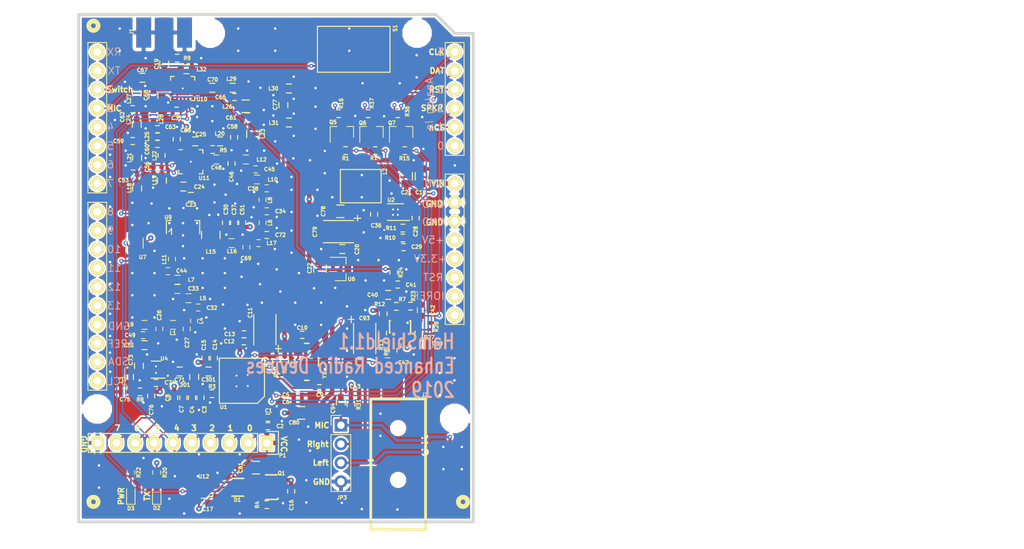
<source format=kicad_pcb>
(kicad_pcb (version 20171130) (host pcbnew "(5.0.0)")
  (layers (0 Front signal) (1 GND.Cu signal) (2 PWR.Cu signal) (31 Back signal) (34 B.Paste user) (35 F.Paste user) (36 B.SilkS user) (37 F.SilkS user) (38 B.Mask user) (39 F.Mask user) (44 Edge.Cuts user))
  (net 0 "")
  (net 1 GND)
  (net 2 VCC)
  (net 3 VTX)
  (net 4 "Net-(C9-Pad1)")
  (net 5 "Net-(C10-Pad1)")
  (net 6 "Net-(C11-Pad1)")
  (net 7 "Net-(C19-Pad2)")
  (net 8 "Net-(C40-Pad2)")
  (net 9 "Net-(C42-Pad1)")
  (net 10 "Net-(C69-Pad1)")
  (net 11 "Net-(C93-Pad2)")
  (net 12 "Net-(C94-Pad2)")
  (net 13 "Net-(J2-Pad2)")
  (net 14 "Net-(R23-Pad1)")
  (net 15 "Net-(S1-Pad1)")
  (net 16 "Net-(R12-Pad2)")
  (net 17 "Net-(C38-Pad1)")
  (net 18 "/RF Front End/RF_OUT")
  (net 19 "/User Interface/ARD_AUDIO_OUT")
  (net 20 /GPIO0)
  (net 21 /GPIO6)
  (net 22 /GPIO7)
  (net 23 "/User Interface/PWM_AUDIO_IN")
  (net 24 +5V)
  (net 25 "/RF Front End/ANT")
  (net 26 "/RF Front End/70cm_IN")
  (net 27 "/RF Front End/2m_IN")
  (net 28 "Net-(C23-Pad2)")
  (net 29 "/RF Front End/1.2m_IN")
  (net 30 "Net-(C24-Pad2)")
  (net 31 "/RF Front End/70cm_OUT")
  (net 32 "/RF Front End/1.2m_OUT")
  (net 33 "/RF Front End/2m_OUT")
  (net 34 "/RF Front End/STAGE1_OUT")
  (net 35 "Net-(C36-Pad1)")
  (net 36 "Net-(C36-Pad2)")
  (net 37 "Net-(D1-Pad4)")
  (net 38 "Net-(Q1-Pad6)")
  (net 39 /GPIO1)
  (net 40 /GPIO2)
  (net 41 /GPIO3)
  (net 42 "Net-(C25-Pad2)")
  (net 43 "Net-(C53-Pad1)")
  (net 44 "Net-(C56-Pad1)")
  (net 45 "Net-(C58-Pad1)")
  (net 46 "Net-(C59-Pad1)")
  (net 47 "Net-(C60-Pad1)")
  (net 48 "Net-(C61-Pad1)")
  (net 49 "Net-(C62-Pad1)")
  (net 50 "Net-(C63-Pad1)")
  (net 51 "Net-(C66-Pad1)")
  (net 52 "Net-(C67-Pad2)")
  (net 53 "Net-(C68-Pad2)")
  (net 54 "Net-(C70-Pad2)")
  (net 55 "Net-(C71-Pad1)")
  (net 56 "Net-(C72-Pad1)")
  (net 57 "Net-(C73-Pad2)")
  (net 58 "Net-(C44-Pad1)")
  (net 59 "Net-(C75-Pad1)")
  (net 60 "Net-(C77-Pad2)")
  (net 61 "Net-(C28-Pad1)")
  (net 62 "Net-(R10-Pad2)")
  (net 63 "Net-(Q5-Pad3)")
  (net 64 "Net-(Q6-Pad3)")
  (net 65 "Net-(Q7-Pad3)")
  (net 66 +5VL)
  (net 67 "Net-(C26-Pad1)")
  (net 68 "Net-(C27-Pad1)")
  (net 69 "Net-(C32-Pad1)")
  (net 70 "Net-(C33-Pad1)")
  (net 71 "Net-(C34-Pad1)")
  (net 72 /MIC_IN)
  (net 73 "Net-(C45-Pad1)")
  (net 74 "/RF Front End/STAGE2_OUT")
  (net 75 /AFOUT)
  (net 76 "Net-(C47-Pad2)")
  (net 77 /RFin)
  (net 78 /GPIO4)
  (net 79 /GPIO5)
  (net 80 "Net-(D2-Pad2)")
  (net 81 "Net-(D3-Pad2)")
  (net 82 "/RF Front End/S2_IN")
  (net 83 /MODE)
  (net 84 /PDN)
  (net 85 "Net-(R5-Pad2)")
  (net 86 "Net-(R13-Pad1)")
  (net 87 /nRST)
  (net 88 /Y1)
  (net 89 "Net-(L15-Pad1)")
  (net 90 "Net-(C46-Pad1)")
  (net 91 VIN)
  (net 92 "/RF Front End/V1xorV2")
  (net 93 /nCS)
  (net 94 /DAT)
  (net 95 /CLK)
  (module mogar_modules_new:Via_D0.8382_Drill0.331 (layer Front) (at 120.05 149.15)
    (fp_text reference REF** hide)
    (fp_text value Via_D0.8382_Drill0.331 hide)
    (pad 1 thru_hole circle (at 0 0) (size 0.8382 0.8382) (drill 0.331) (layers *.Cu) (net 1 GND))
  )
  (module mogar_modules_new:Via_D0.8382_Drill0.331 (layer Front) (at 108.55 145.5)
    (fp_text reference REF** hide)
    (fp_text value Via_D0.8382_Drill0.331 hide)
    (pad 1 thru_hole circle (at 0 0) (size 0.8382 0.8382) (drill 0.331) (layers *.Cu) (net 1 GND))
  )
  (module mogar_modules_new:Via_D0.8382_Drill0.331 (layer Front) (at 105.45 145.5)
    (fp_text reference REF** hide)
    (fp_text value Via_D0.8382_Drill0.331 hide)
    (pad 1 thru_hole circle (at 0 0) (size 0.8382 0.8382) (drill 0.331) (layers *.Cu) (net 1 GND))
  )
  (module mogar_modules_new:Via_D0.8382_Drill0.331 (layer Front) (at 115.25 122.35)
    (fp_text reference REF** hide)
    (fp_text value Via_D0.8382_Drill0.331 hide)
    (pad 1 thru_hole circle (at 0 0) (size 0.8382 0.8382) (drill 0.331) (layers *.Cu) (net 1 GND))
  )
  (module mogar_modules_new:Via_D0.8382_Drill0.331 (layer Front) (at 124.25 120.1)
    (fp_text reference REF** hide)
    (fp_text value Via_D0.8382_Drill0.331 hide)
    (pad 1 thru_hole circle (at 0 0) (size 0.8382 0.8382) (drill 0.331) (layers *.Cu) (net 1 GND))
  )
  (module mogar_modules_new:Via_D0.8382_Drill0.331 (layer Front) (at 127.1 120.05)
    (fp_text reference REF** hide)
    (fp_text value Via_D0.8382_Drill0.331 hide)
    (pad 1 thru_hole circle (at 0 0) (size 0.8382 0.8382) (drill 0.331) (layers *.Cu) (net 1 GND))
  )
  (module mogar_modules_new:Via_D0.8382_Drill0.331 (layer Front) (at 143.25 103.5)
    (fp_text reference REF** hide)
    (fp_text value Via_D0.8382_Drill0.331 hide)
    (pad 1 thru_hole circle (at 0 0) (size 0.8382 0.8382) (drill 0.331) (layers *.Cu) (net 1 GND))
  )
  (module mogar_modules_new:Via_D0.8382_Drill0.331 (layer Front) (at 138.85 96.95)
    (fp_text reference REF** hide)
    (fp_text value Via_D0.8382_Drill0.331 hide)
    (pad 1 thru_hole circle (at 0 0) (size 0.8382 0.8382) (drill 0.331) (layers *.Cu) (net 1 GND))
  )
  (module mogar_modules_new:Via_D0.8382_Drill0.331 (layer Front) (at 133.7 96.85)
    (fp_text reference REF** hide)
    (fp_text value Via_D0.8382_Drill0.331 hide)
    (pad 1 thru_hole circle (at 0 0) (size 0.8382 0.8382) (drill 0.331) (layers *.Cu) (net 1 GND))
  )
  (module mogar_modules_new:Via_D0.8382_Drill0.331 (layer Front) (at 129.8 96.8)
    (fp_text reference REF** hide)
    (fp_text value Via_D0.8382_Drill0.331 hide)
    (pad 1 thru_hole circle (at 0 0) (size 0.8382 0.8382) (drill 0.331) (layers *.Cu) (net 1 GND))
  )
  (module mogar_modules_new:Via_D0.8382_Drill0.331 (layer Front) (at 138.1 91.6)
    (fp_text reference REF** hide)
    (fp_text value Via_D0.8382_Drill0.331 hide)
    (pad 1 thru_hole circle (at 0 0) (size 0.8382 0.8382) (drill 0.331) (layers *.Cu) (net 1 GND))
  )
  (module mogar_modules_new:Via_D0.8382_Drill0.331 (layer Front) (at 138.1 88.6)
    (fp_text reference REF** hide)
    (fp_text value Via_D0.8382_Drill0.331 hide)
    (pad 1 thru_hole circle (at 0 0) (size 0.8382 0.8382) (drill 0.331) (layers *.Cu) (net 1 GND))
  )
  (module mogar_modules_new:Via_D0.8382_Drill0.331 (layer Front) (at 130.8 92.4)
    (fp_text reference REF** hide)
    (fp_text value Via_D0.8382_Drill0.331 hide)
    (pad 1 thru_hole circle (at 0 0) (size 0.8382 0.8382) (drill 0.331) (layers *.Cu) (net 1 GND))
  )
  (module mogar_modules_new:Via_D0.8382_Drill0.331 (layer Front) (at 135.8 92.4)
    (fp_text reference REF** hide)
    (fp_text value Via_D0.8382_Drill0.331 hide)
    (pad 1 thru_hole circle (at 0 0) (size 0.8382 0.8382) (drill 0.331) (layers *.Cu) (net 1 GND))
  )
  (module mogar_modules_new:Via_D0.8382_Drill0.331 (layer Front) (at 130.7 149.95)
    (fp_text reference REF** hide)
    (fp_text value Via_D0.8382_Drill0.331 hide)
    (pad 1 thru_hole circle (at 0 0) (size 0.8382 0.8382) (drill 0.331) (layers *.Cu) (net 1 GND))
  )
  (module mogar_modules_new:Via_D0.8382_Drill0.331 (layer Front) (at 135.5 150)
    (fp_text reference REF** hide)
    (fp_text value Via_D0.8382_Drill0.331 hide)
    (pad 1 thru_hole circle (at 0 0) (size 0.8382 0.8382) (drill 0.331) (layers *.Cu) (net 1 GND))
  )
  (module mogar_modules_new:Via_D0.8382_Drill0.331 (layer Front) (at 128 149.1)
    (fp_text reference REF** hide)
    (fp_text value Via_D0.8382_Drill0.331 hide)
    (pad 1 thru_hole circle (at 0 0) (size 0.8382 0.8382) (drill 0.331) (layers *.Cu) (net 1 GND))
  )
  (module mogar_modules_new:Via_D0.8382_Drill0.331 (layer Front) (at 115.2 101.5)
    (fp_text reference REF** hide)
    (fp_text value Via_D0.8382_Drill0.331 hide)
    (pad 1 thru_hole circle (at 0 0) (size 0.8382 0.8382) (drill 0.331) (layers *.Cu) (net 1 GND))
  )
  (module mogar_modules_new:Via_D0.8382_Drill0.331 (layer Front) (at 113.1 101.45)
    (fp_text reference REF** hide)
    (fp_text value Via_D0.8382_Drill0.331 hide)
    (pad 1 thru_hole circle (at 0 0) (size 0.8382 0.8382) (drill 0.331) (layers *.Cu) (net 1 GND))
  )
  (module mogar_modules_new:Via_D0.8382_Drill0.331 (layer Front) (at 113.85 106)
    (fp_text reference REF** hide)
    (fp_text value Via_D0.8382_Drill0.331 hide)
    (pad 1 thru_hole circle (at 0 0) (size 0.8382 0.8382) (drill 0.331) (layers *.Cu) (net 1 GND))
  )
  (module mogar_modules_new:Via_D0.8382_Drill0.331 (layer Front) (at 116.15 107.1)
    (fp_text reference REF** hide)
    (fp_text value Via_D0.8382_Drill0.331 hide)
    (pad 1 thru_hole circle (at 0 0) (size 0.8382 0.8382) (drill 0.331) (layers *.Cu) (net 1 GND))
  )
  (module mogar_modules_new:Via_D0.8382_Drill0.331 (layer Front) (at 114.4 104.2)
    (fp_text reference REF** hide)
    (fp_text value Via_D0.8382_Drill0.331 hide)
    (pad 1 thru_hole circle (at 0 0) (size 0.8382 0.8382) (drill 0.331) (layers *.Cu) (net 1 GND))
  )
  (module mogar_modules_new:Via_D0.8382_Drill0.331 (layer Front) (at 112 103.95)
    (fp_text reference REF** hide)
    (fp_text value Via_D0.8382_Drill0.331 hide)
    (pad 1 thru_hole circle (at 0 0) (size 0.8382 0.8382) (drill 0.331) (layers *.Cu) (net 1 GND))
  )
  (module mogar_modules_new:Via_D0.8382_Drill0.331 (layer Front) (at 113.6 108.65)
    (fp_text reference REF** hide)
    (fp_text value Via_D0.8382_Drill0.331 hide)
    (pad 1 thru_hole circle (at 0 0) (size 0.8382 0.8382) (drill 0.331) (layers *.Cu) (net 1 GND))
  )
  (module mogar_modules_new:Via_D0.8382_Drill0.331 (layer Front) (at 112.3 107.45)
    (fp_text reference REF** hide)
    (fp_text value Via_D0.8382_Drill0.331 hide)
    (pad 1 thru_hole circle (at 0 0) (size 0.8382 0.8382) (drill 0.331) (layers *.Cu) (net 1 GND))
  )
  (module mogar_modules_new:Via_D0.8382_Drill0.331 (layer Front) (at 110.8 108.5)
    (fp_text reference REF** hide)
    (fp_text value Via_D0.8382_Drill0.331 hide)
    (pad 1 thru_hole circle (at 0 0) (size 0.8382 0.8382) (drill 0.331) (layers *.Cu) (net 1 GND))
  )
  (module mogar_modules_new:Via_D0.8382_Drill0.331 (layer Front) (at 110.8 106.1)
    (fp_text reference REF** hide)
    (fp_text value Via_D0.8382_Drill0.331 hide)
    (pad 1 thru_hole circle (at 0 0) (size 0.8382 0.8382) (drill 0.331) (layers *.Cu) (net 1 GND))
  )
  (module mogar_modules_new:Via_D0.8382_Drill0.331 (layer Front) (at 116.1 109.15)
    (fp_text reference REF** hide)
    (fp_text value Via_D0.8382_Drill0.331 hide)
    (pad 1 thru_hole circle (at 0 0) (size 0.8382 0.8382) (drill 0.331) (layers *.Cu) (net 1 GND))
  )
  (module mogar_modules_new:Via_D0.8382_Drill0.331 (layer Front) (at 115.8 110.5)
    (fp_text reference REF** hide)
    (fp_text value Via_D0.8382_Drill0.331 hide)
    (pad 1 thru_hole circle (at 0 0) (size 0.8382 0.8382) (drill 0.331) (layers *.Cu) (net 1 GND))
  )
  (module mogar_modules_new:Via_D0.8382_Drill0.331 (layer Front) (at 111.3 110.15)
    (fp_text reference REF** hide)
    (fp_text value Via_D0.8382_Drill0.331 hide)
    (pad 1 thru_hole circle (at 0 0) (size 0.8382 0.8382) (drill 0.331) (layers *.Cu) (net 1 GND))
  )
  (module mogar_modules_new:Via_D0.8382_Drill0.331 (layer Front) (at 110.1 110.2)
    (fp_text reference REF** hide)
    (fp_text value Via_D0.8382_Drill0.331 hide)
    (pad 1 thru_hole circle (at 0 0) (size 0.8382 0.8382) (drill 0.331) (layers *.Cu) (net 1 GND))
  )
  (module mogar_modules_new:Via_D0.8382_Drill0.331 (layer Front) (at 114.6 112.85)
    (fp_text reference REF** hide)
    (fp_text value Via_D0.8382_Drill0.331 hide)
    (pad 1 thru_hole circle (at 0 0) (size 0.8382 0.8382) (drill 0.331) (layers *.Cu) (net 1 GND))
  )
  (module mogar_modules_new:Via_D0.8382_Drill0.331 (layer Front) (at 112.4 112.85)
    (fp_text reference REF** hide)
    (fp_text value Via_D0.8382_Drill0.331 hide)
    (pad 1 thru_hole circle (at 0 0) (size 0.8382 0.8382) (drill 0.331) (layers *.Cu) (net 1 GND))
  )
  (module mogar_modules_new:Via_D0.8382_Drill0.331 (layer Front) (at 106.55 114.4)
    (fp_text reference REF** hide)
    (fp_text value Via_D0.8382_Drill0.331 hide)
    (pad 1 thru_hole circle (at 0 0) (size 0.8382 0.8382) (drill 0.331) (layers *.Cu) (net 1 GND))
  )
  (module mogar_modules_new:Via_D0.8382_Drill0.331 (layer Front) (at 106.55 112.95)
    (fp_text reference REF** hide)
    (fp_text value Via_D0.8382_Drill0.331 hide)
    (pad 1 thru_hole circle (at 0 0) (size 0.8382 0.8382) (drill 0.331) (layers *.Cu) (net 1 GND))
  )
  (module mogar_modules_new:Via_D0.8382_Drill0.331 (layer Front) (at 106.55 111.3)
    (fp_text reference REF** hide)
    (fp_text value Via_D0.8382_Drill0.331 hide)
    (pad 1 thru_hole circle (at 0 0) (size 0.8382 0.8382) (drill 0.331) (layers *.Cu) (net 1 GND))
  )
  (module mogar_modules_new:Via_D0.8382_Drill0.331 (layer Front) (at 106.6 109.25)
    (fp_text reference REF** hide)
    (fp_text value Via_D0.8382_Drill0.331 hide)
    (pad 1 thru_hole circle (at 0 0) (size 0.8382 0.8382) (drill 0.331) (layers *.Cu) (net 1 GND))
  )
  (module mogar_modules_new:Via_D0.8382_Drill0.331 (layer Front) (at 108.45 111.3)
    (fp_text reference REF** hide)
    (fp_text value Via_D0.8382_Drill0.331 hide)
    (pad 1 thru_hole circle (at 0 0) (size 0.8382 0.8382) (drill 0.331) (layers *.Cu) (net 1 GND))
  )
  (module mogar_modules_new:Via_D0.8382_Drill0.331 (layer Front) (at 104.7 111.3)
    (fp_text reference REF** hide)
    (fp_text value Via_D0.8382_Drill0.331 hide)
    (pad 1 thru_hole circle (at 0 0) (size 0.8382 0.8382) (drill 0.331) (layers *.Cu) (net 1 GND))
  )
  (module mogar_modules_new:Via_D0.8382_Drill0.331 (layer Front) (at 108.45 109.3)
    (fp_text reference REF** hide)
    (fp_text value Via_D0.8382_Drill0.331 hide)
    (pad 1 thru_hole circle (at 0 0) (size 0.8382 0.8382) (drill 0.331) (layers *.Cu) (net 1 GND))
  )
  (module mogar_modules_new:Via_D0.8382_Drill0.331 (layer Front) (at 104.7 109.3)
    (fp_text reference REF** hide)
    (fp_text value Via_D0.8382_Drill0.331 hide)
    (pad 1 thru_hole circle (at 0 0) (size 0.8382 0.8382) (drill 0.331) (layers *.Cu) (net 1 GND))
  )
  (module mogar_modules_new:Via_D0.8382_Drill0.331 (layer Front) (at 111.95 122.3)
    (fp_text reference REF** hide)
    (fp_text value Via_D0.8382_Drill0.331 hide)
    (pad 1 thru_hole circle (at 0 0) (size 0.8382 0.8382) (drill 0.331) (layers *.Cu) (net 1 GND))
  )
  (module mogar_modules_new:Via_D0.8382_Drill0.331 (layer Front) (at 117.2 122.05)
    (fp_text reference REF** hide)
    (fp_text value Via_D0.8382_Drill0.331 hide)
    (pad 1 thru_hole circle (at 0 0) (size 0.8382 0.8382) (drill 0.331) (layers *.Cu) (net 1 GND))
  )
  (module mogar_modules_new:Via_D0.8382_Drill0.331 (layer Front) (at 119.7 120.55)
    (fp_text reference REF** hide)
    (fp_text value Via_D0.8382_Drill0.331 hide)
    (pad 1 thru_hole circle (at 0 0) (size 0.8382 0.8382) (drill 0.331) (layers *.Cu) (net 1 GND))
  )
  (module mogar_modules_new:Via_D0.8382_Drill0.331 (layer Front) (at 122.2 118.05)
    (fp_text reference REF** hide)
    (fp_text value Via_D0.8382_Drill0.331 hide)
    (pad 1 thru_hole circle (at 0 0) (size 0.8382 0.8382) (drill 0.331) (layers *.Cu) (net 1 GND))
  )
  (module mogar_modules_new:Via_D0.8382_Drill0.331 (layer Front) (at 123.45 138.8)
    (fp_text reference REF** hide)
    (fp_text value Via_D0.8382_Drill0.331 hide)
    (pad 1 thru_hole circle (at 0 0) (size 0.8382 0.8382) (drill 0.331) (layers *.Cu) (net 1 GND))
  )
  (module mogar_modules_new:Via_D0.8382_Drill0.331 (layer Front) (at 128.7 132.05)
    (fp_text reference REF** hide)
    (fp_text value Via_D0.8382_Drill0.331 hide)
    (pad 1 thru_hole circle (at 0 0) (size 0.8382 0.8382) (drill 0.331) (layers *.Cu) (net 1 GND))
  )
  (module mogar_modules_new:Via_D0.8382_Drill0.331 (layer Front) (at 137.7 129.05)
    (fp_text reference REF** hide)
    (fp_text value Via_D0.8382_Drill0.331 hide)
    (pad 1 thru_hole circle (at 0 0) (size 0.8382 0.8382) (drill 0.331) (layers *.Cu) (net 1 GND))
  )
  (module mogar_modules_new:Via_D0.8382_Drill0.331 (layer Front) (at 141.2 131.55)
    (fp_text reference REF** hide)
    (fp_text value Via_D0.8382_Drill0.331 hide)
    (pad 1 thru_hole circle (at 0 0) (size 0.8382 0.8382) (drill 0.331) (layers *.Cu) (net 1 GND))
  )
  (module mogar_modules_new:Via_D0.8382_Drill0.331 (layer Front) (at 141.2 134.55)
    (fp_text reference REF** hide)
    (fp_text value Via_D0.8382_Drill0.331 hide)
    (pad 1 thru_hole circle (at 0 0) (size 0.8382 0.8382) (drill 0.331) (layers *.Cu) (net 1 GND))
  )
  (module mogar_modules_new:Via_D0.8382_Drill0.331 (layer Front) (at 134.45 105.55)
    (fp_text reference REF** hide)
    (fp_text value Via_D0.8382_Drill0.331 hide)
    (pad 1 thru_hole circle (at 0 0) (size 0.8382 0.8382) (drill 0.331) (layers *.Cu) (net 1 GND))
  )
  (module mogar_modules_new:Via_D0.8382_Drill0.331 (layer Front) (at 137.7 102.8)
    (fp_text reference REF** hide)
    (fp_text value Via_D0.8382_Drill0.331 hide)
    (pad 1 thru_hole circle (at 0 0) (size 0.8382 0.8382) (drill 0.331) (layers *.Cu) (net 1 GND))
  )
  (module mogar_modules_new:Via_D0.8382_Drill0.331 (layer Front) (at 134.7 107.3)
    (fp_text reference REF** hide)
    (fp_text value Via_D0.8382_Drill0.331 hide)
    (pad 1 thru_hole circle (at 0 0) (size 0.8382 0.8382) (drill 0.331) (layers *.Cu) (net 1 GND))
  )
  (module mogar_modules_new:Via_D0.8382_Drill0.331 (layer Front) (at 133.2 113.3)
    (fp_text reference REF** hide)
    (fp_text value Via_D0.8382_Drill0.331 hide)
    (pad 1 thru_hole circle (at 0 0) (size 0.8382 0.8382) (drill 0.331) (layers *.Cu) (net 1 GND))
  )
  (module mogar_modules_new:Via_D0.8382_Drill0.331 (layer Front) (at 135.7 116.3)
    (fp_text reference REF** hide)
    (fp_text value Via_D0.8382_Drill0.331 hide)
    (pad 1 thru_hole circle (at 0 0) (size 0.8382 0.8382) (drill 0.331) (layers *.Cu) (net 1 GND))
  )
  (module mogar_modules_new:Via_D0.8382_Drill0.331 (layer Front) (at 132.95 116.3)
    (fp_text reference REF** hide)
    (fp_text value Via_D0.8382_Drill0.331 hide)
    (pad 1 thru_hole circle (at 0 0) (size 0.8382 0.8382) (drill 0.331) (layers *.Cu) (net 1 GND))
  )
  (module mogar_modules_new:Via_D0.8382_Drill0.331 (layer Front) (at 130.2 116.3)
    (fp_text reference REF** hide)
    (fp_text value Via_D0.8382_Drill0.331 hide)
    (pad 1 thru_hole circle (at 0 0) (size 0.8382 0.8382) (drill 0.331) (layers *.Cu) (net 1 GND))
  )
  (module mogar_modules_new:Via_D0.8382_Drill0.331 (layer Front) (at 124.7 110.3)
    (fp_text reference REF** hide)
    (fp_text value Via_D0.8382_Drill0.331 hide)
    (pad 1 thru_hole circle (at 0 0) (size 0.8382 0.8382) (drill 0.331) (layers *.Cu) (net 1 GND))
  )
  (module mogar_modules_new:Via_D0.8382_Drill0.331 (layer Front) (at 125.2 114.8)
    (fp_text reference REF** hide)
    (fp_text value Via_D0.8382_Drill0.331 hide)
    (pad 1 thru_hole circle (at 0 0) (size 0.8382 0.8382) (drill 0.331) (layers *.Cu) (net 1 GND))
  )
  (module mogar_modules_new:Via_D0.8382_Drill0.331 (layer Front) (at 126.7 107.8)
    (fp_text reference REF** hide)
    (fp_text value Via_D0.8382_Drill0.331 hide)
    (pad 1 thru_hole circle (at 0 0) (size 0.8382 0.8382) (drill 0.331) (layers *.Cu) (net 1 GND))
  )
  (module mogar_modules_new:Via_D0.8382_Drill0.331 (layer Front) (at 130.95 109.55)
    (fp_text reference REF** hide)
    (fp_text value Via_D0.8382_Drill0.331 hide)
    (pad 1 thru_hole circle (at 0 0) (size 0.8382 0.8382) (drill 0.331) (layers *.Cu) (net 1 GND))
  )
  (module mogar_modules_new:Via_D0.8382_Drill0.331 (layer Front) (at 130.95 112.55)
    (fp_text reference REF** hide)
    (fp_text value Via_D0.8382_Drill0.331 hide)
    (pad 1 thru_hole circle (at 0 0) (size 0.8382 0.8382) (drill 0.331) (layers *.Cu) (net 1 GND))
  )
  (module mogar_modules_new:Via_D0.8382_Drill0.331 (layer Front) (at 130.7 104.8)
    (fp_text reference REF** hide)
    (fp_text value Via_D0.8382_Drill0.331 hide)
    (pad 1 thru_hole circle (at 0 0) (size 0.8382 0.8382) (drill 0.331) (layers *.Cu) (net 1 GND))
  )
  (module mogar_modules_new:Via_D0.8382_Drill0.331 (layer Front) (at 130.7 107.8)
    (fp_text reference REF** hide)
    (fp_text value Via_D0.8382_Drill0.331 hide)
    (pad 1 thru_hole circle (at 0 0) (size 0.8382 0.8382) (drill 0.331) (layers *.Cu) (net 1 GND))
  )
  (module mogar_modules_new:Via_D0.8382_Drill0.331 (layer Front) (at 124.7 106.8)
    (fp_text reference REF** hide)
    (fp_text value Via_D0.8382_Drill0.331 hide)
    (pad 1 thru_hole circle (at 0 0) (size 0.8382 0.8382) (drill 0.331) (layers *.Cu) (net 1 GND))
  )
  (module mogar_modules_new:Via_D0.8382_Drill0.331 (layer Front) (at 123.7 102.8)
    (fp_text reference REF** hide)
    (fp_text value Via_D0.8382_Drill0.331 hide)
    (pad 1 thru_hole circle (at 0 0) (size 0.8382 0.8382) (drill 0.331) (layers *.Cu) (net 1 GND))
  )
  (module mogar_modules_new:Via_D0.8382_Drill0.331 (layer Front) (at 125.7 101.55)
    (fp_text reference REF** hide)
    (fp_text value Via_D0.8382_Drill0.331 hide)
    (pad 1 thru_hole circle (at 0 0) (size 0.8382 0.8382) (drill 0.331) (layers *.Cu) (net 1 GND))
  )
  (module mogar_modules_new:Via_D0.8382_Drill0.331 (layer Front) (at 125.7 104.55)
    (fp_text reference REF** hide)
    (fp_text value Via_D0.8382_Drill0.331 hide)
    (pad 1 thru_hole circle (at 0 0) (size 0.8382 0.8382) (drill 0.331) (layers *.Cu) (net 1 GND))
  )
  (module mogar_modules_new:Via_D0.8382_Drill0.331 (layer Front) (at 118.75 94)
    (fp_text reference REF** hide)
    (fp_text value Via_D0.8382_Drill0.331 hide)
    (pad 1 thru_hole circle (at 0 0) (size 0.8382 0.8382) (drill 0.331) (layers *.Cu) (net 1 GND))
  )
  (module mogar_modules_new:Via_D0.8382_Drill0.331 (layer Front) (at 118.75 96.75)
    (fp_text reference REF** hide)
    (fp_text value Via_D0.8382_Drill0.331 hide)
    (pad 1 thru_hole circle (at 0 0) (size 0.8382 0.8382) (drill 0.331) (layers *.Cu) (net 1 GND))
  )
  (module mogar_modules_new:Via_D0.8382_Drill0.331 (layer Front) (at 119 100.25)
    (fp_text reference REF** hide)
    (fp_text value Via_D0.8382_Drill0.331 hide)
    (pad 1 thru_hole circle (at 0 0) (size 0.8382 0.8382) (drill 0.331) (layers *.Cu) (net 1 GND))
  )
  (module mogar_modules_new:Via_D0.8382_Drill0.331 (layer Front) (at 121.45 102.55)
    (fp_text reference REF** hide)
    (fp_text value Via_D0.8382_Drill0.331 hide)
    (pad 1 thru_hole circle (at 0 0) (size 0.8382 0.8382) (drill 0.331) (layers *.Cu) (net 1 GND))
  )
  (module mogar_modules_new:Via_D0.8382_Drill0.331 (layer Front) (at 124.45 98.55)
    (fp_text reference REF** hide)
    (fp_text value Via_D0.8382_Drill0.331 hide)
    (pad 1 thru_hole circle (at 0 0) (size 0.8382 0.8382) (drill 0.331) (layers *.Cu) (net 1 GND))
  )
  (module mogar_modules_new:Via_D0.8382_Drill0.331 (layer Front) (at 124.45 95.55)
    (fp_text reference REF** hide)
    (fp_text value Via_D0.8382_Drill0.331 hide)
    (pad 1 thru_hole circle (at 0 0) (size 0.8382 0.8382) (drill 0.331) (layers *.Cu) (net 1 GND))
  )
  (module mogar_modules_new:Via_D0.8382_Drill0.331 (layer Front) (at 124.45 93.05)
    (fp_text reference REF** hide)
    (fp_text value Via_D0.8382_Drill0.331 hide)
    (pad 1 thru_hole circle (at 0 0) (size 0.8382 0.8382) (drill 0.331) (layers *.Cu) (net 1 GND))
  )
  (module mogar_modules_new:Via_D0.8382_Drill0.331 (layer Front) (at 119.25 103.25)
    (fp_text reference REF** hide)
    (fp_text value Via_D0.8382_Drill0.331 hide)
    (pad 1 thru_hole circle (at 0 0) (size 0.8382 0.8382) (drill 0.331) (layers *.Cu) (net 1 GND))
  )
  (module mogar_modules_new:Via_D0.8382_Drill0.331 (layer Front) (at 121.2 105.05)
    (fp_text reference REF** hide)
    (fp_text value Via_D0.8382_Drill0.331 hide)
    (pad 1 thru_hole circle (at 0 0) (size 0.8382 0.8382) (drill 0.331) (layers *.Cu) (net 1 GND))
  )
  (module mogar_modules_new:Via_D0.8382_Drill0.331 (layer Front) (at 119.2 111.95)
    (fp_text reference REF** hide)
    (fp_text value Via_D0.8382_Drill0.331 hide)
    (pad 1 thru_hole circle (at 0 0) (size 0.8382 0.8382) (drill 0.331) (layers *.Cu) (net 1 GND))
  )
  (module mogar_modules_new:Via_D0.8382_Drill0.331 (layer Front) (at 119.25 105.75)
    (fp_text reference REF** hide)
    (fp_text value Via_D0.8382_Drill0.331 hide)
    (pad 1 thru_hole circle (at 0 0) (size 0.8382 0.8382) (drill 0.331) (layers *.Cu) (net 1 GND))
  )
  (module mogar_modules_new:Via_D0.8382_Drill0.331 (layer Front) (at 119.2 110.45)
    (fp_text reference REF** hide)
    (fp_text value Via_D0.8382_Drill0.331 hide)
    (pad 1 thru_hole circle (at 0 0) (size 0.8382 0.8382) (drill 0.331) (layers *.Cu) (net 1 GND))
  )
  (module mogar_modules_new:Via_D0.8382_Drill0.331 (layer Front) (at 121.2 109.8)
    (fp_text reference REF** hide)
    (fp_text value Via_D0.8382_Drill0.331 hide)
    (pad 1 thru_hole circle (at 0 0) (size 0.8382 0.8382) (drill 0.331) (layers *.Cu) (net 1 GND))
  )
  (module mogar_modules_new:Via_D0.8382_Drill0.331 (layer Front) (at 121.2 106.8)
    (fp_text reference REF** hide)
    (fp_text value Via_D0.8382_Drill0.331 hide)
    (pad 1 thru_hole circle (at 0 0) (size 0.8382 0.8382) (drill 0.331) (layers *.Cu) (net 1 GND))
  )
  (module mogar_modules_new:Via_D0.8382_Drill0.331 (layer Front) (at 121.2 112.3)
    (fp_text reference REF** hide)
    (fp_text value Via_D0.8382_Drill0.331 hide)
    (pad 1 thru_hole circle (at 0 0) (size 0.8382 0.8382) (drill 0.331) (layers *.Cu) (net 1 GND))
  )
  (module mogar_modules_new:Via_D0.8382_Drill0.331 (layer Front) (at 121.2 115.3)
    (fp_text reference REF** hide)
    (fp_text value Via_D0.8382_Drill0.331 hide)
    (pad 1 thru_hole circle (at 0 0) (size 0.8382 0.8382) (drill 0.331) (layers *.Cu) (net 1 GND))
  )
  (module mogar_modules_new:Via_D0.8382_Drill0.331 (layer Front) (at 116.7 116.8)
    (fp_text reference REF** hide)
    (fp_text value Via_D0.8382_Drill0.331 hide)
    (pad 1 thru_hole circle (at 0 0) (size 0.8382 0.8382) (drill 0.331) (layers *.Cu) (net 1 GND))
  )
  (module mogar_modules_new:Via_D0.8382_Drill0.331 (layer Front) (at 118.95 114.8)
    (fp_text reference REF** hide)
    (fp_text value Via_D0.8382_Drill0.331 hide)
    (pad 1 thru_hole circle (at 0 0) (size 0.8382 0.8382) (drill 0.331) (layers *.Cu) (net 1 GND))
  )
  (module mogar_modules_new:Via_D0.8382_Drill0.331 (layer Front) (at 119.2 117.55)
    (fp_text reference REF** hide)
    (fp_text value Via_D0.8382_Drill0.331 hide)
    (pad 1 thru_hole circle (at 0 0) (size 0.8382 0.8382) (drill 0.331) (layers *.Cu) (net 1 GND))
  )
  (module mogar_modules_new:Via_D0.8382_Drill0.331 (layer Front) (at 116.95 119.55)
    (fp_text reference REF** hide)
    (fp_text value Via_D0.8382_Drill0.331 hide)
    (pad 1 thru_hole circle (at 0 0) (size 0.8382 0.8382) (drill 0.331) (layers *.Cu) (net 1 GND))
  )
  (module mogar_modules_new:Via_D0.8382_Drill0.331 (layer Front) (at 114.45 116.55)
    (fp_text reference REF** hide)
    (fp_text value Via_D0.8382_Drill0.331 hide)
    (pad 1 thru_hole circle (at 0 0) (size 0.8382 0.8382) (drill 0.331) (layers *.Cu) (net 1 GND))
  )
  (module mogar_modules_new:Via_D0.8382_Drill0.331 (layer Front) (at 114.45 118.55)
    (fp_text reference REF** hide)
    (fp_text value Via_D0.8382_Drill0.331 hide)
    (pad 1 thru_hole circle (at 0 0) (size 0.8382 0.8382) (drill 0.331) (layers *.Cu) (net 1 GND))
  )
  (module mogar_modules_new:Via_D0.8382_Drill0.331 (layer Front) (at 112.2 125.55)
    (fp_text reference REF** hide)
    (fp_text value Via_D0.8382_Drill0.331 hide)
    (pad 1 thru_hole circle (at 0 0) (size 0.8382 0.8382) (drill 0.331) (layers *.Cu) (net 1 GND))
  )
  (module mogar_modules_new:Via_D0.8382_Drill0.331 (layer Front) (at 114.2 124.55)
    (fp_text reference REF** hide)
    (fp_text value Via_D0.8382_Drill0.331 hide)
    (pad 1 thru_hole circle (at 0 0) (size 0.8382 0.8382) (drill 0.331) (layers *.Cu) (net 1 GND))
  )
  (module mogar_modules_new:Via_D0.8382_Drill0.331 (layer Front) (at 111.7 127.55)
    (fp_text reference REF** hide)
    (fp_text value Via_D0.8382_Drill0.331 hide)
    (pad 1 thru_hole circle (at 0 0) (size 0.8382 0.8382) (drill 0.331) (layers *.Cu) (net 1 GND))
  )
  (module mogar_modules_new:Via_D0.8382_Drill0.331 (layer Front) (at 108.2 126.05)
    (fp_text reference REF** hide)
    (fp_text value Via_D0.8382_Drill0.331 hide)
    (pad 1 thru_hole circle (at 0 0) (size 0.8382 0.8382) (drill 0.331) (layers *.Cu) (net 1 GND))
  )
  (module mogar_modules_new:Via_D0.8382_Drill0.331 (layer Front) (at 108.4 129.05)
    (fp_text reference REF** hide)
    (fp_text value Via_D0.8382_Drill0.331 hide)
    (pad 1 thru_hole circle (at 0 0) (size 0.8382 0.8382) (drill 0.331) (layers *.Cu) (net 1 GND))
  )
  (module mogar_modules_new:Via_D0.8382_Drill0.331 (layer Front) (at 109.2 133.05)
    (fp_text reference REF** hide)
    (fp_text value Via_D0.8382_Drill0.331 hide)
    (pad 1 thru_hole circle (at 0 0) (size 0.8382 0.8382) (drill 0.331) (layers *.Cu) (net 1 GND))
  )
  (module mogar_modules_new:Via_D0.8382_Drill0.331 (layer Front) (at 108.7 136.55)
    (fp_text reference REF** hide)
    (fp_text value Via_D0.8382_Drill0.331 hide)
    (pad 1 thru_hole circle (at 0 0) (size 0.8382 0.8382) (drill 0.331) (layers *.Cu) (net 1 GND))
  )
  (module mogar_modules_new:Via_D0.8382_Drill0.331 (layer Front) (at 110.2 135.55)
    (fp_text reference REF** hide)
    (fp_text value Via_D0.8382_Drill0.331 hide)
    (pad 1 thru_hole circle (at 0 0) (size 0.8382 0.8382) (drill 0.331) (layers *.Cu) (net 1 GND))
  )
  (module mogar_modules_new:Via_D0.8382_Drill0.331 (layer Front) (at 101.2 143.05)
    (fp_text reference REF** hide)
    (fp_text value Via_D0.8382_Drill0.331 hide)
    (pad 1 thru_hole circle (at 0 0) (size 0.8382 0.8382) (drill 0.331) (layers *.Cu) (net 1 GND))
  )
  (module mogar_modules_new:Via_D0.8382_Drill0.331 (layer Front) (at 114.2 142.55)
    (fp_text reference REF** hide)
    (fp_text value Via_D0.8382_Drill0.331 hide)
    (pad 1 thru_hole circle (at 0 0) (size 0.8382 0.8382) (drill 0.331) (layers *.Cu) (net 1 GND))
  )
  (module mogar_modules_new:Via_D0.8382_Drill0.331 (layer Front) (at 108.7 142.55)
    (fp_text reference REF** hide)
    (fp_text value Via_D0.8382_Drill0.331 hide)
    (pad 1 thru_hole circle (at 0 0) (size 0.8382 0.8382) (drill 0.331) (layers *.Cu) (net 1 GND))
  )
  (module mogar_modules_new:Via_D0.8382_Drill0.331 (layer Front) (at 119.2 136.05)
    (fp_text reference REF** hide)
    (fp_text value Via_D0.8382_Drill0.331 hide)
    (pad 1 thru_hole circle (at 0 0) (size 0.8382 0.8382) (drill 0.331) (layers *.Cu) (net 1 GND))
  )
  (module mogar_modules_new:Via_D0.8382_Drill0.331 (layer Front) (at 122.2 140.55)
    (fp_text reference REF** hide)
    (fp_text value Via_D0.8382_Drill0.331 hide)
    (pad 1 thru_hole circle (at 0 0) (size 0.8382 0.8382) (drill 0.331) (layers *.Cu) (net 1 GND))
  )
  (module mogar_modules_new:Via_D0.8382_Drill0.331 (layer Front) (at 123.7 142.05)
    (fp_text reference REF** hide)
    (fp_text value Via_D0.8382_Drill0.331 hide)
    (pad 1 thru_hole circle (at 0 0) (size 0.8382 0.8382) (drill 0.331) (layers *.Cu) (net 1 GND))
  )
  (module mogar_modules_new:Via_D0.8382_Drill0.331 (layer Front) (at 119.9 138.05)
    (fp_text reference REF** hide)
    (fp_text value Via_D0.8382_Drill0.331 hide)
    (pad 1 thru_hole circle (at 0 0) (size 0.8382 0.8382) (drill 0.331) (layers *.Cu) (net 1 GND))
  )
  (module mogar_modules_new:Via_D0.8382_Drill0.331 (layer Front) (at 125.7 131.05)
    (fp_text reference REF** hide)
    (fp_text value Via_D0.8382_Drill0.331 hide)
    (pad 1 thru_hole circle (at 0 0) (size 0.8382 0.8382) (drill 0.331) (layers *.Cu) (net 1 GND))
  )
  (module mogar_modules_new:Via_D0.8382_Drill0.331 (layer Front) (at 128.7 128.55)
    (fp_text reference REF** hide)
    (fp_text value Via_D0.8382_Drill0.331 hide)
    (pad 1 thru_hole circle (at 0 0) (size 0.8382 0.8382) (drill 0.331) (layers *.Cu) (net 1 GND))
  )
  (module mogar_modules_new:Via_D0.8382_Drill0.331 (layer Front) (at 128.7 125.55)
    (fp_text reference REF** hide)
    (fp_text value Via_D0.8382_Drill0.331 hide)
    (pad 1 thru_hole circle (at 0 0) (size 0.8382 0.8382) (drill 0.331) (layers *.Cu) (net 1 GND))
  )
  (module mogar_modules_new:Via_D0.8382_Drill0.331 (layer Front) (at 131.15 123.05)
    (fp_text reference REF** hide)
    (fp_text value Via_D0.8382_Drill0.331 hide)
    (pad 1 thru_hole circle (at 0 0) (size 0.8382 0.8382) (drill 0.331) (layers *.Cu) (net 1 GND))
  )
  (module mogar_modules_new:Via_D0.8382_Drill0.331 (layer Front) (at 128.7 122.55)
    (fp_text reference REF** hide)
    (fp_text value Via_D0.8382_Drill0.331 hide)
    (pad 1 thru_hole circle (at 0 0) (size 0.8382 0.8382) (drill 0.331) (layers *.Cu) (net 1 GND))
  )
  (module mogar_modules_new:Via_D0.8382_Drill0.331 (layer Front) (at 133.7 119.05)
    (fp_text reference REF** hide)
    (fp_text value Via_D0.8382_Drill0.331 hide)
    (pad 1 thru_hole circle (at 0 0) (size 0.8382 0.8382) (drill 0.331) (layers *.Cu) (net 1 GND))
  )
  (module mogar_modules_new:Via_D0.8382_Drill0.331 (layer Front) (at 131.2 119.05)
    (fp_text reference REF** hide)
    (fp_text value Via_D0.8382_Drill0.331 hide)
    (pad 1 thru_hole circle (at 0 0) (size 0.8382 0.8382) (drill 0.331) (layers *.Cu) (net 1 GND))
  )
  (module mogar_modules_new:Via_D0.8382_Drill0.331 (layer Front) (at 121.7 125.05)
    (fp_text reference REF** hide)
    (fp_text value Via_D0.8382_Drill0.331 hide)
    (pad 1 thru_hole circle (at 0 0) (size 0.8382 0.8382) (drill 0.331) (layers *.Cu) (net 1 GND))
  )
  (module mogar_modules_new:Via_D0.8382_Drill0.331 (layer Front) (at 121.7 122.05)
    (fp_text reference REF** hide)
    (fp_text value Via_D0.8382_Drill0.331 hide)
    (pad 1 thru_hole circle (at 0 0) (size 0.8382 0.8382) (drill 0.331) (layers *.Cu) (net 1 GND))
  )
  (module mogar_modules_new:Via_D0.8382_Drill0.331 (layer Front) (at 138.2 116.05)
    (fp_text reference REF** hide)
    (fp_text value Via_D0.8382_Drill0.331 hide)
    (pad 1 thru_hole circle (at 0 0) (size 0.8382 0.8382) (drill 0.331) (layers *.Cu) (net 1 GND))
  )
  (module mogar_modules_new:Via_D0.8382_Drill0.331 (layer Front) (at 136.7 120.55)
    (fp_text reference REF** hide)
    (fp_text value Via_D0.8382_Drill0.331 hide)
    (pad 1 thru_hole circle (at 0 0) (size 0.8382 0.8382) (drill 0.331) (layers *.Cu) (net 1 GND))
  )
  (module mogar_modules_new:Via_D0.8382_Drill0.331 (layer Front) (at 136.7 117.55)
    (fp_text reference REF** hide)
    (fp_text value Via_D0.8382_Drill0.331 hide)
    (pad 1 thru_hole circle (at 0 0) (size 0.8382 0.8382) (drill 0.331) (layers *.Cu) (net 1 GND))
  )
  (module mogar_modules_new:Via_D0.8382_Drill0.331 (layer Front) (at 125.2 122.05)
    (fp_text reference REF** hide)
    (fp_text value Via_D0.8382_Drill0.331 hide)
    (pad 1 thru_hole circle (at 0 0) (size 0.8382 0.8382) (drill 0.331) (layers *.Cu) (net 1 GND))
  )
  (module mogar_modules_new:Via_D0.8382_Drill0.331 (layer Front) (at 125.2 125.05)
    (fp_text reference REF** hide)
    (fp_text value Via_D0.8382_Drill0.331 hide)
    (pad 1 thru_hole circle (at 0 0) (size 0.8382 0.8382) (drill 0.331) (layers *.Cu) (net 1 GND))
  )
  (module mogar_modules_new:Via_D0.8382_Drill0.331 (layer Front) (at 143.2 132.55)
    (fp_text reference REF** hide)
    (fp_text value Via_D0.8382_Drill0.331 hide)
    (pad 1 thru_hole circle (at 0 0) (size 0.8382 0.8382) (drill 0.331) (layers *.Cu) (net 1 GND))
  )
  (module mogar_modules_new:Via_D0.8382_Drill0.331 (layer Front) (at 143.2 129.55)
    (fp_text reference REF** hide)
    (fp_text value Via_D0.8382_Drill0.331 hide)
    (pad 1 thru_hole circle (at 0 0) (size 0.8382 0.8382) (drill 0.331) (layers *.Cu) (net 1 GND))
  )
  (module mogar_modules_new:Via_D0.8382_Drill0.331 (layer Front) (at 133.2 140.05)
    (fp_text reference REF** hide)
    (fp_text value Via_D0.8382_Drill0.331 hide)
    (pad 1 thru_hole circle (at 0 0) (size 0.8382 0.8382) (drill 0.331) (layers *.Cu) (net 1 GND))
  )
  (module mogar_modules_new:Via_D0.8382_Drill0.331 (layer Front) (at 133.2 137.05)
    (fp_text reference REF** hide)
    (fp_text value Via_D0.8382_Drill0.331 hide)
    (pad 1 thru_hole circle (at 0 0) (size 0.8382 0.8382) (drill 0.331) (layers *.Cu) (net 1 GND))
  )
  (module mogar_modules_new:Via_D0.8382_Drill0.331 (layer Front) (at 144.2 141.55)
    (fp_text reference REF** hide)
    (fp_text value Via_D0.8382_Drill0.331 hide)
    (pad 1 thru_hole circle (at 0 0) (size 0.8382 0.8382) (drill 0.331) (layers *.Cu) (net 1 GND))
  )
  (module mogar_modules_new:Via_D0.8382_Drill0.331 (layer Front) (at 144.2 144.55)
    (fp_text reference REF** hide)
    (fp_text value Via_D0.8382_Drill0.331 hide)
    (pad 1 thru_hole circle (at 0 0) (size 0.8382 0.8382) (drill 0.331) (layers *.Cu) (net 1 GND))
  )
  (module mogar_modules_new:Via_D0.8382_Drill0.331 (layer Front) (at 141.7 144.55)
    (fp_text reference REF** hide)
    (fp_text value Via_D0.8382_Drill0.331 hide)
    (pad 1 thru_hole circle (at 0 0) (size 0.8382 0.8382) (drill 0.331) (layers *.Cu) (net 1 GND))
  )
  (module mogar_modules_new:Via_D0.8382_Drill0.331 (layer Front) (at 141.7 141.55)
    (fp_text reference REF** hide)
    (fp_text value Via_D0.8382_Drill0.331 hide)
    (pad 1 thru_hole circle (at 0 0) (size 0.8382 0.8382) (drill 0.331) (layers *.Cu) (net 1 GND))
  )
  (module mogar_modules_new:Via_D0.8382_Drill0.331 (layer Front) (at 114.2 150.55)
    (fp_text reference REF** hide)
    (fp_text value Via_D0.8382_Drill0.331 hide)
    (pad 1 thru_hole circle (at 0 0) (size 0.8382 0.8382) (drill 0.331) (layers *.Cu) (net 1 GND))
  )
  (module mogar_modules_new:Via_D0.8382_Drill0.331 (layer Front) (at 106.7 150.55)
    (fp_text reference REF** hide)
    (fp_text value Via_D0.8382_Drill0.331 hide)
    (pad 1 thru_hole circle (at 0 0) (size 0.8382 0.8382) (drill 0.331) (layers *.Cu) (net 1 GND))
  )
  (module mogar_modules_new:Via_D0.8382_Drill0.331 (layer Front) (at 104.7 148.55)
    (fp_text reference REF** hide)
    (fp_text value Via_D0.8382_Drill0.331 hide)
    (pad 1 thru_hole circle (at 0 0) (size 0.8382 0.8382) (drill 0.331) (layers *.Cu) (net 1 GND))
  )
  (module mogar_modules_new:Via_D0.8382_Drill0.331 (layer Front) (at 111.2 145.05)
    (fp_text reference REF** hide)
    (fp_text value Via_D0.8382_Drill0.331 hide)
    (pad 1 thru_hole circle (at 0 0) (size 0.8382 0.8382) (drill 0.331) (layers *.Cu) (net 1 GND))
  )
  (module mogar_modules_new:Via_D0.8382_Drill0.331 (layer Front) (at 123.2 146.05)
    (fp_text reference REF** hide)
    (fp_text value Via_D0.8382_Drill0.331 hide)
    (pad 1 thru_hole circle (at 0 0) (size 0.8382 0.8382) (drill 0.331) (layers *.Cu) (net 1 GND))
  )
  (module mogar_modules_new:Via_D0.8382_Drill0.331 (layer Front) (at 123.2 149.05)
    (fp_text reference REF** hide)
    (fp_text value Via_D0.8382_Drill0.331 hide)
    (pad 1 thru_hole circle (at 0 0) (size 0.8382 0.8382) (drill 0.331) (layers *.Cu) (net 1 GND))
  )
  (module mogar_modules_new:Via_D0.8382_Drill0.331 (layer Front) (at 95.2 147.05)
    (fp_text reference REF** hide)
    (fp_text value Via_D0.8382_Drill0.331 hide)
    (pad 1 thru_hole circle (at 0 0) (size 0.8382 0.8382) (drill 0.331) (layers *.Cu) (net 1 GND))
  )
  (module mogar_modules_new:Via_D0.8382_Drill0.331 (layer Front) (at 95.2 144.05)
    (fp_text reference REF** hide)
    (fp_text value Via_D0.8382_Drill0.331 hide)
    (pad 1 thru_hole circle (at 0 0) (size 0.8382 0.8382) (drill 0.331) (layers *.Cu) (net 1 GND))
  )
  (module mogar_modules_new:Via_D0.8382_Drill0.331 (layer Front) (at 96.69 128.8)
    (fp_text reference REF** hide)
    (fp_text value Via_D0.8382_Drill0.331 hide)
    (pad 1 thru_hole circle (at 0 0) (size 0.8382 0.8382) (drill 0.331) (layers *.Cu) (net 1 GND))
  )
  (module mogar_modules_new:Via_D0.8382_Drill0.331 (layer Front) (at 96.72 131.38)
    (fp_text reference REF** hide)
    (fp_text value Via_D0.8382_Drill0.331 hide)
    (pad 1 thru_hole circle (at 0 0) (size 0.8382 0.8382) (drill 0.331) (layers *.Cu) (net 1 GND))
  )
  (module mogar_modules_new:Via_D0.8382_Drill0.331 (layer Front) (at 96.7 116.55)
    (fp_text reference REF** hide)
    (fp_text value Via_D0.8382_Drill0.331 hide)
    (pad 1 thru_hole circle (at 0 0) (size 0.8382 0.8382) (drill 0.331) (layers *.Cu) (net 1 GND))
  )
  (module mogar_modules_new:Via_D0.8382_Drill0.331 (layer Front) (at 96.7 119.55)
    (fp_text reference REF** hide)
    (fp_text value Via_D0.8382_Drill0.331 hide)
    (pad 1 thru_hole circle (at 0 0) (size 0.8382 0.8382) (drill 0.331) (layers *.Cu) (net 1 GND))
  )
  (module mogar_modules_new:Via_D0.8382_Drill0.331 (layer Front) (at 96.7 126.55)
    (fp_text reference REF** hide)
    (fp_text value Via_D0.8382_Drill0.331 hide)
    (pad 1 thru_hole circle (at 0 0) (size 0.8382 0.8382) (drill 0.331) (layers *.Cu) (net 1 GND))
  )
  (module mogar_modules_new:Via_D0.8382_Drill0.331 (layer Front) (at 96.7 123.55)
    (fp_text reference REF** hide)
    (fp_text value Via_D0.8382_Drill0.331 hide)
    (pad 1 thru_hole circle (at 0 0) (size 0.8382 0.8382) (drill 0.331) (layers *.Cu) (net 1 GND))
  )
  (module mogar_modules_new:Via_D0.8382_Drill0.331 (layer Front) (at 96.7 109.05)
    (fp_text reference REF** hide)
    (fp_text value Via_D0.8382_Drill0.331 hide)
    (pad 1 thru_hole circle (at 0 0) (size 0.8382 0.8382) (drill 0.331) (layers *.Cu) (net 1 GND))
  )
  (module mogar_modules_new:Via_D0.8382_Drill0.331 (layer Front) (at 96.7 112.05)
    (fp_text reference REF** hide)
    (fp_text value Via_D0.8382_Drill0.331 hide)
    (pad 1 thru_hole circle (at 0 0) (size 0.8382 0.8382) (drill 0.331) (layers *.Cu) (net 1 GND))
  )
  (module mogar_modules_new:Via_D0.8382_Drill0.331 (layer Front) (at 96.7 105.05)
    (fp_text reference REF** hide)
    (fp_text value Via_D0.8382_Drill0.331 hide)
    (pad 1 thru_hole circle (at 0 0) (size 0.8382 0.8382) (drill 0.331) (layers *.Cu) (net 1 GND))
  )
  (module mogar_modules_new:Via_D0.8382_Drill0.331 (layer Front) (at 96.7 102.05)
    (fp_text reference REF** hide)
    (fp_text value Via_D0.8382_Drill0.331 hide)
    (pad 1 thru_hole circle (at 0 0) (size 0.8382 0.8382) (drill 0.331) (layers *.Cu) (net 1 GND))
  )
  (module mogar_modules_new:Via_D0.8382_Drill0.331 (layer Front) (at 103.7 136.05)
    (fp_text reference REF** hide)
    (fp_text value Via_D0.8382_Drill0.331 hide)
    (pad 1 thru_hole circle (at 0 0) (size 0.8382 0.8382) (drill 0.331) (layers *.Cu) (net 1 GND))
  )
  (module mogar_modules_new:Via_D0.8382_Drill0.331 (layer Front) (at 101.2 135.55)
    (fp_text reference REF** hide)
    (fp_text value Via_D0.8382_Drill0.331 hide)
    (pad 1 thru_hole circle (at 0 0) (size 0.8382 0.8382) (drill 0.331) (layers *.Cu) (net 1 GND))
  )
  (module mogar_modules_new:Via_D0.8382_Drill0.331 (layer Front) (at 100.7 132.55)
    (fp_text reference REF** hide)
    (fp_text value Via_D0.8382_Drill0.331 hide)
    (pad 1 thru_hole circle (at 0 0) (size 0.8382 0.8382) (drill 0.331) (layers *.Cu) (net 1 GND))
  )
  (module mogar_modules_new:Via_D0.8382_Drill0.331 (layer Front) (at 105.2 130.05)
    (fp_text reference REF** hide)
    (fp_text value Via_D0.8382_Drill0.331 hide)
    (pad 1 thru_hole circle (at 0 0) (size 0.8382 0.8382) (drill 0.331) (layers *.Cu) (net 1 GND))
  )
  (module mogar_modules_new:Via_D0.8382_Drill0.331 (layer Front) (at 101.7 129.05)
    (fp_text reference REF** hide)
    (fp_text value Via_D0.8382_Drill0.331 hide)
    (pad 1 thru_hole circle (at 0 0) (size 0.8382 0.8382) (drill 0.331) (layers *.Cu) (net 1 GND))
  )
  (module mogar_modules_new:Via_D0.8382_Drill0.331 (layer Front) (at 103.2 127.55)
    (fp_text reference REF** hide)
    (fp_text value Via_D0.8382_Drill0.331 hide)
    (pad 1 thru_hole circle (at 0 0) (size 0.8382 0.8382) (drill 0.331) (layers *.Cu) (net 1 GND))
  )
  (module mogar_modules_new:Via_D0.8382_Drill0.331 (layer Front) (at 105.7 127.05)
    (fp_text reference REF** hide)
    (fp_text value Via_D0.8382_Drill0.331 hide)
    (pad 1 thru_hole circle (at 0 0) (size 0.8382 0.8382) (drill 0.331) (layers *.Cu) (net 1 GND))
  )
  (module mogar_modules_new:Via_D0.8382_Drill0.331 (layer Front) (at 109.7 124.05)
    (fp_text reference REF** hide)
    (fp_text value Via_D0.8382_Drill0.331 hide)
    (pad 1 thru_hole circle (at 0 0) (size 0.8382 0.8382) (drill 0.331) (layers *.Cu) (net 1 GND))
  )
  (module mogar_modules_new:Via_D0.8382_Drill0.331 (layer Front) (at 110.2 121.55)
    (fp_text reference REF** hide)
    (fp_text value Via_D0.8382_Drill0.331 hide)
    (pad 1 thru_hole circle (at 0 0) (size 0.8382 0.8382) (drill 0.331) (layers *.Cu) (net 1 GND))
  )
  (module mogar_modules_new:Via_D0.8382_Drill0.331 (layer Front) (at 112.2 120.05)
    (fp_text reference REF** hide)
    (fp_text value Via_D0.8382_Drill0.331 hide)
    (pad 1 thru_hole circle (at 0 0) (size 0.8382 0.8382) (drill 0.331) (layers *.Cu) (net 1 GND))
  )
  (module mogar_modules_new:Via_D0.8382_Drill0.331 (layer Front) (at 109.2 120.05)
    (fp_text reference REF** hide)
    (fp_text value Via_D0.8382_Drill0.331 hide)
    (pad 1 thru_hole circle (at 0 0) (size 0.8382 0.8382) (drill 0.331) (layers *.Cu) (net 1 GND))
  )
  (module mogar_modules_new:Via_D0.8382_Drill0.331 (layer Front) (at 109.2 118.05)
    (fp_text reference REF** hide)
    (fp_text value Via_D0.8382_Drill0.331 hide)
    (pad 1 thru_hole circle (at 0 0) (size 0.8382 0.8382) (drill 0.331) (layers *.Cu) (net 1 GND))
  )
  (module mogar_modules_new:Via_D0.8382_Drill0.331 (layer Front) (at 112.2 118.05)
    (fp_text reference REF** hide)
    (fp_text value Via_D0.8382_Drill0.331 hide)
    (pad 1 thru_hole circle (at 0 0) (size 0.8382 0.8382) (drill 0.331) (layers *.Cu) (net 1 GND))
  )
  (module mogar_modules_new:Via_D0.8382_Drill0.331 (layer Front) (at 112.2 116.05)
    (fp_text reference REF** hide)
    (fp_text value Via_D0.8382_Drill0.331 hide)
    (pad 1 thru_hole circle (at 0 0) (size 0.8382 0.8382) (drill 0.331) (layers *.Cu) (net 1 GND))
  )
  (module mogar_modules_new:Via_D0.8382_Drill0.331 (layer Front) (at 109.2 116.05)
    (fp_text reference REF** hide)
    (fp_text value Via_D0.8382_Drill0.331 hide)
    (pad 1 thru_hole circle (at 0 0) (size 0.8382 0.8382) (drill 0.331) (layers *.Cu) (net 1 GND))
  )
  (module mogar_modules_new:Via_D0.8382_Drill0.331 (layer Front) (at 106.7 116.05)
    (fp_text reference REF** hide)
    (fp_text value Via_D0.8382_Drill0.331 hide)
    (pad 1 thru_hole circle (at 0 0) (size 0.8382 0.8382) (drill 0.331) (layers *.Cu) (net 1 GND))
  )
  (module mogar_modules_new:Via_D0.8382_Drill0.331 (layer Front) (at 105.2 121.55)
    (fp_text reference REF** hide)
    (fp_text value Via_D0.8382_Drill0.331 hide)
    (pad 1 thru_hole circle (at 0 0) (size 0.8382 0.8382) (drill 0.331) (layers *.Cu) (net 1 GND))
  )
  (module mogar_modules_new:Via_D0.8382_Drill0.331 (layer Front) (at 106.7 123.05)
    (fp_text reference REF** hide)
    (fp_text value Via_D0.8382_Drill0.331 hide)
    (pad 1 thru_hole circle (at 0 0) (size 0.8382 0.8382) (drill 0.331) (layers *.Cu) (net 1 GND))
  )
  (module mogar_modules_new:Via_D0.8382_Drill0.331 (layer Front) (at 101.9 111.3)
    (fp_text reference REF** hide)
    (fp_text value Via_D0.8382_Drill0.331 hide)
    (pad 1 thru_hole circle (at 0 0) (size 0.8382 0.8382) (drill 0.331) (layers *.Cu) (net 1 GND))
  )
  (module mogar_modules_new:Via_D0.8382_Drill0.331 (layer Front) (at 102.3 108.65)
    (fp_text reference REF** hide)
    (fp_text value Via_D0.8382_Drill0.331 hide)
    (pad 1 thru_hole circle (at 0 0) (size 0.8382 0.8382) (drill 0.331) (layers *.Cu) (net 1 GND))
  )
  (module mogar_modules_new:Via_D0.8382_Drill0.331 (layer Front) (at 102.7 115.05)
    (fp_text reference REF** hide)
    (fp_text value Via_D0.8382_Drill0.331 hide)
    (pad 1 thru_hole circle (at 0 0) (size 0.8382 0.8382) (drill 0.331) (layers *.Cu) (net 1 GND))
  )
  (module mogar_modules_new:Via_D0.8382_Drill0.331 (layer Front) (at 102.7 118.05)
    (fp_text reference REF** hide)
    (fp_text value Via_D0.8382_Drill0.331 hide)
    (pad 1 thru_hole circle (at 0 0) (size 0.8382 0.8382) (drill 0.331) (layers *.Cu) (net 1 GND))
  )
  (module mogar_modules_new:Via_D0.8382_Drill0.331 (layer Front) (at 102.7 124.05)
    (fp_text reference REF** hide)
    (fp_text value Via_D0.8382_Drill0.331 hide)
    (pad 1 thru_hole circle (at 0 0) (size 0.8382 0.8382) (drill 0.331) (layers *.Cu) (net 1 GND))
  )
  (module mogar_modules_new:Via_D0.8382_Drill0.331 (layer Front) (at 102.7 121.05)
    (fp_text reference REF** hide)
    (fp_text value Via_D0.8382_Drill0.331 hide)
    (pad 1 thru_hole circle (at 0 0) (size 0.8382 0.8382) (drill 0.331) (layers *.Cu) (net 1 GND))
  )
  (module mogar_modules_new:Via_D0.8382_Drill0.331 (layer Front) (at 99.7 121.05)
    (fp_text reference REF** hide)
    (fp_text value Via_D0.8382_Drill0.331 hide)
    (pad 1 thru_hole circle (at 0 0) (size 0.8382 0.8382) (drill 0.331) (layers *.Cu) (net 1 GND))
  )
  (module mogar_modules_new:Via_D0.8382_Drill0.331 (layer Front) (at 99.7 124.05)
    (fp_text reference REF** hide)
    (fp_text value Via_D0.8382_Drill0.331 hide)
    (pad 1 thru_hole circle (at 0 0) (size 0.8382 0.8382) (drill 0.331) (layers *.Cu) (net 1 GND))
  )
  (module mogar_modules_new:Via_D0.8382_Drill0.331 (layer Front) (at 99.7 118.05)
    (fp_text reference REF** hide)
    (fp_text value Via_D0.8382_Drill0.331 hide)
    (pad 1 thru_hole circle (at 0 0) (size 0.8382 0.8382) (drill 0.331) (layers *.Cu) (net 1 GND))
  )
  (module mogar_modules_new:Via_D0.8382_Drill0.331 (layer Front) (at 99.7 108.55)
    (fp_text reference REF** hide)
    (fp_text value Via_D0.8382_Drill0.331 hide)
    (pad 1 thru_hole circle (at 0 0) (size 0.8382 0.8382) (drill 0.331) (layers *.Cu) (net 1 GND))
  )
  (module mogar_modules_new:Via_D0.8382_Drill0.331 (layer Front) (at 99.7 111.55)
    (fp_text reference REF** hide)
    (fp_text value Via_D0.8382_Drill0.331 hide)
    (pad 1 thru_hole circle (at 0 0) (size 0.8382 0.8382) (drill 0.331) (layers *.Cu) (net 1 GND))
  )
  (module mogar_modules_new:Via_D0.8382_Drill0.331 (layer Front) (at 101.45 92.75)
    (fp_text reference REF** hide)
    (fp_text value Via_D0.8382_Drill0.331 hide)
    (pad 1 thru_hole circle (at 0 0) (size 0.8382 0.8382) (drill 0.331) (layers *.Cu) (net 1 GND))
  )
  (module mogar_modules_new:Via_D0.8382_Drill0.331 (layer Front) (at 104.55 95)
    (fp_text reference REF** hide)
    (fp_text value Via_D0.8382_Drill0.331 hide)
    (pad 1 thru_hole circle (at 0 0) (size 0.8382 0.8382) (drill 0.331) (layers *.Cu) (net 1 GND))
  )
  (module mogar_modules_new:Via_D0.8382_Drill0.331 (layer Front) (at 105.75 98.3)
    (fp_text reference REF** hide)
    (fp_text value Via_D0.8382_Drill0.331 hide)
    (pad 1 thru_hole circle (at 0 0) (size 0.8382 0.8382) (drill 0.331) (layers *.Cu) (net 1 GND))
  )
  (module mogar_modules_new:Via_D0.8382_Drill0.331 (layer Front) (at 108 99)
    (fp_text reference REF** hide)
    (fp_text value Via_D0.8382_Drill0.331 hide)
    (pad 1 thru_hole circle (at 0 0) (size 0.8382 0.8382) (drill 0.331) (layers *.Cu) (net 1 GND))
  )
  (module mogar_modules_new:Via_D0.8382_Drill0.331 (layer Front) (at 101.5 100.5)
    (fp_text reference REF** hide)
    (fp_text value Via_D0.8382_Drill0.331 hide)
    (pad 1 thru_hole circle (at 0 0) (size 0.8382 0.8382) (drill 0.331) (layers *.Cu) (net 1 GND))
  )
  (module mogar_modules_new:Via_D0.8382_Drill0.331 (layer Front) (at 101.5 102.5)
    (fp_text reference REF** hide)
    (fp_text value Via_D0.8382_Drill0.331 hide)
    (pad 1 thru_hole circle (at 0 0) (size 0.8382 0.8382) (drill 0.331) (layers *.Cu) (net 1 GND))
  )
  (module mogar_modules_new:Via_D0.8382_Drill0.331 (layer Front) (at 102.5 105)
    (fp_text reference REF** hide)
    (fp_text value Via_D0.8382_Drill0.331 hide)
    (pad 1 thru_hole circle (at 0 0) (size 0.8382 0.8382) (drill 0.331) (layers *.Cu) (net 1 GND))
  )
  (module mogar_modules_new:Via_D0.8382_Drill0.331 (layer Front) (at 102.5 106.5)
    (fp_text reference REF** hide)
    (fp_text value Via_D0.8382_Drill0.331 hide)
    (pad 1 thru_hole circle (at 0 0) (size 0.8382 0.8382) (drill 0.331) (layers *.Cu) (net 1 GND))
  )
  (module mogar_modules_new:Via_D0.8382_Drill0.331 (layer Front) (at 98.8 103.5)
    (fp_text reference REF** hide)
    (fp_text value Via_D0.8382_Drill0.331 hide)
    (pad 1 thru_hole circle (at 0 0) (size 0.8382 0.8382) (drill 0.331) (layers *.Cu) (net 1 GND))
  )
  (module mogar_modules_new:Via_D0.8382_Drill0.331 (layer Front) (at 99.1 99.1)
    (fp_text reference REF** hide)
    (fp_text value Via_D0.8382_Drill0.331 hide)
    (pad 1 thru_hole circle (at 0 0) (size 0.8382 0.8382) (drill 0.331) (layers *.Cu) (net 1 GND))
  )
  (module mogar_modules_new:Via_D0.8382_Drill0.331 (layer Front) (at 98.8 101.5)
    (fp_text reference REF** hide)
    (fp_text value Via_D0.8382_Drill0.331 hide)
    (pad 1 thru_hole circle (at 0 0) (size 0.8382 0.8382) (drill 0.331) (layers *.Cu) (net 1 GND))
  )
  (module mogar_modules_new:Via_D0.8382_Drill0.331 (layer Front) (at 97.35 97.35)
    (fp_text reference REF** hide)
    (fp_text value Via_D0.8382_Drill0.331 hide)
    (pad 1 thru_hole circle (at 0 0) (size 0.8382 0.8382) (drill 0.331) (layers *.Cu) (net 1 GND))
  )
  (module mogar_modules_new:Via_D0.8382_Drill0.331 (layer Front) (at 101.5 98.5)
    (fp_text reference REF** hide)
    (fp_text value Via_D0.8382_Drill0.331 hide)
    (pad 1 thru_hole circle (at 0 0) (size 0.8382 0.8382) (drill 0.331) (layers *.Cu) (net 1 GND))
  )
  (module mogar_modules_new:Via_D0.8382_Drill0.331 (layer Front) (at 101.5 95.5)
    (fp_text reference REF** hide)
    (fp_text value Via_D0.8382_Drill0.331 hide)
    (pad 1 thru_hole circle (at 0 0) (size 0.8382 0.8382) (drill 0.331) (layers *.Cu) (net 1 GND))
  )
  (module mogar_modules_new:Via_D0.8382_Drill0.331 (layer Front) (at 98.7 92.2)
    (fp_text reference REF** hide)
    (fp_text value Via_D0.8382_Drill0.331 hide)
    (pad 1 thru_hole circle (at 0 0) (size 0.8382 0.8382) (drill 0.331) (layers *.Cu) (net 1 GND))
  )
  (module mogar_modules_new:Via_D0.8382_Drill0.331 (layer Front) (at 98.75 94.85)
    (fp_text reference REF** hide)
    (fp_text value Via_D0.8382_Drill0.331 hide)
    (pad 1 thru_hole circle (at 0 0) (size 0.8382 0.8382) (drill 0.331) (layers *.Cu) (net 1 GND))
  )
  (module mogar_modules_new:Via_D0.8382_Drill0.331 (layer Front) (at 110.5 97.5)
    (fp_text reference REF** hide)
    (fp_text value Via_D0.8382_Drill0.331 hide)
    (pad 1 thru_hole circle (at 0 0) (size 0.8382 0.8382) (drill 0.331) (layers *.Cu) (net 1 GND))
  )
  (module mogar_modules_new:Via_D0.8382_Drill0.331 (layer Front) (at 112 98.5)
    (fp_text reference REF** hide)
    (fp_text value Via_D0.8382_Drill0.331 hide)
    (pad 1 thru_hole circle (at 0 0) (size 0.8382 0.8382) (drill 0.331) (layers *.Cu) (net 1 GND))
  )
  (module mogar_modules_new:Via_D0.8382_Drill0.331 (layer Front) (at 108.45 96.95)
    (fp_text reference REF** hide)
    (fp_text value Via_D0.8382_Drill0.331 hide)
    (pad 1 thru_hole circle (at 0 0) (size 0.8382 0.8382) (drill 0.331) (layers *.Cu) (net 1 GND))
  )
  (module mogar_modules_new:Via_D0.8382_Drill0.331 (layer Front) (at 110.5 95.5)
    (fp_text reference REF** hide)
    (fp_text value Via_D0.8382_Drill0.331 hide)
    (pad 1 thru_hole circle (at 0 0) (size 0.8382 0.8382) (drill 0.331) (layers *.Cu) (net 1 GND))
  )
  (module mogar_modules_new:Via_D0.8382_Drill0.331 (layer Front) (at 108.5 95.5)
    (fp_text reference REF** hide)
    (fp_text value Via_D0.8382_Drill0.331 hide)
    (pad 1 thru_hole circle (at 0 0) (size 0.8382 0.8382) (drill 0.331) (layers *.Cu) (net 1 GND))
  )
  (module mogar_modules_new:Via_D0.8382_Drill0.331 (layer Front) (at 115.4 92.15)
    (fp_text reference REF** hide)
    (fp_text value Via_D0.8382_Drill0.331 hide)
    (pad 1 thru_hole circle (at 0 0) (size 0.8382 0.8382) (drill 0.331) (layers *.Cu) (net 1 GND))
  )
  (module mogar_modules_new:Via_D0.8382_Drill0.331 (layer Front) (at 101.5 89)
    (fp_text reference REF** hide)
    (fp_text value Via_D0.8382_Drill0.331 hide)
    (pad 1 thru_hole circle (at 0 0) (size 0.8382 0.8382) (drill 0.331) (layers *.Cu) (net 1 GND))
  )
  (module mogar_modules_new:Via_D0.8382_Drill0.331 (layer Front) (at 109 89)
    (fp_text reference REF** hide)
    (fp_text value Via_D0.8382_Drill0.331 hide)
    (pad 1 thru_hole circle (at 0 0) (size 0.8382 0.8382) (drill 0.331) (layers *.Cu) (net 1 GND))
  )
  (module mogar_modules_new:Via_D0.8382_Drill0.331 (layer Front) (at 117.45 98)
    (fp_text reference REF** hide)
    (fp_text value Via_D0.8382_Drill0.331 hide)
    (pad 1 thru_hole circle (at 0 0) (size 0.8382 0.8382) (drill 0.331) (layers *.Cu) (net 1 GND))
  )
  (module mogar_modules_new:Via_D0.8382_Drill0.331 (layer Front) (at 117.5 101.5)
    (fp_text reference REF** hide)
    (fp_text value Via_D0.8382_Drill0.331 hide)
    (pad 1 thru_hole circle (at 0 0) (size 0.8382 0.8382) (drill 0.331) (layers *.Cu) (net 1 GND))
  )
  (module mogar_modules_new:Via_D0.8382_Drill0.331 (layer Front) (at 121.5 96.5)
    (fp_text reference REF** hide)
    (fp_text value Via_D0.8382_Drill0.331 hide)
    (pad 1 thru_hole circle (at 0 0) (size 0.8382 0.8382) (drill 0.331) (layers *.Cu) (net 1 GND))
  )
  (module mogar_modules_new:Via_D0.8382_Drill0.331 (layer Front) (at 121.5 99.5)
    (fp_text reference REF** hide)
    (fp_text value Via_D0.8382_Drill0.331 hide)
    (pad 1 thru_hole circle (at 0 0) (size 0.8382 0.8382) (drill 0.331) (layers *.Cu) (net 1 GND))
  )
  (module mogar_modules_new:Via_D0.8382_Drill0.331 (layer Front) (at 121.5 91.5)
    (fp_text reference REF** hide)
    (fp_text value Via_D0.8382_Drill0.331 hide)
    (pad 1 thru_hole circle (at 0 0) (size 0.8382 0.8382) (drill 0.331) (layers *.Cu) (net 1 GND))
  )
  (module mogar_modules_new:Via_D0.8382_Drill0.331 (layer Front) (at 121.5 94.5)
    (fp_text reference REF** hide)
    (fp_text value Via_D0.8382_Drill0.331 hide)
    (pad 1 thru_hole circle (at 0 0) (size 0.8382 0.8382) (drill 0.331) (layers *.Cu) (net 1 GND))
  )
  (module mogar_modules_new:Via_D0.8382_Drill0.331 (layer Front) (at 117 93)
    (fp_text reference REF** hide)
    (fp_text value Via_D0.8382_Drill0.331 hide)
    (pad 1 thru_hole circle (at 0 0) (size 0.8382 0.8382) (drill 0.331) (layers *.Cu) (net 1 GND))
  )
  (module mogar_modules_new:Via_D0.8382_Drill0.331 (layer Front) (at 117.45 96)
    (fp_text reference REF** hide)
    (fp_text value Via_D0.8382_Drill0.331 hide)
    (pad 1 thru_hole circle (at 0 0) (size 0.8382 0.8382) (drill 0.331) (layers *.Cu) (net 1 GND))
  )
  (module mogar_modules_new:Via_D0.8382_Drill0.331 (layer Front) (at 129 85)
    (fp_text reference REF** hide)
    (fp_text value Via_D0.8382_Drill0.331 hide)
    (pad 1 thru_hole circle (at 0 0) (size 0.8382 0.8382) (drill 0.331) (layers *.Cu) (net 1 GND))
  )
  (module mogar_modules_new:Via_D0.8382_Drill0.331 (layer Front) (at 129 88)
    (fp_text reference REF** hide)
    (fp_text value Via_D0.8382_Drill0.331 hide)
    (pad 1 thru_hole circle (at 0 0) (size 0.8382 0.8382) (drill 0.331) (layers *.Cu) (net 1 GND))
  )
  (module mogar_modules_new:Via_D0.8382_Drill0.331 (layer Front) (at 119 88)
    (fp_text reference REF** hide)
    (fp_text value Via_D0.8382_Drill0.331 hide)
    (pad 1 thru_hole circle (at 0 0) (size 0.8382 0.8382) (drill 0.331) (layers *.Cu) (net 1 GND))
  )
  (module mogar_modules_new:Via_D0.8382_Drill0.331 (layer Front) (at 119 85)
    (fp_text reference REF** hide)
    (fp_text value Via_D0.8382_Drill0.331 hide)
    (pad 1 thru_hole circle (at 0 0) (size 0.8382 0.8382) (drill 0.331) (layers *.Cu) (net 1 GND))
  )
  (module mogar_modules_new:Via_D0.8382_Drill0.331 (layer Front) (at 114 85)
    (fp_text reference REF** hide)
    (fp_text value Via_D0.8382_Drill0.331 hide)
    (pad 1 thru_hole circle (at 0 0) (size 0.8382 0.8382) (drill 0.331) (layers *.Cu) (net 1 GND))
  )
  (module mogar_modules_new:Via_D0.8382_Drill0.331 (layer Front) (at 114 88)
    (fp_text reference REF** hide)
    (fp_text value Via_D0.8382_Drill0.331 hide)
    (pad 1 thru_hole circle (at 0 0) (size 0.8382 0.8382) (drill 0.331) (layers *.Cu) (net 1 GND))
  )
  (module mogar_modules_new:Via_D0.8382_Drill0.331 (layer Front) (at 98 88)
    (fp_text reference REF** hide)
    (fp_text value Via_D0.8382_Drill0.331 hide)
    (pad 1 thru_hole circle (at 0 0) (size 0.8382 0.8382) (drill 0.331) (layers *.Cu) (net 1 GND))
  )
  (module mogar_modules_new:Via_D0.8382_Drill0.331 (layer Front) (at 98 85)
    (fp_text reference REF** hide)
    (fp_text value Via_D0.8382_Drill0.331 hide)
    (pad 1 thru_hole circle (at 0 0) (size 0.8382 0.8382) (drill 0.331) (layers *.Cu) (net 1 GND))
  )
  (module Resistors_SMD:R_0402 (layer Front) (at 135.55 96.5 180)
    (fp_text reference R36 (at -1.3 0.3 270) (layer F.SilkS) (effects (font (size 0.5 0.5) (thickness 0.125))))
    (fp_text value 10k)
    (pad 1 smd rect (at -0.45 0 180) (size 0.4 0.6) (layers Front F.Paste F.Mask) (net 65 "Net-(Q7-Pad3)"))
    (pad 2 smd rect (at 0.45 0 180) (size 0.4 0.6) (layers Front F.Paste F.Mask) (net 66 +5VL))
  )
  (module mogar_modules:SJ-43514-SMT-TR (layer Front) (at 135.6 150.5 90)
    (fp_text reference J2 (at 15.975 3.6 180) (layer F.SilkS) (effects (font (size 0.5 0.5) (thickness 0.125))))
    (fp_text value SJ-43514-SMT-TR hide)
    (pad 6 smd rect (at 2.5 -3.6 90) (size 2 2.8) (layers Front F.Paste F.Mask))
    (pad 3 smd rect (at 5.3 -3.6 90) (size 2 2.8) (layers Front F.Paste F.Mask) (net 11 "Net-(C93-Pad2)"))
    (pad 4 smd rect (at 3.4 3.6 90) (size 2.2 2.8) (layers Front F.Paste F.Mask) (net 1 GND))
    (pad 1 smd rect (at 0.6 3.6 90) (size 2.2 2.8) (layers Front F.Paste F.Mask) (net 12 "Net-(C94-Pad2)"))
    (pad 2 smd rect (at 12.8 3.6 90) (size 2.8 2.8) (layers Front F.Paste F.Mask) (net 13 "Net-(J2-Pad2)"))
    (pad 5 smd rect (at 16.9 -0.75 90) (size 2.8 2.8) (layers Front F.Paste F.Mask))
    (pad "" np_thru_hole circle (at 4.5 0 90) (size 1.7 1.7) (drill 1.7) (layers *.Cu *.Mask))
    (pad "" np_thru_hole circle (at 11.5 0 90) (size 1.7 1.7) (drill 1.7) (layers *.Cu *.Mask))
  )
  (module mogar_modules:QFN32-5x5 (layer Front) (at 114.5 132.6 180)
    (fp_text reference U1 (at 2.475 -3.55 180) (layer F.SilkS) (effects (font (size 0.5 0.5) (thickness 0.125))))
    (fp_text value AU1846 hide)
    (pad 31 smd rect (at -1.24968 -2.49936 180) (size 0.254 0.762) (layers Front F.Paste F.Mask) (net 39 /GPIO1))
    (pad 30 smd rect (at -0.7493 -2.49936 180) (size 0.254 0.762) (layers Front F.Paste F.Mask) (net 40 /GPIO2))
    (pad 29 smd rect (at -0.24892 -2.49936 180) (size 0.254 0.762) (layers Front F.Paste F.Mask) (net 41 /GPIO3))
    (pad 32 smd rect (at -1.75006 -2.49936 180) (size 0.254 0.762) (layers Front F.Paste F.Mask) (net 20 /GPIO0))
    (pad 1 smd rect (at -2.49936 -1.75006 270) (size 0.254 0.762) (layers Front F.Paste F.Mask) (net 2 VCC))
    (pad 2 smd rect (at -2.49936 -1.24968 270) (size 0.254 0.762) (layers Front F.Paste F.Mask) (net 95 /CLK))
    (pad 3 smd rect (at -2.49936 -0.7493 270) (size 0.254 0.762) (layers Front F.Paste F.Mask) (net 94 /DAT))
    (pad 4 smd rect (at -2.49936 -0.24892 270) (size 0.254 0.762) (layers Front F.Paste F.Mask) (net 2 VCC))
    (pad 5 smd rect (at -2.49936 0.24892 270) (size 0.254 0.762) (layers Front F.Paste F.Mask) (net 4 "Net-(C9-Pad1)"))
    (pad 6 smd rect (at -2.49936 0.7493 270) (size 0.254 0.762) (layers Front F.Paste F.Mask) (net 5 "Net-(C10-Pad1)"))
    (pad 7 smd rect (at -2.49936 1.24968 270) (size 0.254 0.762) (layers Front F.Paste F.Mask) (net 83 /MODE))
    (pad 8 smd rect (at -2.49936 1.75006 270) (size 0.254 0.762) (layers Front F.Paste F.Mask) (net 93 /nCS))
    (pad 16 smd rect (at 1.75006 2.49936 180) (size 0.254 0.762) (layers Front F.Paste F.Mask) (net 2 VCC))
    (pad 9 smd rect (at -1.75006 2.49936 180) (size 0.254 0.762) (layers Front F.Paste F.Mask) (net 75 /AFOUT))
    (pad 10 smd rect (at -1.24968 2.49936 180) (size 0.254 0.762) (layers Front F.Paste F.Mask))
    (pad 11 smd rect (at -0.7493 2.49936 180) (size 0.254 0.762) (layers Front F.Paste F.Mask) (net 72 /MIC_IN))
    (pad 12 smd rect (at -0.24892 2.49936 180) (size 0.254 0.762) (layers Front F.Paste F.Mask) (net 6 "Net-(C11-Pad1)"))
    (pad 13 smd rect (at 0.24892 2.49936 180) (size 0.254 0.762) (layers Front F.Paste F.Mask) (net 2 VCC))
    (pad 14 smd rect (at 0.7493 2.49936 180) (size 0.254 0.762) (layers Front F.Paste F.Mask))
    (pad 15 smd rect (at 1.24968 2.49936 180) (size 0.254 0.762) (layers Front F.Paste F.Mask) (net 77 /RFin))
    (pad 17 smd rect (at 2.49936 1.75006 270) (size 0.254 0.762) (layers Front F.Paste F.Mask))
    (pad 18 smd rect (at 2.49936 1.24968 270) (size 0.254 0.762) (layers Front F.Paste F.Mask) (net 18 "/RF Front End/RF_OUT"))
    (pad 19 smd rect (at 2.49936 0.7493 270) (size 0.254 0.762) (layers Front F.Paste F.Mask))
    (pad 20 smd rect (at 2.49936 0.24892 270) (size 0.254 0.762) (layers Front F.Paste F.Mask))
    (pad 21 smd rect (at 2.49936 -0.24892 270) (size 0.254 0.762) (layers Front F.Paste F.Mask) (net 2 VCC))
    (pad 22 smd rect (at 2.49936 -0.7493 270) (size 0.254 0.762) (layers Front F.Paste F.Mask))
    (pad 23 smd rect (at 2.49936 -1.24968 270) (size 0.254 0.762) (layers Front F.Paste F.Mask) (net 2 VCC))
    (pad 24 smd rect (at 2.49936 -1.75006 270) (size 0.254 0.762) (layers Front F.Paste F.Mask) (net 84 /PDN))
    (pad 25 smd rect (at 1.75006 -2.49936 180) (size 0.254 0.762) (layers Front F.Paste F.Mask) (net 22 /GPIO7))
    (pad 26 smd rect (at 1.24968 -2.49936 180) (size 0.254 0.762) (layers Front F.Paste F.Mask) (net 21 /GPIO6))
    (pad 27 smd rect (at 0.7493 -2.49936 180) (size 0.254 0.762) (layers Front F.Paste F.Mask) (net 79 /GPIO5))
    (pad 28 smd rect (at 0.24892 -2.49936 180) (size 0.254 0.762) (layers Front F.Paste F.Mask) (net 78 /GPIO4))
    (pad 33 smd rect (at 0 0 180) (size 2.99974 2.99974) (layers Front F.Paste F.Mask) (net 1 GND))
  )
  (module mogar_modules_new:SOT23-6 (layer Front) (at 135.86 125.3 180)
    (fp_text reference U3 (at -0.24 -2.6) (layer F.SilkS) (effects (font (size 0.5 0.5) (thickness 0.125))))
    (fp_text value AD8591 hide)
    (pad 3 smd rect (at 0.94996 1.29794 180) (size 0.54864 1.19888) (layers Front F.Paste F.Mask) (net 16 "Net-(R12-Pad2)"))
    (pad 2 smd rect (at 0 1.29794 180) (size 0.54864 1.19888) (layers Front F.Paste F.Mask) (net 1 GND))
    (pad 1 smd rect (at -0.94996 1.29794 180) (size 0.54864 1.19888) (layers Front F.Paste F.Mask) (net 14 "Net-(R23-Pad1)"))
    (pad 6 smd rect (at -0.94996 -1.29794 180) (size 0.54864 1.19888) (layers Front F.Paste F.Mask) (net 2 VCC))
    (pad 5 smd rect (at 0 -1.29794 180) (size 0.54864 1.19888) (layers Front F.Paste F.Mask) (net 2 VCC))
    (pad 4 smd rect (at 0.94996 -1.29794 180) (size 0.54864 1.19888) (layers Front F.Paste F.Mask) (net 86 "Net-(R13-Pad1)"))
  )
  (module mogar_modules_new:SWITCH_TACTILE_SMD_8mmX5mm (layer Front) (at 129.6 87.8 180)
    (fp_text reference S1 (at -5.6 2.85 270) (layer F.SilkS) (effects (font (size 0.5 0.5) (thickness 0.125))))
    (fp_text value TAC_SWITCHSMD hide)
    (pad 1 smd rect (at -3.975 -2.25 180) (size 1.55 1.3) (layers Front F.Paste F.Mask) (net 15 "Net-(S1-Pad1)"))
    (pad 2 smd rect (at 3.975 -2.25 180) (size 1.55 1.3) (layers Front F.Paste F.Mask) (net 15 "Net-(S1-Pad1)"))
    (pad 3 smd rect (at 3.975 2.25 180) (size 1.55 1.3) (layers Front F.Paste F.Mask) (net 1 GND))
    (pad 4 smd rect (at -3.975 2.25 180) (size 1.55 1.3) (layers Front F.Paste F.Mask) (net 1 GND))
  )
  (module Pin_Headers:Pin_Header_Straight_1x10 (layer Front) (at 117.88 141 270)
    (fp_text reference P1 (at 1.7 -2.12) (layer F.SilkS) (effects (font (size 0.5 0.5) (thickness 0.125))))
    (fp_text value Conn_01x10_Male)
    (pad 1 thru_hole rect (at 0 0 270) (size 2.032 1.7272) (drill 1.016) (layers *.Cu *.Mask F.SilkS) (net 2 VCC))
    (pad 2 thru_hole oval (at 0 2.54 270) (size 2.032 1.7272) (drill 1.016) (layers *.Cu *.Mask F.SilkS) (net 20 /GPIO0))
    (pad 3 thru_hole oval (at 0 5.08 270) (size 2.032 1.7272) (drill 1.016) (layers *.Cu *.Mask F.SilkS) (net 39 /GPIO1))
    (pad 4 thru_hole oval (at 0 7.62 270) (size 2.032 1.7272) (drill 1.016) (layers *.Cu *.Mask F.SilkS) (net 40 /GPIO2))
    (pad 5 thru_hole oval (at 0 10.16 270) (size 2.032 1.7272) (drill 1.016) (layers *.Cu *.Mask F.SilkS) (net 41 /GPIO3))
    (pad 6 thru_hole oval (at 0 12.7 270) (size 2.032 1.7272) (drill 1.016) (layers *.Cu *.Mask F.SilkS) (net 78 /GPIO4))
    (pad 7 thru_hole oval (at 0 15.24 270) (size 2.032 1.7272) (drill 1.016) (layers *.Cu *.Mask F.SilkS) (net 79 /GPIO5))
    (pad 8 thru_hole oval (at 0 17.78 270) (size 2.032 1.7272) (drill 1.016) (layers *.Cu *.Mask F.SilkS) (net 21 /GPIO6))
    (pad 9 thru_hole oval (at 0 20.32 270) (size 2.032 1.7272) (drill 1.016) (layers *.Cu *.Mask F.SilkS) (net 22 /GPIO7))
    (pad 10 thru_hole oval (at 0 22.86 270) (size 2.032 1.7272) (drill 1.016) (layers *.Cu *.Mask F.SilkS) (net 1 GND))
  )
  (module Capacitors_SMD:C_0603 (layer Front) (at 128.05 114.8 180)
    (fp_text reference C20 (at -2 -0.05 90) (layer F.SilkS) (effects (font (size 0.5 0.5) (thickness 0.125))))
    (fp_text value 4.7u)
    (pad 1 smd rect (at -0.75 0 180) (size 0.8 0.75) (layers Front F.Paste F.Mask) (net 24 +5V))
    (pad 2 smd rect (at 0.75 0 180) (size 0.8 0.75) (layers Front F.Paste F.Mask) (net 1 GND))
  )
  (module Housings_SOT-89:SOT89-3_Housing (layer Front) (at 106.55 112.25)
    (fp_text reference U9 (at -2.015 -1.745) (layer F.SilkS) (effects (font (size 0.5 0.5) (thickness 0.125))))
    (fp_text value TQP7M9105)
    (pad 1 smd rect (at -1.50114 1.85166) (size 1.00076 1.50114) (layers Front F.Paste F.Mask) (net 82 "/RF Front End/S2_IN"))
    (pad 2 smd rect (at 0 1.85166) (size 1.00076 1.50114) (layers Front F.Paste F.Mask) (net 1 GND))
    (pad 3 smd rect (at 1.50114 1.85166) (size 1.00076 1.50114) (layers Front F.Paste F.Mask) (net 89 "Net-(L15-Pad1)"))
    (pad 2 smd rect (at 0 -1.09982) (size 1.99898 2.99974) (layers Front F.Paste F.Mask) (net 1 GND))
    (pad 2 smd trapezoid (at 0 0.7493 180) (size 1.50114 0.7493) (rect_delta 0 0.50038) (layers Front F.Paste F.Mask) (net 1 GND))
  )
  (module Capacitors_SMD:C_0402 (layer Front) (at 118.01 137.59)
    (fp_text reference C1 (at 0.09 -0.94) (layer F.SilkS) (effects (font (size 0.5 0.5) (thickness 0.125))))
    (fp_text value 1n)
    (pad 1 smd rect (at -0.55 0) (size 0.6 0.5) (layers Front F.Paste F.Mask) (net 2 VCC))
    (pad 2 smd rect (at 0.55 0) (size 0.6 0.5) (layers Front F.Paste F.Mask) (net 1 GND))
  )
  (module Capacitors_SMD:C_0402 (layer Front) (at 118.01 138.74)
    (fp_text reference C2 (at 1.64 0.01) (layer F.SilkS) (effects (font (size 0.5 0.5) (thickness 0.125))))
    (fp_text value 0u1)
    (pad 1 smd rect (at -0.55 0) (size 0.6 0.5) (layers Front F.Paste F.Mask) (net 2 VCC))
    (pad 2 smd rect (at 0.55 0) (size 0.6 0.5) (layers Front F.Paste F.Mask) (net 1 GND))
  )
  (module Capacitors_SMD:C_0402 (layer Front) (at 108.9 134.9 270)
    (fp_text reference C3 (at 1.6 -0.55 270) (layer F.SilkS) (effects (font (size 0.5 0.5) (thickness 0.125))))
    (fp_text value 1n)
    (pad 1 smd rect (at -0.55 0 270) (size 0.6 0.5) (layers Front F.Paste F.Mask) (net 2 VCC))
    (pad 2 smd rect (at 0.55 0 270) (size 0.6 0.5) (layers Front F.Paste F.Mask) (net 1 GND))
  )
  (module Capacitors_SMD:C_0402 (layer Front) (at 107.76 134.9 270)
    (fp_text reference C4 (at 1.6 -0.015 270) (layer F.SilkS) (effects (font (size 0.5 0.5) (thickness 0.125))))
    (fp_text value 0u1)
    (pad 1 smd rect (at -0.55 0 270) (size 0.6 0.5) (layers Front F.Paste F.Mask) (net 2 VCC))
    (pad 2 smd rect (at 0.55 0 270) (size 0.6 0.5) (layers Front F.Paste F.Mask) (net 1 GND))
  )
  (module Capacitors_SMD:C_0402 (layer Front) (at 122.05 134.5)
    (fp_text reference C5 (at -1.62 0.01) (layer F.SilkS) (effects (font (size 0.5 0.5) (thickness 0.125))))
    (fp_text value 1n)
    (pad 1 smd rect (at -0.55 0) (size 0.6 0.5) (layers Front F.Paste F.Mask) (net 2 VCC))
    (pad 2 smd rect (at 0.55 0) (size 0.6 0.5) (layers Front F.Paste F.Mask) (net 1 GND))
  )
  (module Capacitors_SMD:C_0402 (layer Front) (at 122.05 135.5)
    (fp_text reference C6 (at -1.61 -0.03) (layer F.SilkS) (effects (font (size 0.5 0.5) (thickness 0.125))))
    (fp_text value 0u1)
    (pad 1 smd rect (at -0.55 0) (size 0.6 0.5) (layers Front F.Paste F.Mask) (net 2 VCC))
    (pad 2 smd rect (at 0.55 0) (size 0.6 0.5) (layers Front F.Paste F.Mask) (net 1 GND))
  )
  (module Capacitors_SMD:C_0402 (layer Front) (at 106.59 134.9 270)
    (fp_text reference C7 (at 1.54 0.24 270) (layer F.SilkS) (effects (font (size 0.5 0.5) (thickness 0.125))))
    (fp_text value 1n)
    (pad 1 smd rect (at -0.55 0 270) (size 0.6 0.5) (layers Front F.Paste F.Mask) (net 2 VCC))
    (pad 2 smd rect (at 0.55 0 270) (size 0.6 0.5) (layers Front F.Paste F.Mask) (net 1 GND))
  )
  (module Capacitors_SMD:C_0402 (layer Front) (at 105.35 134.9 270)
    (fp_text reference C8 (at 0 0.87 270) (layer F.SilkS) (effects (font (size 0.5 0.5) (thickness 0.125))))
    (fp_text value 0u1)
    (pad 1 smd rect (at -0.55 0 270) (size 0.6 0.5) (layers Front F.Paste F.Mask) (net 2 VCC))
    (pad 2 smd rect (at 0.55 0 270) (size 0.6 0.5) (layers Front F.Paste F.Mask) (net 1 GND))
  )
  (module Capacitors_SMD:C_0402 (layer Front) (at 124.95 133.6)
    (fp_text reference C9 (at 0.06364 0.912168) (layer F.SilkS) (effects (font (size 0.5 0.5) (thickness 0.125))))
    (fp_text value 10p)
    (pad 1 smd rect (at -0.55 0) (size 0.6 0.5) (layers Front F.Paste F.Mask) (net 4 "Net-(C9-Pad1)"))
    (pad 2 smd rect (at 0.55 0) (size 0.6 0.5) (layers Front F.Paste F.Mask) (net 1 GND))
  )
  (module Capacitors_SMD:C_0402 (layer Front) (at 122.65 126.4)
    (fp_text reference C10 (at -0.005 -0.95) (layer F.SilkS) (effects (font (size 0.5 0.5) (thickness 0.125))))
    (fp_text value 10p)
    (pad 1 smd rect (at -0.55 0) (size 0.6 0.5) (layers Front F.Paste F.Mask) (net 5 "Net-(C10-Pad1)"))
    (pad 2 smd rect (at 0.55 0) (size 0.6 0.5) (layers Front F.Paste F.Mask) (net 1 GND))
  )
  (module Capacitors_SMD:C_0402 (layer Front) (at 114.77 127.27)
    (fp_text reference C12 (at -1.995 0.01) (layer F.SilkS) (effects (font (size 0.5 0.5) (thickness 0.125))))
    (fp_text value 1n)
    (pad 1 smd rect (at -0.55 0) (size 0.6 0.5) (layers Front F.Paste F.Mask) (net 2 VCC))
    (pad 2 smd rect (at 0.55 0) (size 0.6 0.5) (layers Front F.Paste F.Mask) (net 1 GND))
  )
  (module Capacitors_SMD:C_0402 (layer Front) (at 114.77 126.32)
    (fp_text reference C13 (at -1.92 -0.015) (layer F.SilkS) (effects (font (size 0.5 0.5) (thickness 0.125))))
    (fp_text value 1u)
    (pad 1 smd rect (at -0.55 0) (size 0.6 0.5) (layers Front F.Paste F.Mask) (net 2 VCC))
    (pad 2 smd rect (at 0.55 0) (size 0.6 0.5) (layers Front F.Paste F.Mask) (net 1 GND))
  )
  (module Capacitors_SMD:C_0402 (layer Front) (at 110.72 129.55 90)
    (fp_text reference C14 (at 1.82 0.14 90) (layer F.SilkS) (effects (font (size 0.5 0.5) (thickness 0.125))))
    (fp_text value 1n)
    (pad 1 smd rect (at -0.55 0 90) (size 0.6 0.5) (layers Front F.Paste F.Mask) (net 2 VCC))
    (pad 2 smd rect (at 0.55 0 90) (size 0.6 0.5) (layers Front F.Paste F.Mask) (net 1 GND))
  )
  (module Capacitors_SMD:C_0402 (layer Front) (at 109.58 129.55 90)
    (fp_text reference C15 (at 1.77 -0.23 90) (layer F.SilkS) (effects (font (size 0.5 0.5) (thickness 0.125))))
    (fp_text value 10p)
    (pad 1 smd rect (at -0.55 0 90) (size 0.6 0.5) (layers Front F.Paste F.Mask) (net 2 VCC))
    (pad 2 smd rect (at 0.55 0 90) (size 0.6 0.5) (layers Front F.Paste F.Mask) (net 1 GND))
  )
  (module Capacitors_SMD:C_0402 (layer Front) (at 121.15 147.55 270)
    (fp_text reference C16 (at 1.855 -0.04 270) (layer F.SilkS) (effects (font (size 0.5 0.5) (thickness 0.125))))
    (fp_text value 0u1)
    (pad 1 smd rect (at -0.55 0 270) (size 0.6 0.5) (layers Front F.Paste F.Mask) (net 3 VTX))
    (pad 2 smd rect (at 0.55 0 270) (size 0.6 0.5) (layers Front F.Paste F.Mask) (net 1 GND))
  )
  (module Capacitors_SMD:C_0402 (layer Front) (at 109.25 148.95 180)
    (fp_text reference C17 (at -0.65 -1 180) (layer F.SilkS) (effects (font (size 0.5 0.5) (thickness 0.125))))
    (fp_text value 0u1)
    (pad 1 smd rect (at -0.55 0 180) (size 0.6 0.5) (layers Front F.Paste F.Mask) (net 1 GND))
    (pad 2 smd rect (at 0.55 0 180) (size 0.6 0.5) (layers Front F.Paste F.Mask) (net 2 VCC))
  )
  (module Capacitors_SMD:C_0603 (layer Front) (at 104.01 89.75 90)
    (fp_text reference C19 (at -0.04 -1.025 90) (layer F.SilkS) (effects (font (size 0.5 0.5) (thickness 0.125))))
    (fp_text value 100p)
    (pad 1 smd rect (at -0.75 0 90) (size 0.8 0.75) (layers Front F.Paste F.Mask) (net 25 "/RF Front End/ANT"))
    (pad 2 smd rect (at 0.75 0 90) (size 0.8 0.75) (layers Front F.Paste F.Mask) (net 7 "Net-(C19-Pad2)"))
  )
  (module Capacitors_SMD:C_0603 (layer Front) (at 107.6 107.75 180)
    (fp_text reference C23 (at 0 -1.06 180) (layer F.SilkS) (effects (font (size 0.5 0.5) (thickness 0.125))))
    (fp_text value 100p)
    (pad 1 smd rect (at -0.75 0 180) (size 0.8 0.75) (layers Front F.Paste F.Mask) (net 26 "/RF Front End/70cm_IN"))
    (pad 2 smd rect (at 0.75 0 180) (size 0.8 0.75) (layers Front F.Paste F.Mask) (net 28 "Net-(C23-Pad2)"))
  )
  (module Capacitors_SMD:C_0603 (layer Front) (at 106.6 106.35 180)
    (fp_text reference C24 (at -2.15 -0.05 180) (layer F.SilkS) (effects (font (size 0.5 0.5) (thickness 0.125))))
    (fp_text value 100p)
    (pad 1 smd rect (at -0.75 0 180) (size 0.8 0.75) (layers Front F.Paste F.Mask) (net 29 "/RF Front End/1.2m_IN"))
    (pad 2 smd rect (at 0.75 0 180) (size 0.8 0.75) (layers Front F.Paste F.Mask) (net 30 "Net-(C24-Pad2)"))
  )
  (module Capacitors_SMD:C_0603 (layer Front) (at 108.2 100.25)
    (fp_text reference C25 (at 0.75 -0.95) (layer F.SilkS) (effects (font (size 0.5 0.5) (thickness 0.125))))
    (fp_text value 100p)
    (pad 1 smd rect (at -0.75 0) (size 0.8 0.75) (layers Front F.Paste F.Mask) (net 27 "/RF Front End/2m_IN"))
    (pad 2 smd rect (at 0.75 0) (size 0.8 0.75) (layers Front F.Paste F.Mask) (net 42 "Net-(C25-Pad2)"))
  )
  (module Capacitors_SMD:C_0402 (layer Front) (at 105.7 96.1 180)
    (fp_text reference C31 (at 0 -1) (layer F.SilkS) (effects (font (size 0.5 0.5) (thickness 0.125))))
    (fp_text value 0u1)
    (pad 1 smd rect (at -0.55 0 180) (size 0.6 0.5) (layers Front F.Paste F.Mask) (net 2 VCC))
    (pad 2 smd rect (at 0.55 0 180) (size 0.6 0.5) (layers Front F.Paste F.Mask) (net 1 GND))
  )
  (module Capacitors_SMD:C_0402 (layer Front) (at 105.7 99.95 90)
    (fp_text reference C35 (at 1.2 1.2 180) (layer F.SilkS) (effects (font (size 0.5 0.5) (thickness 0.125))))
    (fp_text value 0u1)
    (pad 1 smd rect (at -0.55 0 90) (size 0.6 0.5) (layers Front F.Paste F.Mask) (net 2 VCC))
    (pad 2 smd rect (at 0.55 0 90) (size 0.6 0.5) (layers Front F.Paste F.Mask) (net 1 GND))
  )
  (module Capacitors_SMD:C_0402 (layer Front) (at 132.35 110.11 90)
    (fp_text reference C36 (at -1.51 0.28 180) (layer F.SilkS) (effects (font (size 0.5 0.5) (thickness 0.125))))
    (fp_text value 0u1)
    (pad 1 smd rect (at -0.55 0 90) (size 0.6 0.5) (layers Front F.Paste F.Mask) (net 35 "Net-(C36-Pad1)"))
    (pad 2 smd rect (at 0.55 0 90) (size 0.6 0.5) (layers Front F.Paste F.Mask) (net 36 "Net-(C36-Pad2)"))
  )
  (module Capacitors_SMD:C_0402 (layer Front) (at 113.45 111.25 90)
    (fp_text reference C37 (at 1.75 0 90) (layer F.SilkS) (effects (font (size 0.5 0.5) (thickness 0.125))))
    (fp_text value 0u1)
    (pad 1 smd rect (at -0.55 0 90) (size 0.6 0.5) (layers Front F.Paste F.Mask) (net 3 VTX))
    (pad 2 smd rect (at 0.55 0 90) (size 0.6 0.5) (layers Front F.Paste F.Mask) (net 1 GND))
  )
  (module Capacitors_SMD:C_0402 (layer Front) (at 138.95 127.66 180)
    (fp_text reference C39 (at -1.95 0.06 180) (layer F.SilkS) (effects (font (size 0.5 0.5) (thickness 0.125))))
    (fp_text value 0u1)
    (pad 1 smd rect (at -0.55 0 180) (size 0.6 0.5) (layers Front F.Paste F.Mask) (net 1 GND))
    (pad 2 smd rect (at 0.55 0 180) (size 0.6 0.5) (layers Front F.Paste F.Mask) (net 2 VCC))
  )
  (module Capacitors_SMD:C_0603 (layer Front) (at 134.25 121)
    (fp_text reference C40 (at -2.1 0 180) (layer F.SilkS) (effects (font (size 0.5 0.5) (thickness 0.125))))
    (fp_text value 2u2)
    (pad 1 smd rect (at -0.75 0) (size 0.8 0.75) (layers Front F.Paste F.Mask) (net 72 /MIC_IN))
    (pad 2 smd rect (at 0.75 0) (size 0.8 0.75) (layers Front F.Paste F.Mask) (net 8 "Net-(C40-Pad2)"))
  )
  (module Capacitors_SMD:C_0402 (layer Front) (at 135.55 119.6 180)
    (fp_text reference C41 (at -1.8 -0.05 180) (layer F.SilkS) (effects (font (size 0.5 0.5) (thickness 0.125))))
    (fp_text value 15n)
    (pad 1 smd rect (at -0.55 0 180) (size 0.6 0.5) (layers Front F.Paste F.Mask) (net 1 GND))
    (pad 2 smd rect (at 0.55 0 180) (size 0.6 0.5) (layers Front F.Paste F.Mask) (net 8 "Net-(C40-Pad2)"))
  )
  (module Capacitors_SMD:C_0402 (layer Front) (at 129.78 134.33 180)
    (fp_text reference C43 (at -0.02 0.95 180) (layer F.SilkS) (effects (font (size 0.5 0.5) (thickness 0.125))))
    (fp_text value 0u1)
    (pad 1 smd rect (at -0.55 0 180) (size 0.6 0.5) (layers Front F.Paste F.Mask) (net 1 GND))
    (pad 2 smd rect (at 0.55 0 180) (size 0.6 0.5) (layers Front F.Paste F.Mask) (net 3 VTX))
  )
  (module Capacitors_SMD:C_0402 (layer Front) (at 103.1 103.7 180)
    (fp_text reference C56 (at 1.4 0 270) (layer F.SilkS) (effects (font (size 0.5 0.5) (thickness 0.125))))
    (fp_text value 14p)
    (pad 1 smd rect (at -0.55 0 180) (size 0.6 0.5) (layers Front F.Paste F.Mask) (net 44 "Net-(C56-Pad1)"))
    (pad 2 smd rect (at 0.55 0 180) (size 0.6 0.5) (layers Front F.Paste F.Mask) (net 1 GND))
  )
  (module Capacitors_SMD:C_0402 (layer Front) (at 99.75 100.2 180)
    (fp_text reference C59 (at 1.91 -0.01 180) (layer F.SilkS) (effects (font (size 0.5 0.5) (thickness 0.125))))
    (fp_text value 8.2p)
    (pad 1 smd rect (at -0.55 0 180) (size 0.6 0.5) (layers Front F.Paste F.Mask) (net 46 "Net-(C59-Pad1)"))
    (pad 2 smd rect (at 0.55 0 180) (size 0.6 0.5) (layers Front F.Paste F.Mask) (net 1 GND))
  )
  (module Capacitors_SMD:C_0402 (layer Front) (at 103.1 100.6 180)
    (fp_text reference C60 (at 1.4 -0.75 270) (layer F.SilkS) (effects (font (size 0.5 0.5) (thickness 0.125))))
    (fp_text value 15p)
    (pad 1 smd rect (at -0.55 0 180) (size 0.6 0.5) (layers Front F.Paste F.Mask) (net 47 "Net-(C60-Pad1)"))
    (pad 2 smd rect (at 0.55 0 180) (size 0.6 0.5) (layers Front F.Paste F.Mask) (net 1 GND))
  )
  (module Capacitors_SMD:C_0603 (layer Front) (at 127.86 135.53 270)
    (fp_text reference C94 (at 0.78 1.05 270) (layer F.SilkS) (effects (font (size 0.5 0.5) (thickness 0.125))))
    (fp_text value 2u2)
    (pad 1 smd rect (at -0.75 0 270) (size 0.8 0.75) (layers Front F.Paste F.Mask) (net 72 /MIC_IN))
    (pad 2 smd rect (at 0.75 0 270) (size 0.8 0.75) (layers Front F.Paste F.Mask) (net 12 "Net-(C94-Pad2)"))
  )
  (module Resistors_SMD:R_0402 (layer Front) (at 110.45 134.35 180)
    (fp_text reference R3 (at -0.025 0.95 180) (layer F.SilkS) (effects (font (size 0.5 0.5) (thickness 0.125))))
    (fp_text value 0)
    (pad 1 smd rect (at -0.45 0 180) (size 0.4 0.6) (layers Front F.Paste F.Mask) (net 84 /PDN))
    (pad 2 smd rect (at 0.45 0 180) (size 0.4 0.6) (layers Front F.Paste F.Mask) (net 2 VCC))
  )
  (module Resistors_SMD:R_0402 (layer Front) (at 133.58 123.54 270)
    (fp_text reference R12 (at -1.29 0.48) (layer F.SilkS) (effects (font (size 0.5 0.5) (thickness 0.125))))
    (fp_text value 10k)
    (pad 1 smd rect (at -0.45 0 270) (size 0.4 0.6) (layers Front F.Paste F.Mask) (net 2 VCC))
    (pad 2 smd rect (at 0.45 0 270) (size 0.4 0.6) (layers Front F.Paste F.Mask) (net 16 "Net-(R12-Pad2)"))
  )
  (module Resistors_SMD:R_0402 (layer Front) (at 133.5 126.15 90)
    (fp_text reference R13 (at -1.6 -0.2 90) (layer F.SilkS) (effects (font (size 0.5 0.5) (thickness 0.125))))
    (fp_text value 10k)
    (pad 1 smd rect (at -0.45 0 90) (size 0.4 0.6) (layers Front F.Paste F.Mask) (net 86 "Net-(R13-Pad1)"))
    (pad 2 smd rect (at 0.45 0 90) (size 0.4 0.6) (layers Front F.Paste F.Mask) (net 9 "Net-(C42-Pad1)"))
  )
  (module Resistors_SMD:R_0402 (layer Front) (at 137.26 122.52)
    (fp_text reference R23 (at 0.39 -1.37 90) (layer F.SilkS) (effects (font (size 0.5 0.5) (thickness 0.125))))
    (fp_text value 13.3)
    (pad 1 smd rect (at -0.45 0) (size 0.4 0.6) (layers Front F.Paste F.Mask) (net 14 "Net-(R23-Pad1)"))
    (pad 2 smd rect (at 0.45 0) (size 0.4 0.6) (layers Front F.Paste F.Mask) (net 9 "Net-(C42-Pad1)"))
  )
  (module Resistors_SMD:R_0402 (layer Front) (at 135 117.95 90)
    (fp_text reference R24 (at -0.01 0.955 90) (layer F.SilkS) (effects (font (size 0.5 0.5) (thickness 0.125))))
    (fp_text value 1.47k)
    (pad 1 smd rect (at -0.45 0 90) (size 0.4 0.6) (layers Front F.Paste F.Mask) (net 8 "Net-(C40-Pad2)"))
    (pad 2 smd rect (at 0.45 0 90) (size 0.4 0.6) (layers Front F.Paste F.Mask) (net 23 "/User Interface/PWM_AUDIO_IN"))
  )
  (module Resistors_SMD:R_0402 (layer Front) (at 138.4 126.15 270)
    (fp_text reference R27 (at 0.575 -1.4) (layer F.SilkS) (effects (font (size 0.5 0.5) (thickness 0.125))))
    (fp_text value 100k)
    (pad 1 smd rect (at -0.45 0 270) (size 0.4 0.6) (layers Front F.Paste F.Mask) (net 19 "/User Interface/ARD_AUDIO_OUT"))
    (pad 2 smd rect (at 0.45 0 270) (size 0.4 0.6) (layers Front F.Paste F.Mask) (net 2 VCC))
  )
  (module Resistors_SMD:R_0402 (layer Front) (at 139.83 125.24 90)
    (fp_text reference R28 (at -0.06 0.945 90) (layer F.SilkS) (effects (font (size 0.5 0.5) (thickness 0.125))))
    (fp_text value 100k)
    (pad 1 smd rect (at -0.45 0 90) (size 0.4 0.6) (layers Front F.Paste F.Mask) (net 19 "/User Interface/ARD_AUDIO_OUT"))
    (pad 2 smd rect (at 0.45 0 90) (size 0.4 0.6) (layers Front F.Paste F.Mask) (net 1 GND))
  )
  (module Resistors_SMD:R_0402 (layer Front) (at 129.23 135.82 270)
    (fp_text reference R31 (at 0 -1.04 270) (layer F.SilkS) (effects (font (size 0.5 0.5) (thickness 0.125))))
    (fp_text value 2k)
    (pad 1 smd rect (at -0.45 0 270) (size 0.4 0.6) (layers Front F.Paste F.Mask) (net 3 VTX))
    (pad 2 smd rect (at 0.45 0 270) (size 0.4 0.6) (layers Front F.Paste F.Mask) (net 12 "Net-(C94-Pad2)"))
  )
  (module Resistors_SMD:R_0402 (layer Front) (at 131.55 96.5 180)
    (fp_text reference R37 (at -0.5 1.4 270) (layer F.SilkS) (effects (font (size 0.5 0.5) (thickness 0.125))))
    (fp_text value 10k)
    (pad 1 smd rect (at -0.45 0 180) (size 0.4 0.6) (layers Front F.Paste F.Mask) (net 64 "Net-(Q6-Pad3)"))
    (pad 2 smd rect (at 0.45 0 180) (size 0.4 0.6) (layers Front F.Paste F.Mask) (net 66 +5VL))
  )
  (module mogar_modules_new:SC-74 (layer Front) (at 118.5 147 90)
    (fp_text reference Q1 (at 1.895 1.35 180) (layer F.SilkS) (effects (font (size 0.5 0.5) (thickness 0.125))))
    (fp_text value NTGD1100L)
    (pad 1 smd rect (at -0.95 1.1 180) (size 1 0.6) (layers Front F.Paste F.Mask) (net 1 GND))
    (pad 2 smd rect (at 0 1.1 180) (size 1 0.6) (layers Front F.Paste F.Mask) (net 3 VTX))
    (pad 3 smd rect (at 0.95 1.1 180) (size 1 0.6) (layers Front F.Paste F.Mask) (net 3 VTX))
    (pad 4 smd rect (at 0.95 -1.1 180) (size 1 0.6) (layers Front F.Paste F.Mask) (net 24 +5V))
    (pad 5 smd rect (at 0 -1.1 180) (size 1 0.6) (layers Front F.Paste F.Mask) (net 37 "Net-(D1-Pad4)"))
    (pad 6 smd rect (at -0.95 -1.1 180) (size 1 0.6) (layers Front F.Paste F.Mask) (net 38 "Net-(Q1-Pad6)"))
  )
  (module Resistors_SMD:R_0402 (layer Front) (at 117.85 149.35 180)
    (fp_text reference R4 (at 1.27 -0.02 90) (layer F.SilkS) (effects (font (size 0.5 0.5) (thickness 0.125))))
    (fp_text value 10k)
    (pad 1 smd rect (at -0.45 0 180) (size 0.4 0.6) (layers Front F.Paste F.Mask) (net 24 +5V))
    (pad 2 smd rect (at 0.45 0 180) (size 0.4 0.6) (layers Front F.Paste F.Mask) (net 38 "Net-(Q1-Pad6)"))
  )
  (module Resistors_SMD:R_0402 (layer Front) (at 110.55 101.35 180)
    (fp_text reference R5 (at -1.45 -0.1 180) (layer F.SilkS) (effects (font (size 0.5 0.5) (thickness 0.125))))
    (fp_text value 49.9)
    (pad 1 smd rect (at -0.45 0 180) (size 0.4 0.6) (layers Front F.Paste F.Mask) (net 1 GND))
    (pad 2 smd rect (at 0.45 0 180) (size 0.4 0.6) (layers Front F.Paste F.Mask) (net 85 "Net-(R5-Pad2)"))
  )
  (module Resistors_SMD:R_0402 (layer Front) (at 134.92 128.48 90)
    (fp_text reference R6 (at -0.27 -0.92 90) (layer F.SilkS) (effects (font (size 0.5 0.5) (thickness 0.125))))
    (fp_text value 10k)
    (pad 1 smd rect (at -0.45 0 90) (size 0.4 0.6) (layers Front F.Paste F.Mask) (net 76 "Net-(C47-Pad2)"))
    (pad 2 smd rect (at 0.45 0 90) (size 0.4 0.6) (layers Front F.Paste F.Mask) (net 86 "Net-(R13-Pad1)"))
  )
  (module Resistors_SMD:R_0402 (layer Front) (at 135.35 122.55)
    (fp_text reference R7 (at 0.8 -0.95) (layer F.SilkS) (effects (font (size 0.5 0.5) (thickness 0.125))))
    (fp_text value 10k)
    (pad 1 smd rect (at -0.45 0) (size 0.4 0.6) (layers Front F.Paste F.Mask) (net 16 "Net-(R12-Pad2)"))
    (pad 2 smd rect (at 0.45 0) (size 0.4 0.6) (layers Front F.Paste F.Mask) (net 1 GND))
  )
  (module mogar_modules_new:SOT-363 (layer Front) (at 113.95 147 270)
    (fp_text reference D1 (at 1.705 0.055) (layer F.SilkS) (effects (font (size 0.5 0.5) (thickness 0.125))))
    (fp_text value BAS40TW)
    (pad 1 smd rect (at -0.65 0.95) (size 0.7 0.42) (layers Front F.Paste F.Mask) (net 79 /GPIO5))
    (pad 2 smd rect (at 0 0.95) (size 0.7 0.42) (layers Front F.Paste F.Mask) (net 78 /GPIO4))
    (pad 3 smd rect (at 0.65 0.95) (size 0.7 0.42) (layers Front F.Paste F.Mask) (net 1 GND))
    (pad 4 smd rect (at 0.65 -0.95) (size 0.7 0.42) (layers Front F.Paste F.Mask) (net 37 "Net-(D1-Pad4)"))
    (pad 5 smd rect (at 0 -0.95) (size 0.7 0.42) (layers Front F.Paste F.Mask) (net 37 "Net-(D1-Pad4)"))
    (pad 6 smd rect (at -0.65 -0.95) (size 0.7 0.42) (layers Front F.Paste F.Mask) (net 37 "Net-(D1-Pad4)"))
  )
  (module Capacitors_SMD:C_0402 (layer Front) (at 113.45 99.7 90)
    (fp_text reference C58 (at 1.45 -0.25 180) (layer F.SilkS) (effects (font (size 0.5 0.5) (thickness 0.125))))
    (fp_text value 20p)
    (pad 1 smd rect (at -0.55 0 90) (size 0.6 0.5) (layers Front F.Paste F.Mask) (net 45 "Net-(C58-Pad1)"))
    (pad 2 smd rect (at 0.55 0 90) (size 0.6 0.5) (layers Front F.Paste F.Mask) (net 1 GND))
  )
  (module Housings_SOT-23_SOT-143_TSOT-6:SC-70-6 (layer Front) (at 108.8 146.9 90)
    (fp_text reference U12 (at 1.355 0.545 180) (layer F.SilkS) (effects (font (size 0.5 0.5) (thickness 0.125))))
    (fp_text value NC7WZ14)
    (pad 1 smd rect (at -0.65024 0.94996 90) (size 0.39878 0.7493) (layers Front F.Paste F.Mask) (net 78 /GPIO4))
    (pad 2 smd rect (at 0 0.94996 90) (size 0.39878 0.7493) (layers Front F.Paste F.Mask) (net 1 GND))
    (pad 3 smd rect (at 0.65024 0.94996 90) (size 0.39878 0.7493) (layers Front F.Paste F.Mask) (net 79 /GPIO5))
    (pad 4 smd rect (at 0.65024 -0.94996 90) (size 0.39878 0.7493) (layers Front F.Paste F.Mask))
    (pad 5 smd rect (at 0 -0.94996 90) (size 0.39878 0.7493) (layers Front F.Paste F.Mask) (net 2 VCC))
    (pad 6 smd rect (at -0.65024 -0.94996 90) (size 0.39878 0.7493) (layers Front F.Paste F.Mask) (net 88 /Y1))
  )
  (module Capacitors_SMD:C_0603 (layer Front) (at 115.25 97 180)
    (fp_text reference C61 (at 2.2 -0.05 180) (layer F.SilkS) (effects (font (size 0.5 0.5) (thickness 0.125))))
    (fp_text value 24p)
    (pad 1 smd rect (at -0.75 0 180) (size 0.8 0.75) (layers Front F.Paste F.Mask) (net 48 "Net-(C61-Pad1)"))
    (pad 2 smd rect (at 0.75 0 180) (size 0.8 0.75) (layers Front F.Paste F.Mask) (net 1 GND))
  )
  (module Capacitors_SMD:C_0603 (layer Front) (at 101.05 91.65 180)
    (fp_text reference C67 (at 0.01 1.04 180) (layer F.SilkS) (effects (font (size 0.5 0.5) (thickness 0.125))))
    (fp_text value 100p)
    (pad 1 smd rect (at -0.75 0 180) (size 0.8 0.75) (layers Front F.Paste F.Mask) (net 31 "/RF Front End/70cm_OUT"))
    (pad 2 smd rect (at 0.75 0 180) (size 0.8 0.75) (layers Front F.Paste F.Mask) (net 52 "Net-(C67-Pad2)"))
  )
  (module Capacitors_SMD:C_0603 (layer Front) (at 100.6 130.6 270)
    (fp_text reference C73 (at -0.8 1.1 270) (layer F.SilkS) (effects (font (size 0.5 0.5) (thickness 0.125))))
    (fp_text value 100p)
    (pad 1 smd rect (at -0.75 0 270) (size 0.8 0.75) (layers Front F.Paste F.Mask) (net 34 "/RF Front End/STAGE1_OUT"))
    (pad 2 smd rect (at 0.75 0 270) (size 0.8 0.75) (layers Front F.Paste F.Mask) (net 57 "Net-(C73-Pad2)"))
  )
  (module Capacitors_SMD:C_0603 (layer Front) (at 100.35 106.6 270)
    (fp_text reference L18 (at -0.05 1.05 270) (layer F.SilkS) (effects (font (size 0.5 0.5) (thickness 0.125))))
    (fp_text value 24n)
    (pad 1 smd rect (at -0.75 0 270) (size 0.8 0.75) (layers Front F.Paste F.Mask) (net 43 "Net-(C53-Pad1)"))
    (pad 2 smd rect (at 0.75 0 270) (size 0.8 0.75) (layers Front F.Paste F.Mask) (net 28 "Net-(C23-Pad2)"))
  )
  (module Capacitors_SMD:C_0603 (layer Front) (at 103.7 105.55 270)
    (fp_text reference L19 (at -0.05 1 270) (layer F.SilkS) (effects (font (size 0.5 0.5) (thickness 0.125))))
    (fp_text value 47n)
    (pad 1 smd rect (at -0.75 0 270) (size 0.8 0.75) (layers Front F.Paste F.Mask) (net 44 "Net-(C56-Pad1)"))
    (pad 2 smd rect (at 0.75 0 270) (size 0.8 0.75) (layers Front F.Paste F.Mask) (net 30 "Net-(C24-Pad2)"))
  )
  (module Capacitors_SMD:C_0603 (layer Front) (at 100.35 102.45 270)
    (fp_text reference L21 (at 0 1.05 270) (layer F.SilkS) (effects (font (size 0.5 0.5) (thickness 0.125))))
    (fp_text value 33n)
    (pad 1 smd rect (at -0.75 0 270) (size 0.8 0.75) (layers Front F.Paste F.Mask) (net 46 "Net-(C59-Pad1)"))
    (pad 2 smd rect (at 0.75 0 270) (size 0.8 0.75) (layers Front F.Paste F.Mask) (net 43 "Net-(C53-Pad1)"))
  )
  (module Capacitors_SMD:C_0603 (layer Front) (at 100.3 98 270)
    (fp_text reference L24 (at -0.7 1.1 270) (layer F.SilkS) (effects (font (size 0.5 0.5) (thickness 0.125))))
    (fp_text value 33n)
    (pad 1 smd rect (at -0.75 0 270) (size 0.8 0.75) (layers Front F.Paste F.Mask) (net 49 "Net-(C62-Pad1)"))
    (pad 2 smd rect (at 0.75 0 270) (size 0.8 0.75) (layers Front F.Paste F.Mask) (net 46 "Net-(C59-Pad1)"))
  )
  (module Capacitors_SMD:C_0603 (layer Front) (at 100.3 93.75 270)
    (fp_text reference L27 (at 0.75 1.05 270) (layer F.SilkS) (effects (font (size 0.5 0.5) (thickness 0.125))))
    (fp_text value 24n)
    (pad 1 smd rect (at -0.75 0 270) (size 0.8 0.75) (layers Front F.Paste F.Mask) (net 52 "Net-(C67-Pad2)"))
    (pad 2 smd rect (at 0.75 0 270) (size 0.8 0.75) (layers Front F.Paste F.Mask) (net 49 "Net-(C62-Pad1)"))
  )
  (module Capacitors_SMD:C_0603 (layer Front) (at 102.55 96.75 270)
    (fp_text reference L28 (at 0.5 -1.05 270) (layer F.SilkS) (effects (font (size 0.5 0.5) (thickness 0.125))))
    (fp_text value 47n)
    (pad 1 smd rect (at -0.75 0 270) (size 0.8 0.75) (layers Front F.Paste F.Mask) (net 53 "Net-(C68-Pad2)"))
    (pad 2 smd rect (at 0.75 0 270) (size 0.8 0.75) (layers Front F.Paste F.Mask) (net 50 "Net-(C63-Pad1)"))
  )
  (module Capacitors_SMD:C_0402 (layer Front) (at 112.35 111.25 90)
    (fp_text reference C30 (at 1.785 0 90) (layer F.SilkS) (effects (font (size 0.5 0.5) (thickness 0.125))))
    (fp_text value 1n)
    (pad 1 smd rect (at -0.55 0 90) (size 0.6 0.5) (layers Front F.Paste F.Mask) (net 3 VTX))
    (pad 2 smd rect (at 0.55 0 90) (size 0.6 0.5) (layers Front F.Paste F.Mask) (net 1 GND))
  )
  (module Capacitors_SMD:C_0402 (layer Front) (at 113.1 103.25 270)
    (fp_text reference C46 (at 1.78 0.005 270) (layer F.SilkS) (effects (font (size 0.5 0.5) (thickness 0.125))))
    (fp_text value 2.2p)
    (pad 1 smd rect (at -0.55 0 270) (size 0.6 0.5) (layers Front F.Paste F.Mask) (net 90 "Net-(C46-Pad1)"))
    (pad 2 smd rect (at 0.55 0 270) (size 0.6 0.5) (layers Front F.Paste F.Mask) (net 1 GND))
  )
  (module Capacitors_SMD:C_0402 (layer Front) (at 114.55 111.25 90)
    (fp_text reference C51 (at 1.75 0 90) (layer F.SilkS) (effects (font (size 0.5 0.5) (thickness 0.125))))
    (fp_text value 1u)
    (pad 1 smd rect (at -0.55 0 90) (size 0.6 0.5) (layers Front F.Paste F.Mask) (net 3 VTX))
    (pad 2 smd rect (at 0.55 0 90) (size 0.6 0.5) (layers Front F.Paste F.Mask) (net 1 GND))
  )
  (module Capacitors_SMD:C_0402 (layer Front) (at 99.8 104.6 180)
    (fp_text reference C53 (at 1.3 -0.9 180) (layer F.SilkS) (effects (font (size 0.5 0.5) (thickness 0.125))))
    (fp_text value 7p)
    (pad 1 smd rect (at -0.55 0 180) (size 0.6 0.5) (layers Front F.Paste F.Mask) (net 43 "Net-(C53-Pad1)"))
    (pad 2 smd rect (at 0.55 0 180) (size 0.6 0.5) (layers Front F.Paste F.Mask) (net 1 GND))
  )
  (module Capacitors_SMD:C_0402 (layer Front) (at 99.75 95.9 180)
    (fp_text reference C62 (at 1.4 -1.05 270) (layer F.SilkS) (effects (font (size 0.5 0.5) (thickness 0.125))))
    (fp_text value 7p)
    (pad 1 smd rect (at -0.55 0 180) (size 0.6 0.5) (layers Front F.Paste F.Mask) (net 49 "Net-(C62-Pad1)"))
    (pad 2 smd rect (at 0.55 0 180) (size 0.6 0.5) (layers Front F.Paste F.Mask) (net 1 GND))
  )
  (module Capacitors_SMD:C_0402 (layer Front) (at 103.1 98.6)
    (fp_text reference C63 (at 1.75 -0.3 180) (layer F.SilkS) (effects (font (size 0.5 0.5) (thickness 0.125))))
    (fp_text value 14p)
    (pad 1 smd rect (at -0.55 0) (size 0.6 0.5) (layers Front F.Paste F.Mask) (net 50 "Net-(C63-Pad1)"))
    (pad 2 smd rect (at 0.55 0) (size 0.6 0.5) (layers Front F.Paste F.Mask) (net 1 GND))
  )
  (module Capacitors_SMD:C_0402 (layer Front) (at 113.5 94.25 180)
    (fp_text reference C66 (at 1.89 -0.025 180) (layer F.SilkS) (effects (font (size 0.5 0.5) (thickness 0.125))))
    (fp_text value 20p)
    (pad 1 smd rect (at -0.55 0 180) (size 0.6 0.5) (layers Front F.Paste F.Mask) (net 51 "Net-(C66-Pad1)"))
    (pad 2 smd rect (at 0.55 0 180) (size 0.6 0.5) (layers Front F.Paste F.Mask) (net 1 GND))
  )
  (module Capacitors_SMD:C_0603 (layer Front) (at 102.55 94.1 270)
    (fp_text reference C68 (at -0.1 1 90) (layer F.SilkS) (effects (font (size 0.5 0.5) (thickness 0.125))))
    (fp_text value 100p)
    (pad 1 smd rect (at -0.75 0 270) (size 0.8 0.75) (layers Front F.Paste F.Mask) (net 32 "/RF Front End/1.2m_OUT"))
    (pad 2 smd rect (at 0.75 0 270) (size 0.8 0.75) (layers Front F.Paste F.Mask) (net 53 "Net-(C68-Pad2)"))
  )
  (module Capacitors_SMD:C_0603 (layer Front) (at 110.5 93)
    (fp_text reference C70 (at 0.05 -1.1) (layer F.SilkS) (effects (font (size 0.5 0.5) (thickness 0.125))))
    (fp_text value 100p)
    (pad 1 smd rect (at -0.75 0) (size 0.8 0.75) (layers Front F.Paste F.Mask) (net 33 "/RF Front End/2m_OUT"))
    (pad 2 smd rect (at 0.75 0) (size 0.8 0.75) (layers Front F.Paste F.Mask) (net 54 "Net-(C70-Pad2)"))
  )
  (module Capacitors_SMD:C_0603 (layer Front) (at 106.1 131.35)
    (fp_text reference C71 (at 0 1.125) (layer F.SilkS) (effects (font (size 0.5 0.5) (thickness 0.125))))
    (fp_text value 100p)
    (pad 1 smd rect (at -0.75 0) (size 0.8 0.75) (layers Front F.Paste F.Mask) (net 55 "Net-(C71-Pad1)"))
    (pad 2 smd rect (at 0.75 0) (size 0.8 0.75) (layers Front F.Paste F.Mask) (net 18 "/RF Front End/RF_OUT"))
  )
  (module Capacitors_SMD:C_0402 (layer Front) (at 117.85 112.9)
    (fp_text reference C72 (at 1.85 0) (layer F.SilkS) (effects (font (size 0.5 0.5) (thickness 0.125))))
    (fp_text value 14p)
    (pad 1 smd rect (at -0.55 0) (size 0.6 0.5) (layers Front F.Paste F.Mask) (net 56 "Net-(C72-Pad1)"))
    (pad 2 smd rect (at 0.55 0) (size 0.6 0.5) (layers Front F.Paste F.Mask) (net 1 GND))
  )
  (module Capacitors_SMD:C_0402 (layer Front) (at 98.7 134.1 180)
    (fp_text reference C75 (at 0 -1.03) (layer F.SilkS) (effects (font (size 0.5 0.5) (thickness 0.125))))
    (fp_text value 0u1)
    (pad 1 smd rect (at -0.55 0 180) (size 0.6 0.5) (layers Front F.Paste F.Mask) (net 59 "Net-(C75-Pad1)"))
    (pad 2 smd rect (at 0.55 0 180) (size 0.6 0.5) (layers Front F.Paste F.Mask) (net 1 GND))
  )
  (module Capacitors_SMD:C_0402 (layer Front) (at 102.25 134.65 270)
    (fp_text reference C76 (at 1.875 -0.025 270) (layer F.SilkS) (effects (font (size 0.5 0.5) (thickness 0.125))))
    (fp_text value 0u1)
    (pad 1 smd rect (at -0.55 0 270) (size 0.6 0.5) (layers Front F.Paste F.Mask) (net 3 VTX))
    (pad 2 smd rect (at 0.55 0 270) (size 0.6 0.5) (layers Front F.Paste F.Mask) (net 1 GND))
  )
  (module Capacitors_SMD:C_0402 (layer Front) (at 103.65 102.15 270)
    (fp_text reference L22 (at 0.05 0.95 270) (layer F.SilkS) (effects (font (size 0.5 0.5) (thickness 0.125))))
    (fp_text value 75n)
    (pad 1 smd rect (at -0.55 0 270) (size 0.6 0.5) (layers Front F.Paste F.Mask) (net 47 "Net-(C60-Pad1)"))
    (pad 2 smd rect (at 0.55 0 270) (size 0.6 0.5) (layers Front F.Paste F.Mask) (net 44 "Net-(C56-Pad1)"))
  )
  (module Capacitors_SMD:C_0805 (layer Front) (at 116 99.25 270)
    (fp_text reference L23 (at -0.04 -1.315 270) (layer F.SilkS) (effects (font (size 0.5 0.5) (thickness 0.125))))
    (fp_text value 120n)
    (pad 1 smd rect (at -1 0 270) (size 1 1.25) (layers Front F.Paste F.Mask) (net 48 "Net-(C61-Pad1)"))
    (pad 2 smd rect (at 1 0 270) (size 1 1.25) (layers Front F.Paste F.Mask) (net 45 "Net-(C58-Pad1)"))
  )
  (module Capacitors_SMD:C_0402 (layer Front) (at 103.1 99.6)
    (fp_text reference L25 (at -1.4 0 90) (layer F.SilkS) (effects (font (size 0.5 0.5) (thickness 0.125))))
    (fp_text value 75n)
    (pad 1 smd rect (at -0.55 0) (size 0.6 0.5) (layers Front F.Paste F.Mask) (net 50 "Net-(C63-Pad1)"))
    (pad 2 smd rect (at 0.55 0) (size 0.6 0.5) (layers Front F.Paste F.Mask) (net 47 "Net-(C60-Pad1)"))
  )
  (module Capacitors_SMD:C_0805 (layer Front) (at 115 95.5)
    (fp_text reference L26 (at -2.46 0.06) (layer F.SilkS) (effects (font (size 0.5 0.5) (thickness 0.125))))
    (fp_text value 120n)
    (pad 1 smd rect (at -1 0) (size 1 1.25) (layers Front F.Paste F.Mask) (net 51 "Net-(C66-Pad1)"))
    (pad 2 smd rect (at 1 0) (size 1 1.25) (layers Front F.Paste F.Mask) (net 48 "Net-(C61-Pad1)"))
  )
  (module Capacitors_SMD:C_0402 (layer Front) (at 102.9 132.9 180)
    (fp_text reference C74 (at -1.875 0.05) (layer F.SilkS) (effects (font (size 0.5 0.5) (thickness 0.125))))
    (fp_text value 0u1)
    (pad 1 smd rect (at -0.55 0 180) (size 0.6 0.5) (layers Front F.Paste F.Mask) (net 3 VTX))
    (pad 2 smd rect (at 0.55 0 180) (size 0.6 0.5) (layers Front F.Paste F.Mask) (net 1 GND))
  )
  (module Resistors_SMD:R_0402 (layer Front) (at 100.75 134.1)
    (fp_text reference R8 (at 0 1.05) (layer F.SilkS) (effects (font (size 0.5 0.5) (thickness 0.125))))
    (fp_text value 1.8)
    (pad 1 smd rect (at -0.45 0) (size 0.4 0.6) (layers Front F.Paste F.Mask) (net 59 "Net-(C75-Pad1)"))
    (pad 2 smd rect (at 0.45 0) (size 0.4 0.6) (layers Front F.Paste F.Mask) (net 3 VTX))
  )
  (module SparkFun:SparkFun-FIDUCIAL-1X2.5 (layer Front) (at 144.36 148.97)
    (fp_text reference FD1 hide)
    (fp_text value FIDUCIAL1X2.5)
    (pad 1 smd circle (at 0 0) (size 0.99822 0.99822) (layers Front F.Paste F.Mask))
  )
  (module SparkFun:SparkFun-FIDUCIAL-1X2.5 (layer Front) (at 94.45 84.62)
    (fp_text reference FD2 hide)
    (fp_text value FIDUCIAL1X2.5)
    (pad 1 smd circle (at 0 0) (size 0.99822 0.99822) (layers Front F.Paste F.Mask))
  )
  (module mogar_modules_new:C1210P (layer Front) (at 117.6 125.45 90)
    (fp_text reference C11 (at 2.04 -1.99 270) (layer F.SilkS) (effects (font (size 0.5 0.5) (thickness 0.125))))
    (fp_text value 47u)
    (pad 2 smd rect (at 1.46 0 90) (size 1.8 2.23) (layers Front F.Paste F.Mask) (net 1 GND))
    (pad 1 smd rect (at -1.46 0 90) (size 1.8 2.23) (layers Front F.Paste F.Mask) (net 6 "Net-(C11-Pad1)"))
  )
  (module mogar_modules_new:DFN-8-1EP_2x2mm_Pitch0.5mm (layer Front) (at 102.9 131.1 180)
    (fp_text reference U4 (at -1.1 1.5) (layer F.SilkS) (effects (font (size 0.5 0.5) (thickness 0.125))))
    (fp_text value TRF37A75)
    (pad 1 smd rect (at -0.95 -0.75 180) (size 0.5 0.3) (layers Front F.Paste F.Mask) (net 3 VTX))
    (pad 2 smd rect (at -0.95 -0.25 180) (size 0.5 0.3) (layers Front F.Paste F.Mask) (net 55 "Net-(C71-Pad1)"))
    (pad 3 smd rect (at -0.95 0.25 180) (size 0.5 0.3) (layers Front F.Paste F.Mask) (net 1 GND))
    (pad 4 smd rect (at -0.95 0.75 180) (size 0.5 0.3) (layers Front F.Paste F.Mask) (net 1 GND))
    (pad 5 smd rect (at 0.95 0.75 180) (size 0.5 0.3) (layers Front F.Paste F.Mask) (net 1 GND))
    (pad 6 smd rect (at 0.95 0.25 180) (size 0.5 0.3) (layers Front F.Paste F.Mask) (net 1 GND))
    (pad 7 smd rect (at 0.95 -0.25 180) (size 0.5 0.3) (layers Front F.Paste F.Mask) (net 57 "Net-(C73-Pad2)"))
    (pad 8 smd rect (at 0.95 -0.75 180) (size 0.5 0.3) (layers Front F.Paste F.Mask) (net 1 GND))
    (pad 9 smd rect (at 0 0.44 180) (size 0.8 0.88) (layers Front F.Paste F.Mask) (net 1 GND))
    (pad 9 smd rect (at 0 -0.44 180) (size 0.8 0.88) (layers Front F.Paste F.Mask) (net 1 GND))
  )
  (module Capacitors_SMD:C_0603 (layer Front) (at 120.1 95.35 90)
    (fp_text reference C77 (at 0.05 -1.1 90) (layer F.SilkS) (effects (font (size 0.5 0.5) (thickness 0.125))))
    (fp_text value 100p)
    (pad 1 smd rect (at -0.75 0 90) (size 0.8 0.75) (layers Front F.Paste F.Mask) (net 77 /RFin))
    (pad 2 smd rect (at 0.75 0 90) (size 0.8 0.75) (layers Front F.Paste F.Mask) (net 60 "Net-(C77-Pad2)"))
  )
  (module Capacitors_SMD:C_0603 (layer Front) (at 120.85 93.1)
    (fp_text reference L30 (at -2.1 0) (layer F.SilkS) (effects (font (size 0.5 0.5) (thickness 0.125))))
    (fp_text value DNP)
    (pad 1 smd rect (at -0.75 0) (size 0.8 0.75) (layers Front F.Paste F.Mask) (net 60 "Net-(C77-Pad2)"))
    (pad 2 smd rect (at 0.75 0) (size 0.8 0.75) (layers Front F.Paste F.Mask) (net 1 GND))
  )
  (module Capacitors_SMD:C_0603 (layer Front) (at 120.85 97.7)
    (fp_text reference L31 (at -2.05 0.05) (layer F.SilkS) (effects (font (size 0.5 0.5) (thickness 0.125))))
    (fp_text value DNP)
    (pad 1 smd rect (at -0.75 0) (size 0.8 0.75) (layers Front F.Paste F.Mask) (net 77 /RFin))
    (pad 2 smd rect (at 0.75 0) (size 0.8 0.75) (layers Front F.Paste F.Mask) (net 1 GND))
  )
  (module Capacitors_SMD:C_0603 (layer Front) (at 107 90.5 180)
    (fp_text reference L32 (at -2.04 -0.02 180) (layer F.SilkS) (effects (font (size 0.5 0.5) (thickness 0.125))))
    (fp_text value DNP)
    (pad 1 smd rect (at -0.75 0 180) (size 0.8 0.75) (layers Front F.Paste F.Mask) (net 1 GND))
    (pad 2 smd rect (at 0.75 0 180) (size 0.8 0.75) (layers Front F.Paste F.Mask) (net 25 "/RF Front End/ANT"))
  )
  (module Capacitors_SMD:C_0603 (layer Front) (at 101.35 127.8 180)
    (fp_text reference L33 (at 2.15 0 180) (layer F.SilkS) (effects (font (size 0.5 0.5) (thickness 0.125))))
    (fp_text value DNP)
    (pad 1 smd rect (at -0.75 0 180) (size 0.8 0.75) (layers Front F.Paste F.Mask) (net 1 GND))
    (pad 2 smd rect (at 0.75 0 180) (size 0.8 0.75) (layers Front F.Paste F.Mask) (net 34 "/RF Front End/STAGE1_OUT"))
  )
  (module Resistors_SMD:R_0402 (layer Front) (at 105.76 89)
    (fp_text reference R9 (at 1.34 0.01) (layer F.SilkS) (effects (font (size 0.5 0.5) (thickness 0.125))))
    (fp_text value 10k)
    (pad 1 smd rect (at -0.45 0) (size 0.4 0.6) (layers Front F.Paste F.Mask) (net 7 "Net-(C19-Pad2)"))
    (pad 2 smd rect (at 0.45 0) (size 0.4 0.6) (layers Front F.Paste F.Mask) (net 1 GND))
  )
  (module Capacitors_SMD:C_0402 (layer Front) (at 137.96 110.61 270)
    (fp_text reference C28 (at 1.81 0 270) (layer F.SilkS) (effects (font (size 0.5 0.5) (thickness 0.125))))
    (fp_text value 1u)
    (pad 1 smd rect (at -0.55 0 270) (size 0.6 0.5) (layers Front F.Paste F.Mask) (net 61 "Net-(C28-Pad1)"))
    (pad 2 smd rect (at 0.55 0 270) (size 0.6 0.5) (layers Front F.Paste F.Mask) (net 1 GND))
  )
  (module Capacitors_SMD:C_0402 (layer Front) (at 136.33 114.55 180)
    (fp_text reference C29 (at -1.77 0.05 180) (layer F.SilkS) (effects (font (size 0.5 0.5) (thickness 0.125))))
    (fp_text value 1u)
    (pad 1 smd rect (at -0.55 0 180) (size 0.6 0.5) (layers Front F.Paste F.Mask) (net 1 GND))
    (pad 2 smd rect (at 0.55 0 180) (size 0.6 0.5) (layers Front F.Paste F.Mask) (net 24 +5V))
  )
  (module mogar_modules_new:C1210P (layer Front) (at 127.3 112.45 180)
    (fp_text reference C79 (at 2.94 -0.03 270) (layer F.SilkS) (effects (font (size 0.5 0.5) (thickness 0.125))))
    (fp_text value 47u)
    (pad 2 smd rect (at 1.46 0 180) (size 1.8 2.23) (layers Front F.Paste F.Mask) (net 1 GND))
    (pad 1 smd rect (at -1.46 0 180) (size 1.8 2.23) (layers Front F.Paste F.Mask) (net 24 +5V))
  )
  (module Resistors_SMD:R_0402 (layer Front) (at 136.23 113.31)
    (fp_text reference R10 (at -1.7 -0.03 180) (layer F.SilkS) (effects (font (size 0.5 0.5) (thickness 0.125))))
    (fp_text value 52.3k)
    (pad 1 smd rect (at -0.45 0) (size 0.4 0.6) (layers Front F.Paste F.Mask) (net 24 +5V))
    (pad 2 smd rect (at 0.45 0) (size 0.4 0.6) (layers Front F.Paste F.Mask) (net 62 "Net-(R10-Pad2)"))
  )
  (module Resistors_SMD:R_0402 (layer Front) (at 136.23 111.97 180)
    (fp_text reference R11 (at 1.57 0) (layer F.SilkS) (effects (font (size 0.5 0.5) (thickness 0.125))))
    (fp_text value 10k)
    (pad 1 smd rect (at -0.45 0 180) (size 0.4 0.6) (layers Front F.Paste F.Mask) (net 62 "Net-(R10-Pad2)"))
    (pad 2 smd rect (at 0.45 0 180) (size 0.4 0.6) (layers Front F.Paste F.Mask) (net 1 GND))
  )
  (module Capacitors_SMD:C_0805 (layer Front) (at 138.76 104.97 90)
    (fp_text reference C18 (at -2.18 -0.11 180) (layer F.SilkS) (effects (font (size 0.5 0.5) (thickness 0.125))))
    (fp_text value 10u)
    (pad 1 smd rect (at -1 0 90) (size 1 1.25) (layers Front F.Paste F.Mask) (net 91 VIN))
    (pad 2 smd rect (at 1 0 90) (size 1 1.25) (layers Front F.Paste F.Mask) (net 1 GND))
  )
  (module Capacitors_SMD:C_0805 (layer Front) (at 136.68 104.97 90)
    (fp_text reference C21 (at -2.18 0.02 180) (layer F.SilkS) (effects (font (size 0.5 0.5) (thickness 0.125))))
    (fp_text value 10u)
    (pad 1 smd rect (at -1 0 90) (size 1 1.25) (layers Front F.Paste F.Mask) (net 91 VIN))
    (pad 2 smd rect (at 1 0 90) (size 1 1.25) (layers Front F.Paste F.Mask) (net 1 GND))
  )
  (module Capacitors_SMD:C_0805 (layer Front) (at 127.8 109.7)
    (fp_text reference C78 (at -2.3 0 90) (layer F.SilkS) (effects (font (size 0.5 0.5) (thickness 0.125))))
    (fp_text value 10u)
    (pad 1 smd rect (at -1 0) (size 1 1.25) (layers Front F.Paste F.Mask) (net 1 GND))
    (pad 2 smd rect (at 1 0) (size 1 1.25) (layers Front F.Paste F.Mask) (net 24 +5V))
  )
  (module mogar_modules_new:NR5040 (layer Front) (at 130.55 106.3 180)
    (fp_text reference L2 (at -3.25 2 270) (layer F.SilkS) (effects (font (size 0.5 0.5) (thickness 0.125))))
    (fp_text value NR5040T220M hide)
    (pad 1 smd rect (at -1.8 0 180) (size 1.5 4) (layers Front F.Paste F.Mask) (net 36 "Net-(C36-Pad2)"))
    (pad 2 smd rect (at 1.8 0 180) (size 1.5 4) (layers Front F.Paste F.Mask) (net 24 +5V))
  )
  (module Capacitors_SMD:C_0805 (layer Front) (at 125.05 117.45 270)
    (fp_text reference C22 (at -0.05 1.4 270) (layer F.SilkS) (effects (font (size 0.5 0.5) (thickness 0.125))))
    (fp_text value 10u)
    (pad 1 smd rect (at -1 0 270) (size 1 1.25) (layers Front F.Paste F.Mask) (net 1 GND))
    (pad 2 smd rect (at 1 0 270) (size 1 1.25) (layers Front F.Paste F.Mask) (net 2 VCC))
  )
  (module Capacitors_SMD:C_0603 (layer Front) (at 99.25 132.1 270)
    (fp_text reference L3 (at 0.41 1.09 270) (layer F.SilkS) (effects (font (size 0.5 0.5) (thickness 0.125))))
    (fp_text value 220n)
    (pad 1 smd rect (at -0.75 0 270) (size 0.8 0.75) (layers Front F.Paste F.Mask) (net 57 "Net-(C73-Pad2)"))
    (pad 2 smd rect (at 0.75 0 270) (size 0.8 0.75) (layers Front F.Paste F.Mask) (net 59 "Net-(C75-Pad1)"))
  )
  (module Capacitors_SMD:C_0603 (layer Front) (at 111.55 100.25 180)
    (fp_text reference L20 (at 0.05 1.05 180) (layer F.SilkS) (effects (font (size 0.5 0.5) (thickness 0.125))))
    (fp_text value 82n)
    (pad 1 smd rect (at -0.75 0 180) (size 0.8 0.75) (layers Front F.Paste F.Mask) (net 45 "Net-(C58-Pad1)"))
    (pad 2 smd rect (at 0.75 0 180) (size 0.8 0.75) (layers Front F.Paste F.Mask) (net 42 "Net-(C25-Pad2)"))
  )
  (module Capacitors_SMD:C_0603 (layer Front) (at 113.25 93)
    (fp_text reference L29 (at -0.17 -1.19) (layer F.SilkS) (effects (font (size 0.5 0.5) (thickness 0.125))))
    (fp_text value 82n)
    (pad 1 smd rect (at -0.75 0) (size 0.8 0.75) (layers Front F.Paste F.Mask) (net 54 "Net-(C70-Pad2)"))
    (pad 2 smd rect (at 0.75 0) (size 0.8 0.75) (layers Front F.Paste F.Mask) (net 51 "Net-(C66-Pad1)"))
  )
  (module Capacitors_SMD:C_0805 (layer Front) (at 122.5 136.95 180)
    (fp_text reference C80 (at 0.95 -1.3 180) (layer F.SilkS) (effects (font (size 0.5 0.5) (thickness 0.125))))
    (fp_text value 10u)
    (pad 1 smd rect (at -1 0 180) (size 1 1.25) (layers Front F.Paste F.Mask) (net 1 GND))
    (pad 2 smd rect (at 1 0 180) (size 1 1.25) (layers Front F.Paste F.Mask) (net 2 VCC))
  )
  (module Capacitors_SMD:C_0805 (layer Front) (at 116.4 144.35)
    (fp_text reference C81 (at -2.06 0 90) (layer F.SilkS) (effects (font (size 0.5 0.5) (thickness 0.125))))
    (fp_text value 22u)
    (pad 1 smd rect (at -1 0) (size 1 1.25) (layers Front F.Paste F.Mask) (net 1 GND))
    (pad 2 smd rect (at 1 0) (size 1 1.25) (layers Front F.Paste F.Mask) (net 24 +5V))
  )
  (module Housings_DFN_QFN:DFN-8-1EP_3x2mm_Pitch0.5mm (layer Front) (at 135.23 109.81 180)
    (fp_text reference U2 (at 0.59 1.65 180) (layer F.SilkS) (effects (font (size 0.5 0.5) (thickness 0.125))))
    (fp_text value MCP16311)
    (pad 1 smd rect (at -1.45 -0.75 180) (size 0.75 0.3) (layers Front F.Paste F.Mask) (net 62 "Net-(R10-Pad2)"))
    (pad 2 smd rect (at -1.45 -0.25 180) (size 0.75 0.3) (layers Front F.Paste F.Mask) (net 61 "Net-(C28-Pad1)"))
    (pad 3 smd rect (at -1.45 0.25 180) (size 0.75 0.3) (layers Front F.Paste F.Mask) (net 87 /nRST))
    (pad 4 smd rect (at -1.45 0.75 180) (size 0.75 0.3) (layers Front F.Paste F.Mask) (net 91 VIN))
    (pad 5 smd rect (at 1.45 0.75 180) (size 0.75 0.3) (layers Front F.Paste F.Mask) (net 1 GND))
    (pad 6 smd rect (at 1.45 0.25 180) (size 0.75 0.3) (layers Front F.Paste F.Mask) (net 36 "Net-(C36-Pad2)"))
    (pad 7 smd rect (at 1.45 -0.25 180) (size 0.75 0.3) (layers Front F.Paste F.Mask) (net 35 "Net-(C36-Pad1)"))
    (pad 8 smd rect (at 1.45 -0.75 180) (size 0.75 0.3) (layers Front F.Paste F.Mask) (net 1 GND))
    (pad 9 smd rect (at 0.4375 0.3625 180) (size 0.875 0.725) (layers Front F.Paste F.Mask) (net 1 GND))
    (pad 9 smd rect (at 0.4375 -0.3625 180) (size 0.875 0.725) (layers Front F.Paste F.Mask) (net 1 GND))
    (pad 9 smd rect (at -0.4375 0.3625 180) (size 0.875 0.725) (layers Front F.Paste F.Mask) (net 1 GND))
    (pad 9 smd rect (at -0.4375 -0.3625 180) (size 0.875 0.725) (layers Front F.Paste F.Mask) (net 1 GND))
  )
  (module Capacitors_SMD:C_0603 (layer Front) (at 110 131.35)
    (fp_text reference C301 (at 0 1.1) (layer F.SilkS) (effects (font (size 0.5 0.5) (thickness 0.125))))
    (fp_text value DNP)
    (pad 1 smd rect (at -0.75 0) (size 0.8 0.75) (layers Front F.Paste F.Mask) (net 18 "/RF Front End/RF_OUT"))
    (pad 2 smd rect (at 0.75 0) (size 0.8 0.75) (layers Front F.Paste F.Mask) (net 18 "/RF Front End/RF_OUT"))
  )
  (module Capacitors_SMD:C_0603 (layer Front) (at 108.05 132.1 90)
    (fp_text reference L301 (at -1.05 -1.45 180) (layer F.SilkS) (effects (font (size 0.5 0.5) (thickness 0.125))))
    (fp_text value DNP)
    (pad 1 smd rect (at -0.75 0 90) (size 0.8 0.75) (layers Front F.Paste F.Mask) (net 1 GND))
    (pad 2 smd rect (at 0.75 0 90) (size 0.8 0.75) (layers Front F.Paste F.Mask) (net 18 "/RF Front End/RF_OUT"))
  )
  (module Resistors_SMD:R_0402 (layer Front) (at 128.5 101.5 180)
    (fp_text reference R1 (at 0 -1.05 180) (layer F.SilkS) (effects (font (size 0.5 0.5) (thickness 0.125))))
    (fp_text value 10k)
    (pad 1 smd rect (at -0.45 0 180) (size 0.4 0.6) (layers Front F.Paste F.Mask) (net 93 /nCS))
    (pad 2 smd rect (at 0.45 0 180) (size 0.4 0.6) (layers Front F.Paste F.Mask) (net 2 VCC))
  )
  (module Resistors_SMD:R_0402 (layer Front) (at 120.275 129.8 90)
    (fp_text reference R2 (at -1.325 0 90) (layer F.SilkS) (effects (font (size 0.5 0.5) (thickness 0.125))))
    (fp_text value 0)
    (pad 1 smd rect (at -0.45 0 90) (size 0.4 0.6) (layers Front F.Paste F.Mask) (net 83 /MODE))
    (pad 2 smd rect (at 0.45 0 90) (size 0.4 0.6) (layers Front F.Paste F.Mask) (net 2 VCC))
  )
  (module Resistors_SMD:R_0402 (layer Front) (at 132.5 101.5 180)
    (fp_text reference R14 (at -0.05 -1 180) (layer F.SilkS) (effects (font (size 0.5 0.5) (thickness 0.125))))
    (fp_text value 10k)
    (pad 1 smd rect (at -0.45 0 180) (size 0.4 0.6) (layers Front F.Paste F.Mask) (net 94 /DAT))
    (pad 2 smd rect (at 0.45 0 180) (size 0.4 0.6) (layers Front F.Paste F.Mask) (net 2 VCC))
  )
  (module Resistors_SMD:R_0402 (layer Front) (at 136.5 101.5 180)
    (fp_text reference R15 (at 0.05 -1.05 180) (layer F.SilkS) (effects (font (size 0.5 0.5) (thickness 0.125))))
    (fp_text value 10k)
    (pad 1 smd rect (at -0.45 0 180) (size 0.4 0.6) (layers Front F.Paste F.Mask) (net 95 /CLK))
    (pad 2 smd rect (at 0.45 0 180) (size 0.4 0.6) (layers Front F.Paste F.Mask) (net 2 VCC))
  )
  (module Resistors_SMD:R_0402 (layer Front) (at 127.55 96.5 180)
    (fp_text reference R16 (at -0.35 1.375 270) (layer F.SilkS) (effects (font (size 0.5 0.5) (thickness 0.125))))
    (fp_text value 10k)
    (pad 1 smd rect (at -0.45 0 180) (size 0.4 0.6) (layers Front F.Paste F.Mask) (net 63 "Net-(Q5-Pad3)"))
    (pad 2 smd rect (at 0.45 0 180) (size 0.4 0.6) (layers Front F.Paste F.Mask) (net 66 +5VL))
  )
  (module Resistors_SMD:R_0402 (layer Front) (at 119.15 129.8 90)
    (fp_text reference R17 (at -1.6 0 90) (layer F.SilkS) (effects (font (size 0.5 0.5) (thickness 0.125))))
    (fp_text value DNP)
    (pad 1 smd rect (at -0.45 0 90) (size 0.4 0.6) (layers Front F.Paste F.Mask) (net 83 /MODE))
    (pad 2 smd rect (at 0.45 0 90) (size 0.4 0.6) (layers Front F.Paste F.Mask) (net 1 GND))
  )
  (module Diodes_SMD:D_0603 (layer Front) (at 103 148 90)
    (fp_text reference D2 (at -1.8 0 180) (layer F.SilkS) (effects (font (size 0.5 0.5) (thickness 0.125))))
    (fp_text value LED)
    (pad 1 smd rect (at -0.85 0 90) (size 0.6 0.8) (layers Front F.Paste F.Mask) (net 1 GND))
    (pad 2 smd rect (at 0.85 0 90) (size 0.6 0.8) (layers Front F.Paste F.Mask) (net 80 "Net-(D2-Pad2)"))
  )
  (module Diodes_SMD:D_0603 (layer Front) (at 99.5 148 90)
    (fp_text reference D3 (at -1.85 0 180) (layer F.SilkS) (effects (font (size 0.5 0.5) (thickness 0.125))))
    (fp_text value LED)
    (pad 1 smd rect (at -0.85 0 90) (size 0.6 0.8) (layers Front F.Paste F.Mask) (net 1 GND))
    (pad 2 smd rect (at 0.85 0 90) (size 0.6 0.8) (layers Front F.Paste F.Mask) (net 81 "Net-(D3-Pad2)"))
  )
  (module Resistors_SMD:R_0402 (layer Front) (at 103 145 270)
    (fp_text reference R20 (at 0 -1.1 270) (layer F.SilkS) (effects (font (size 0.5 0.5) (thickness 0.125))))
    (fp_text value 330)
    (pad 1 smd rect (at -0.45 0 270) (size 0.4 0.6) (layers Front F.Paste F.Mask) (net 3 VTX))
    (pad 2 smd rect (at 0.45 0 270) (size 0.4 0.6) (layers Front F.Paste F.Mask) (net 80 "Net-(D2-Pad2)"))
  )
  (module Resistors_SMD:R_0402 (layer Front) (at 99.5 145 270)
    (fp_text reference R22 (at 0 -1.05 270) (layer F.SilkS) (effects (font (size 0.5 0.5) (thickness 0.125))))
    (fp_text value 330)
    (pad 1 smd rect (at -0.45 0 270) (size 0.4 0.6) (layers Front F.Paste F.Mask) (net 2 VCC))
    (pad 2 smd rect (at 0.45 0 270) (size 0.4 0.6) (layers Front F.Paste F.Mask) (net 81 "Net-(D3-Pad2)"))
  )
  (module Capacitors_SMD:C_0603 (layer Front) (at 105.8 120.2 180)
    (fp_text reference C33 (at -2.15 0.05 180) (layer F.SilkS) (effects (font (size 0.5 0.5) (thickness 0.125))))
    (fp_text value 24p)
    (pad 1 smd rect (at -0.75 0 180) (size 0.8 0.75) (layers Front F.Paste F.Mask) (net 70 "Net-(C33-Pad1)"))
    (pad 2 smd rect (at 0.75 0 180) (size 0.8 0.75) (layers Front F.Paste F.Mask) (net 1 GND))
  )
  (module Capacitors_SMD:C_0402 (layer Front) (at 117.85 106.6)
    (fp_text reference C38 (at -1.85 0.05) (layer F.SilkS) (effects (font (size 0.5 0.5) (thickness 0.125))))
    (fp_text value 7p)
    (pad 1 smd rect (at -0.55 0) (size 0.6 0.5) (layers Front F.Paste F.Mask) (net 17 "Net-(C38-Pad1)"))
    (pad 2 smd rect (at 0.55 0) (size 0.6 0.5) (layers Front F.Paste F.Mask) (net 1 GND))
  )
  (module Capacitors_SMD:C_0402 (layer Front) (at 108.05 124.5 90)
    (fp_text reference L4 (at 0 0.95 90) (layer F.SilkS) (effects (font (size 0.5 0.5) (thickness 0.125))))
    (fp_text value 3.9n)
    (pad 1 smd rect (at -0.55 0 90) (size 0.6 0.5) (layers Front F.Paste F.Mask) (net 68 "Net-(C27-Pad1)"))
    (pad 2 smd rect (at 0.55 0 90) (size 0.6 0.5) (layers Front F.Paste F.Mask) (net 69 "Net-(C32-Pad1)"))
  )
  (module Capacitors_SMD:C_0402 (layer Front) (at 117.3 111.25 270)
    (fp_text reference L6 (at 0 -1 270) (layer F.SilkS) (effects (font (size 0.5 0.5) (thickness 0.125))))
    (fp_text value 3.6n)
    (pad 1 smd rect (at -0.55 0 270) (size 0.6 0.5) (layers Front F.Paste F.Mask) (net 71 "Net-(C34-Pad1)"))
    (pad 2 smd rect (at 0.55 0 270) (size 0.6 0.5) (layers Front F.Paste F.Mask) (net 56 "Net-(C72-Pad1)"))
  )
  (module Capacitors_SMD:C_0402 (layer Front) (at 105.05 116.15 90)
    (fp_text reference L11 (at -0.05 -1.05 90) (layer F.SilkS) (effects (font (size 0.5 0.5) (thickness 0.125))))
    (fp_text value 0ohm)
    (pad 1 smd rect (at -0.55 0 90) (size 0.6 0.5) (layers Front F.Paste F.Mask) (net 58 "Net-(C44-Pad1)"))
    (pad 2 smd rect (at 0.55 0 90) (size 0.6 0.5) (layers Front F.Paste F.Mask) (net 82 "/RF Front End/S2_IN"))
  )
  (module Capacitors_SMD:C_0603 (layer Front) (at 115.05 102.7)
    (fp_text reference L12 (at 2.1 0) (layer F.SilkS) (effects (font (size 0.5 0.5) (thickness 0.125))))
    (fp_text value 6.2n)
    (pad 1 smd rect (at -0.75 0) (size 0.8 0.75) (layers Front F.Paste F.Mask) (net 90 "Net-(C46-Pad1)"))
    (pad 2 smd rect (at 0.75 0) (size 0.8 0.75) (layers Front F.Paste F.Mask) (net 73 "Net-(C45-Pad1)"))
  )
  (module Capacitors_SMD:C_0402 (layer Front) (at 103.35 125.6 270)
    (fp_text reference C26 (at -1.85 0 270) (layer F.SilkS) (effects (font (size 0.5 0.5) (thickness 0.125))))
    (fp_text value 7p)
    (pad 1 smd rect (at -0.55 0 270) (size 0.6 0.5) (layers Front F.Paste F.Mask) (net 67 "Net-(C26-Pad1)"))
    (pad 2 smd rect (at 0.55 0 270) (size 0.6 0.5) (layers Front F.Paste F.Mask) (net 1 GND))
  )
  (module Capacitors_SMD:C_0402 (layer Front) (at 108.6 122.7)
    (fp_text reference C32 (at 1.85 0.05) (layer F.SilkS) (effects (font (size 0.5 0.5) (thickness 0.125))))
    (fp_text value 14p)
    (pad 1 smd rect (at -0.55 0) (size 0.6 0.5) (layers Front F.Paste F.Mask) (net 69 "Net-(C32-Pad1)"))
    (pad 2 smd rect (at 0.55 0) (size 0.6 0.5) (layers Front F.Paste F.Mask) (net 1 GND))
  )
  (module Pin_Headers:Pin_Header_Straight_1x04_Pitch2.54mm (layer Front) (at 127.87 138.615)
    (fp_text reference JP3 (at 0.13 9.785) (layer F.SilkS) (effects (font (size 0.5 0.5) (thickness 0.125))))
    (fp_text value M04PTH)
    (pad 1 thru_hole rect (at 0 0) (size 1.7 1.7) (drill 1) (layers *.Cu *.Mask) (net 12 "Net-(C94-Pad2)"))
    (pad 2 thru_hole oval (at 0 2.54) (size 1.7 1.7) (drill 1) (layers *.Cu *.Mask) (net 11 "Net-(C93-Pad2)"))
    (pad 3 thru_hole oval (at 0 5.08) (size 1.7 1.7) (drill 1) (layers *.Cu *.Mask) (net 13 "Net-(J2-Pad2)"))
    (pad 4 thru_hole oval (at 0 7.62) (size 1.7 1.7) (drill 1) (layers *.Cu *.Mask) (net 1 GND))
  )
  (module TO_SOT_Packages_SMD:SOT-23 (layer Front) (at 128 99 90)
    (fp_text reference Q5 (at 1.35 -1.2 180) (layer F.SilkS) (effects (font (size 0.5 0.5) (thickness 0.125))))
    (fp_text value BSS138)
    (pad 1 smd rect (at -1 -0.95 90) (size 0.9 0.8) (layers Front F.Paste F.Mask) (net 2 VCC))
    (pad 2 smd rect (at -1 0.95 90) (size 0.9 0.8) (layers Front F.Paste F.Mask) (net 93 /nCS))
    (pad 3 smd rect (at 1 0 90) (size 0.9 0.8) (layers Front F.Paste F.Mask) (net 63 "Net-(Q5-Pad3)"))
  )
  (module TO_SOT_Packages_SMD:SOT-23 (layer Front) (at 132 99 90)
    (fp_text reference Q6 (at 1.25 -1.2 180) (layer F.SilkS) (effects (font (size 0.5 0.5) (thickness 0.125))))
    (fp_text value BSS138)
    (pad 1 smd rect (at -1 -0.95 90) (size 0.9 0.8) (layers Front F.Paste F.Mask) (net 2 VCC))
    (pad 2 smd rect (at -1 0.95 90) (size 0.9 0.8) (layers Front F.Paste F.Mask) (net 94 /DAT))
    (pad 3 smd rect (at 1 0 90) (size 0.9 0.8) (layers Front F.Paste F.Mask) (net 64 "Net-(Q6-Pad3)"))
  )
  (module TO_SOT_Packages_SMD:SOT-23 (layer Front) (at 136 99 90)
    (fp_text reference Q7 (at 1.25 -1.25 180) (layer F.SilkS) (effects (font (size 0.5 0.5) (thickness 0.125))))
    (fp_text value BSS138)
    (pad 1 smd rect (at -1 -0.95 90) (size 0.9 0.8) (layers Front F.Paste F.Mask) (net 2 VCC))
    (pad 2 smd rect (at -1 0.95 90) (size 0.9 0.8) (layers Front F.Paste F.Mask) (net 95 /CLK))
    (pad 3 smd rect (at 1 0 90) (size 0.9 0.8) (layers Front F.Paste F.Mask) (net 65 "Net-(Q7-Pad3)"))
  )
  (module TO_SOT_Packages_SMD:SOT-23 (layer Front) (at 127.8 117.5)
    (fp_text reference U6 (at 1.5 1.35) (layer F.SilkS) (effects (font (size 0.5 0.5) (thickness 0.125))))
    (fp_text value AP2125N-3.3TRG1)
    (pad 1 smd rect (at -1 -0.95) (size 0.9 0.8) (layers Front F.Paste F.Mask) (net 1 GND))
    (pad 2 smd rect (at -1 0.95) (size 0.9 0.8) (layers Front F.Paste F.Mask) (net 2 VCC))
    (pad 3 smd rect (at 1 0) (size 0.9 0.8) (layers Front F.Paste F.Mask) (net 24 +5V))
  )
  (module mogar_modules_new:CRYSTAL-SMD-5X3 (layer Front) (at 123.25 130.05 90)
    (fp_text reference Y1 (at -1.8 2.4 90) (layer F.SilkS) (effects (font (size 0.5 0.5) (thickness 0.125))))
    (fp_text value 12.8MHz hide)
    (pad 1 smd rect (at -1.84912 1.14808 90) (size 1.89992 1.09982) (layers Front F.Paste F.Mask) (net 4 "Net-(C9-Pad1)"))
    (pad 2 smd rect (at 1.84912 1.14808 90) (size 1.89992 1.09982) (layers Front F.Paste F.Mask) (net 1 GND))
    (pad 3 smd rect (at 1.84912 -1.14808 90) (size 1.89992 1.09982) (layers Front F.Paste F.Mask) (net 5 "Net-(C10-Pad1)"))
    (pad 4 smd rect (at -1.84912 -1.14808 90) (size 1.89992 1.09982) (layers Front F.Paste F.Mask) (net 1 GND))
  )
  (module Capacitors_SMD:C_0402 (layer Front) (at 107.05 125.6 270)
    (fp_text reference C27 (at 1.85 -0.05 270) (layer F.SilkS) (effects (font (size 0.5 0.5) (thickness 0.125))))
    (fp_text value 8p)
    (pad 1 smd rect (at -0.55 0 270) (size 0.6 0.5) (layers Front F.Paste F.Mask) (net 68 "Net-(C27-Pad1)"))
    (pad 2 smd rect (at 0.55 0 270) (size 0.6 0.5) (layers Front F.Paste F.Mask) (net 1 GND))
  )
  (module Capacitors_SMD:C_0402 (layer Front) (at 117.85 109.7)
    (fp_text reference C34 (at 1.85 0) (layer F.SilkS) (effects (font (size 0.5 0.5) (thickness 0.125))))
    (fp_text value 11p)
    (pad 1 smd rect (at -0.55 0) (size 0.6 0.5) (layers Front F.Paste F.Mask) (net 71 "Net-(C34-Pad1)"))
    (pad 2 smd rect (at 0.55 0) (size 0.6 0.5) (layers Front F.Paste F.Mask) (net 1 GND))
  )
  (module Capacitors_SMD:C_0603 (layer Front) (at 138.79 123.07 270)
    (fp_text reference C42 (at 0 -1.5 270) (layer F.SilkS) (effects (font (size 0.5 0.5) (thickness 0.125))))
    (fp_text value 2u2)
    (pad 1 smd rect (at -0.75 0 270) (size 0.8 0.75) (layers Front F.Paste F.Mask) (net 9 "Net-(C42-Pad1)"))
    (pad 2 smd rect (at 0.75 0 270) (size 0.8 0.75) (layers Front F.Paste F.Mask) (net 19 "/User Interface/ARD_AUDIO_OUT"))
  )
  (module Capacitors_SMD:C_0402 (layer Front) (at 104.5 117.8 180)
    (fp_text reference C44 (at -1.85 0.05 180) (layer F.SilkS) (effects (font (size 0.5 0.5) (thickness 0.125))))
    (fp_text value 47p)
    (pad 1 smd rect (at -0.55 0 180) (size 0.6 0.5) (layers Front F.Paste F.Mask) (net 58 "Net-(C44-Pad1)"))
    (pad 2 smd rect (at 0.55 0 180) (size 0.6 0.5) (layers Front F.Paste F.Mask) (net 1 GND))
  )
  (module Capacitors_SMD:C_0603 (layer Front) (at 134.17 130.1)
    (fp_text reference C47 (at 2.13 0.05) (layer F.SilkS) (effects (font (size 0.5 0.5) (thickness 0.125))))
    (fp_text value 2u2)
    (pad 1 smd rect (at -0.75 0) (size 0.8 0.75) (layers Front F.Paste F.Mask) (net 75 /AFOUT))
    (pad 2 smd rect (at 0.75 0) (size 0.8 0.75) (layers Front F.Paste F.Mask) (net 76 "Net-(C47-Pad2)"))
  )
  (module Capacitors_SMD:C_0402 (layer Front) (at 101.15 126.45)
    (fp_text reference C49 (at -1.75 0) (layer F.SilkS) (effects (font (size 0.5 0.5) (thickness 0.125))))
    (fp_text value 2.2p)
    (pad 1 smd rect (at -0.55 0) (size 0.6 0.5) (layers Front F.Paste F.Mask) (net 34 "/RF Front End/STAGE1_OUT"))
    (pad 2 smd rect (at 0.55 0) (size 0.6 0.5) (layers Front F.Paste F.Mask) (net 1 GND))
  )
  (module Capacitors_SMD:C_0402 (layer Front) (at 115.1 114.55 270)
    (fp_text reference C69 (at 1.5 0.05) (layer F.SilkS) (effects (font (size 0.5 0.5) (thickness 0.125))))
    (fp_text value 15p)
    (pad 1 smd rect (at -0.55 0 270) (size 0.6 0.5) (layers Front F.Paste F.Mask) (net 10 "Net-(C69-Pad1)"))
    (pad 2 smd rect (at 0.55 0 270) (size 0.6 0.5) (layers Front F.Paste F.Mask) (net 1 GND))
  )
  (module mogar_modules_new:C1210P (layer Front) (at 131.08 127.13 270)
    (fp_text reference C93 (at -2.985 0.03) (layer F.SilkS) (effects (font (size 0.5 0.5) (thickness 0.125))))
    (fp_text value 47u)
    (pad 2 smd rect (at 1.46 0 270) (size 1.8 2.23) (layers Front F.Paste F.Mask) (net 11 "Net-(C93-Pad2)"))
    (pad 1 smd rect (at -1.46 0 270) (size 1.8 2.23) (layers Front F.Paste F.Mask) (net 9 "Net-(C42-Pad1)"))
  )
  (module Capacitors_SMD:C_0603 (layer Front) (at 105.2 125.05)
    (fp_text reference L1 (at 0 1.1) (layer F.SilkS) (effects (font (size 0.5 0.5) (thickness 0.125))))
    (fp_text value 5.6n)
    (pad 1 smd rect (at -0.75 0) (size 0.8 0.75) (layers Front F.Paste F.Mask) (net 67 "Net-(C26-Pad1)"))
    (pad 2 smd rect (at 0.75 0) (size 0.8 0.75) (layers Front F.Paste F.Mask) (net 68 "Net-(C27-Pad1)"))
  )
  (module Capacitors_SMD:C_0603 (layer Front) (at 107.3 121.45 180)
    (fp_text reference L5 (at -1.95 0 180) (layer F.SilkS) (effects (font (size 0.5 0.5) (thickness 0.125))))
    (fp_text value 3n)
    (pad 1 smd rect (at -0.75 0 180) (size 0.8 0.75) (layers Front F.Paste F.Mask) (net 69 "Net-(C32-Pad1)"))
    (pad 2 smd rect (at 0.75 0 180) (size 0.8 0.75) (layers Front F.Paste F.Mask) (net 70 "Net-(C33-Pad1)"))
  )
  (module Capacitors_SMD:C_0603 (layer Front) (at 105.8 118.95 180)
    (fp_text reference L7 (at -1.85 0 180) (layer F.SilkS) (effects (font (size 0.5 0.5) (thickness 0.125))))
    (fp_text value 2n)
    (pad 1 smd rect (at -0.75 0 180) (size 0.8 0.75) (layers Front F.Paste F.Mask) (net 70 "Net-(C33-Pad1)"))
    (pad 2 smd rect (at 0.75 0 180) (size 0.8 0.75) (layers Front F.Paste F.Mask) (net 58 "Net-(C44-Pad1)"))
  )
  (module Capacitors_SMD:C_0402 (layer Front) (at 117.3 108.15 270)
    (fp_text reference L8 (at 0.05 -1 270) (layer F.SilkS) (effects (font (size 0.5 0.5) (thickness 0.125))))
    (fp_text value 3.9n)
    (pad 1 smd rect (at -0.55 0 270) (size 0.6 0.5) (layers Front F.Paste F.Mask) (net 17 "Net-(C38-Pad1)"))
    (pad 2 smd rect (at 0.55 0 270) (size 0.6 0.5) (layers Front F.Paste F.Mask) (net 71 "Net-(C34-Pad1)"))
  )
  (module Capacitors_SMD:C_0603 (layer Front) (at 101.35 125.05)
    (fp_text reference L9 (at -1.9 -0.05) (layer F.SilkS) (effects (font (size 0.5 0.5) (thickness 0.125))))
    (fp_text value 6.2n)
    (pad 1 smd rect (at -0.75 0) (size 0.8 0.75) (layers Front F.Paste F.Mask) (net 34 "/RF Front End/STAGE1_OUT"))
    (pad 2 smd rect (at 0.75 0) (size 0.8 0.75) (layers Front F.Paste F.Mask) (net 67 "Net-(C26-Pad1)"))
  )
  (module Capacitors_SMD:C_0603 (layer Front) (at 116.55 105.4)
    (fp_text reference L10 (at 2.1 0) (layer F.SilkS) (effects (font (size 0.5 0.5) (thickness 0.125))))
    (fp_text value 5.6n)
    (pad 1 smd rect (at -0.75 0) (size 0.8 0.75) (layers Front F.Paste F.Mask) (net 73 "Net-(C45-Pad1)"))
    (pad 2 smd rect (at 0.75 0) (size 0.8 0.75) (layers Front F.Paste F.Mask) (net 17 "Net-(C38-Pad1)"))
  )
  (module mogar_modules_new:L_1008 (layer Front) (at 110.3 112.9 90)
    (fp_text reference L15 (at -2.25 0 180) (layer F.SilkS) (effects (font (size 0.5 0.5) (thickness 0.125))))
    (fp_text value 100n)
    (pad 1 smd rect (at -1.1 0 90) (size 1 2.2) (layers Front F.Paste F.Mask) (net 89 "Net-(L15-Pad1)"))
    (pad 2 smd rect (at 1.1 0 90) (size 1 2.2) (layers Front F.Paste F.Mask) (net 3 VTX))
  )
  (module Capacitors_SMD:C_0603 (layer Front) (at 113.1 114 180)
    (fp_text reference L16 (at -0.05 -1.1 180) (layer F.SilkS) (effects (font (size 0.5 0.5) (thickness 0.125))))
    (fp_text value 2n)
    (pad 1 smd rect (at -0.75 0 180) (size 0.8 0.75) (layers Front F.Paste F.Mask) (net 10 "Net-(C69-Pad1)"))
    (pad 2 smd rect (at 0.75 0 180) (size 0.8 0.75) (layers Front F.Paste F.Mask) (net 89 "Net-(L15-Pad1)"))
  )
  (module Capacitors_SMD:C_0402 (layer Front) (at 116.75 114 180)
    (fp_text reference L17 (at -1.75 0 180) (layer F.SilkS) (effects (font (size 0.5 0.5) (thickness 0.125))))
    (fp_text value 3.3n)
    (pad 1 smd rect (at -0.55 0 180) (size 0.6 0.5) (layers Front F.Paste F.Mask) (net 56 "Net-(C72-Pad1)"))
    (pad 2 smd rect (at 0.55 0 180) (size 0.6 0.5) (layers Front F.Paste F.Mask) (net 10 "Net-(C69-Pad1)"))
  )
  (module SparkFun:SparkFun-FIDUCIAL-1X2.5 (layer Front) (at 94.45 148.97)
    (fp_text reference FD3 hide)
    (fp_text value FIDUCIAL1X2.5)
    (pad 1 smd circle (at 0 0) (size 0.99822 0.99822) (layers Front F.Paste F.Mask))
  )
  (module Capacitors_SMD:C_0603 (layer Front) (at 111.05 102.7 180)
    (fp_text reference C48 (at 0 -1.1 180) (layer F.SilkS) (effects (font (size 0.5 0.5) (thickness 0.125))))
    (fp_text value 100p)
    (pad 1 smd rect (at -0.75 0 180) (size 0.8 0.75) (layers Front F.Paste F.Mask) (net 90 "Net-(C46-Pad1)"))
    (pad 2 smd rect (at 0.75 0 180) (size 0.8 0.75) (layers Front F.Paste F.Mask) (net 74 "/RF Front End/STAGE2_OUT"))
  )
  (module mogar_modules_new:Via_D0.8382_Drill0.331 (layer Front) (at 139 101.25)
    (fp_text reference REF** hide)
    (fp_text value Via_D0.8382_Drill0.331 hide)
    (pad 1 thru_hole circle (at 0 0) (size 0.8382 0.8382) (drill 0.331) (layers *.Cu) (net 1 GND))
  )
  (module mogar_modules_new:ARDUINO_UNO_SHIELD (layer Front) (at 92.43 142.77)
    (fp_text reference U5 hide)
    (fp_text value ARDUINO_SHIELD hide)
    (fp_text user "" (at 48.0717 -19.13) (layer B.SilkS) (effects (font (thickness 0.125)) (justify mirror)))
    (fp_text user IOREF (at 47.3 -21.63) (layer B.SilkS) (effects (font (thickness 0.125)) (justify mirror)))
    (fp_text user SCL (at 5.28 -10.09) (layer B.SilkS) (effects (font (thickness 0.125)) (justify mirror)))
    (fp_text user SDA (at 5.42 -12.77) (layer B.SilkS) (effects (font (thickness 0.125)) (justify mirror)))
    (fp_text user GND (at 47.8917 -31.63) (layer B.SilkS) (effects (font (thickness 0.125)) (justify mirror)))
    (fp_text user GND (at 47.8917 -34.03) (layer B.SilkS) (effects (font (thickness 0.125)) (justify mirror)))
    (fp_text user +5V (at 47.8917 -29.21) (layer B.SilkS) (effects (font (thickness 0.125)) (justify mirror)))
    (fp_text user RST (at 47.8917 -24.13) (layer B.SilkS) (effects (font (thickness 0.125)) (justify mirror)))
    (fp_text user VIN (at 47.8917 -36.83) (layer B.SilkS) (effects (font (thickness 0.125)) (justify mirror)))
    (fp_text user +3.3V (at 47.54 -26.65) (layer B.SilkS) (effects (font (thickness 0.125)) (justify mirror)))
    (fp_text user 0 (at 48.9077 -41.91) (layer B.SilkS) (effects (font (thickness 0.125)) (justify mirror)))
    (fp_text user 1 (at 48.9077 -44.45) (layer B.SilkS) (effects (font (thickness 0.125)) (justify mirror)))
    (fp_text user 2 (at 48.9077 -46.99) (layer B.SilkS) (effects (font (thickness 0.125)) (justify mirror)))
    (fp_text user 3 (at 48.9077 -49.53) (layer B.SilkS) (effects (font (thickness 0.125)) (justify mirror)))
    (fp_text user 4 (at 48.9077 -52.07) (layer B.SilkS) (effects (font (thickness 0.125)) (justify mirror)))
    (fp_text user 5 (at 48.9077 -54.61) (layer B.SilkS) (effects (font (thickness 0.125)) (justify mirror)))
    (fp_text user "Analog In" (at 47.3837 -47.625 90) (layer B.SilkS) (effects (font (thickness 0.125) italic) (justify mirror)))
    (fp_text user GND (at 5.5 -17.55) (layer B.SilkS) (effects (font (thickness 0.125)) (justify mirror)))
    (fp_text user 13 (at 4.826 -20.32) (layer B.SilkS) (effects (font (thickness 0.125)) (justify mirror)))
    (fp_text user 12 (at 4.826 -22.86) (layer B.SilkS) (effects (font (thickness 0.125)) (justify mirror)))
    (fp_text user 11 (at 4.826 -25.4) (layer B.SilkS) (effects (font (thickness 0.125)) (justify mirror)))
    (fp_text user AREF (at 5.73 -15.15) (layer B.SilkS) (effects (font (thickness 0.125)) (justify mirror)))
    (fp_text user 10 (at 4.826 -27.94) (layer B.SilkS) (effects (font (thickness 0.125)) (justify mirror)))
    (fp_text user 9 (at 4.318 -30.48) (layer B.SilkS) (effects (font (thickness 0.125)) (justify mirror)))
    (fp_text user 8 (at 4.318 -33.02) (layer B.SilkS) (effects (font (thickness 0.125)) (justify mirror)))
    (fp_text user 7 (at 4.318 -36.83) (layer B.SilkS) (effects (font (thickness 0.125)) (justify mirror)))
    (fp_text user 6 (at 4.318 -39.37) (layer B.SilkS) (effects (font (thickness 0.125)) (justify mirror)))
    (fp_text user 5 (at 4.318 -41.91) (layer B.SilkS) (effects (font (thickness 0.125)) (justify mirror)))
    (fp_text user 4 (at 4.318 -44.45) (layer B.SilkS) (effects (font (thickness 0.125)) (justify mirror)))
    (fp_text user 3 (at 4.318 -46.99) (layer B.SilkS) (effects (font (thickness 0.125)) (justify mirror)))
    (fp_text user 2 (at 4.318 -49.53) (layer B.SilkS) (effects (font (thickness 0.125)) (justify mirror)))
    (fp_text user TX (at 4.826 -52.07) (layer B.SilkS) (effects (font (thickness 0.125)) (justify mirror)))
    (fp_text user RX (at 4.826 -54.61) (layer B.SilkS) (effects (font (thickness 0.125)) (justify mirror)))
    (pad 3.3V thru_hole circle (at 50.8 -26.67) (size 1.8796 1.8796) (drill 1.016) (layers *.Cu *.Mask F.Paste F.SilkS))
    (pad 5V thru_hole circle (at 50.8 -29.21) (size 1.8796 1.8796) (drill 1.016) (layers *.Cu *.Mask F.Paste F.SilkS) (net 66 +5VL))
    (pad A0 thru_hole circle (at 50.8 -41.91) (size 1.8796 1.8796) (drill 1.016) (layers *.Cu *.Mask F.Paste F.SilkS))
    (pad A1 thru_hole circle (at 50.8 -44.45) (size 1.8796 1.8796) (drill 1.016) (layers *.Cu *.Mask F.Paste F.SilkS) (net 63 "Net-(Q5-Pad3)"))
    (pad A2 thru_hole circle (at 50.8 -46.99) (size 1.8796 1.8796) (drill 1.016) (layers *.Cu *.Mask F.Paste F.SilkS) (net 19 "/User Interface/ARD_AUDIO_OUT"))
    (pad A3 thru_hole circle (at 50.8 -49.53) (size 1.8796 1.8796) (drill 1.016) (layers *.Cu *.Mask F.Paste F.SilkS) (net 87 /nRST))
    (pad A4 thru_hole circle (at 50.8 -52.07) (size 1.8796 1.8796) (drill 1.016) (layers *.Cu *.Mask F.Paste F.SilkS) (net 64 "Net-(Q6-Pad3)"))
    (pad A5 thru_hole circle (at 50.8 -54.61) (size 1.8796 1.8796) (drill 1.016) (layers *.Cu *.Mask F.Paste F.SilkS) (net 65 "Net-(Q7-Pad3)"))
    (pad AREF thru_hole circle (at 2.54 -15.24) (size 1.8796 1.8796) (drill 1.016) (layers *.Cu *.Mask F.Paste F.SilkS))
    (pad D2 thru_hole circle (at 2.54 -49.53) (size 1.8796 1.8796) (drill 1.016) (layers *.Cu *.Mask F.Paste F.SilkS) (net 15 "Net-(S1-Pad1)"))
    (pad D3 thru_hole circle (at 2.54 -46.99) (size 1.8796 1.8796) (drill 1.016) (layers *.Cu *.Mask F.Paste F.SilkS) (net 23 "/User Interface/PWM_AUDIO_IN"))
    (pad D4 thru_hole circle (at 2.54 -44.45) (size 1.8796 1.8796) (drill 1.016) (layers *.Cu *.Mask F.Paste F.SilkS))
    (pad D5 thru_hole circle (at 2.54 -41.91) (size 1.8796 1.8796) (drill 1.016) (layers *.Cu *.Mask F.Paste F.SilkS))
    (pad D6 thru_hole circle (at 2.54 -39.37) (size 1.8796 1.8796) (drill 1.016) (layers *.Cu *.Mask F.Paste F.SilkS))
    (pad D7 thru_hole circle (at 2.54 -36.83) (size 1.8796 1.8796) (drill 1.016) (layers *.Cu *.Mask F.Paste F.SilkS))
    (pad D8 thru_hole circle (at 2.54 -33.02) (size 1.8796 1.8796) (drill 1.016) (layers *.Cu *.Mask F.Paste F.SilkS))
    (pad D9 thru_hole circle (at 2.54 -30.48) (size 1.8796 1.8796) (drill 1.016) (layers *.Cu *.Mask F.Paste F.SilkS))
    (pad D10 thru_hole circle (at 2.54 -27.94) (size 1.8796 1.8796) (drill 1.016) (layers *.Cu *.Mask F.Paste F.SilkS))
    (pad D11 thru_hole circle (at 2.54 -25.4) (size 1.8796 1.8796) (drill 1.016) (layers *.Cu *.Mask F.Paste F.SilkS))
    (pad D12 thru_hole circle (at 2.54 -22.86) (size 1.8796 1.8796) (drill 1.016) (layers *.Cu *.Mask F.Paste F.SilkS))
    (pad D13 thru_hole circle (at 2.54 -20.32) (size 1.8796 1.8796) (drill 1.016) (layers *.Cu *.Mask F.Paste F.SilkS))
    (pad GP2 thru_hole circle (at 50.8 -31.75) (size 1.8796 1.8796) (drill 1.016) (layers *.Cu *.Mask F.Paste F.SilkS) (net 1 GND))
    (pad GP1 thru_hole circle (at 50.8 -34.29) (size 1.8796 1.8796) (drill 1.016) (layers *.Cu *.Mask F.Paste F.SilkS) (net 1 GND))
    (pad GD1 thru_hole circle (at 2.54 -17.78) (size 1.8796 1.8796) (drill 1.016) (layers *.Cu *.Mask F.Paste F.SilkS))
    (pad RES thru_hole circle (at 50.8 -24.13) (size 1.8796 1.8796) (drill 1.016) (layers *.Cu *.Mask F.Paste F.SilkS))
    (pad RX thru_hole circle (at 2.54 -54.61) (size 1.8796 1.8796) (drill 1.016) (layers *.Cu *.Mask F.Paste F.SilkS))
    (pad TX thru_hole circle (at 2.54 -52.07) (size 1.8796 1.8796) (drill 1.016) (layers *.Cu *.Mask F.Paste F.SilkS))
    (pad VIN thru_hole circle (at 50.8 -36.83) (size 1.8796 1.8796) (drill 1.016) (layers *.Cu *.Mask F.Paste F.SilkS) (net 91 VIN))
    (pad "" np_thru_hole circle (at 2.54 -6.35) (size 3.5 3.5) (drill 3.5) (layers *.Cu *.Mask F.SilkS))
    (pad "" np_thru_hole circle (at 45.725 -57.155) (size 3.5 3.5) (drill 3.5) (layers *.Cu *.Mask F.SilkS))
    (pad "" np_thru_hole circle (at 17.785 -57.15) (size 3.5 3.5) (drill 3.5) (layers *.Cu *.Mask F.SilkS))
    (pad "" np_thru_hole circle (at 50.8 -5.085) (size 3.5 3.5) (drill 3.5) (layers *.Cu *.Mask F.SilkS))
    (pad SDA thru_hole circle (at 2.54 -12.7) (size 1.8796 1.8796) (drill 1.016) (layers *.Cu *.Mask F.Paste F.SilkS))
    (pad SCL thru_hole circle (at 2.54 -10.16) (size 1.8796 1.8796) (drill 1.016) (layers *.Cu *.Mask F.Paste F.SilkS))
    (pad IORE thru_hole circle (at 50.8 -21.59) (size 1.8796 1.8796) (drill 1.016) (layers *.Cu *.Mask F.Paste F.SilkS))
    (pad NC thru_hole circle (at 50.8 -19.05) (size 1.8796 1.8796) (drill 1.016) (layers *.Cu *.Mask F.Paste F.SilkS))
  )
  (module mogar_modules_new:SMA-EDGE-HandSolder (layer Front) (at 104 85.54)
    (fp_text reference J1 (at -4.4 -0.14 90) (layer F.SilkS) (effects (font (size 0.5 0.5) (thickness 0.125))))
    (fp_text value SMA_EDGE)
    (pad GND smd rect (at -2.762 0) (size 2 4.064) (layers Front F.Mask) (net 1 GND))
    (pad GND smd rect (at 2.762 0) (size 2 4.064) (layers Front F.Mask) (net 1 GND))
    (pad GND smd rect (at -2.762 0) (size 2 4.064) (layers Back B.Mask) (net 1 GND))
    (pad GND smd rect (at 2.762 0) (size 2 4.064) (layers Back B.Mask) (net 1 GND))
    (pad SIG smd rect (at 0 0) (size 1.524 4.064) (layers Front F.Mask) (net 7 "Net-(C19-Pad2)"))
  )
  (module Capacitors_SMD:C_0402 (layer Front) (at 116.35 104.02)
    (fp_text reference C45 (at 1.88 -0.01) (layer F.SilkS) (effects (font (size 0.5 0.5) (thickness 0.125))))
    (fp_text value 5.1p)
    (pad 1 smd rect (at -0.55 0) (size 0.6 0.5) (layers Front F.Paste F.Mask) (net 73 "Net-(C45-Pad1)"))
    (pad 2 smd rect (at 0.55 0) (size 0.6 0.5) (layers Front F.Paste F.Mask) (net 1 GND))
  )
  (module TO_SOT_Packages_SMD:SOT-353_SC-70-5 (layer Front) (at 100 114 90)
    (fp_text reference U7 (at -1.9 1.1 180) (layer F.SilkS) (effects (font (size 0.5 0.5) (thickness 0.125))))
    (fp_text value NC7SZ86)
    (pad 5 smd rect (at 0.95 -0.65 90) (size 0.65 0.4) (layers Front F.Paste F.Mask) (net 2 VCC))
    (pad 4 smd rect (at 0.95 0.65 90) (size 0.65 0.4) (layers Front F.Paste F.Mask) (net 92 "/RF Front End/V1xorV2"))
    (pad 2 smd rect (at -0.95 0 90) (size 0.65 0.4) (layers Front F.Paste F.Mask) (net 79 /GPIO5))
    (pad 3 smd rect (at -0.95 0.65 90) (size 0.65 0.4) (layers Front F.Paste F.Mask) (net 1 GND))
    (pad 1 smd rect (at -0.95 -0.65 90) (size 0.65 0.4) (layers Front F.Paste F.Mask) (net 78 /GPIO4))
  )
  (module Housings_DFN_QFN:QFN-16-1EP_3x3mm_Pitch0.5mm (layer Front) (at 106.5 93.1 90)
    (fp_text reference U10 (at -1.45 2.6 180) (layer F.SilkS) (effects (font (size 0.5 0.5) (thickness 0.125))))
    (fp_text value PE42440)
    (pad 1 smd oval (at -1.475 -0.75 90) (size 0.75 0.3) (layers Front F.Paste F.Mask) (net 1 GND))
    (pad 2 smd oval (at -1.475 -0.25 90) (size 0.75 0.3) (layers Front F.Paste F.Mask) (net 2 VCC))
    (pad 3 smd oval (at -1.475 0.25 90) (size 0.75 0.3) (layers Front F.Paste F.Mask) (net 92 "/RF Front End/V1xorV2"))
    (pad 4 smd oval (at -1.475 0.75 90) (size 0.75 0.3) (layers Front F.Paste F.Mask) (net 88 /Y1))
    (pad 5 smd oval (at -0.75 1.475 180) (size 0.75 0.3) (layers Front F.Paste F.Mask) (net 1 GND))
    (pad 6 smd oval (at -0.25 1.475 180) (size 0.75 0.3) (layers Front F.Paste F.Mask) (net 33 "/RF Front End/2m_OUT"))
    (pad 7 smd oval (at 0.25 1.475 180) (size 0.75 0.3) (layers Front F.Paste F.Mask) (net 1 GND))
    (pad 8 smd oval (at 0.75 1.475 180) (size 0.75 0.3) (layers Front F.Paste F.Mask) (net 60 "Net-(C77-Pad2)"))
    (pad 9 smd oval (at 1.475 0.75 90) (size 0.75 0.3) (layers Front F.Paste F.Mask) (net 1 GND))
    (pad 10 smd oval (at 1.475 0.25 90) (size 0.75 0.3) (layers Front F.Paste F.Mask) (net 1 GND))
    (pad 11 smd oval (at 1.475 -0.25 90) (size 0.75 0.3) (layers Front F.Paste F.Mask) (net 25 "/RF Front End/ANT"))
    (pad 12 smd oval (at 1.475 -0.75 90) (size 0.75 0.3) (layers Front F.Paste F.Mask) (net 1 GND))
    (pad 13 smd oval (at 0.75 -1.475 180) (size 0.75 0.3) (layers Front F.Paste F.Mask) (net 31 "/RF Front End/70cm_OUT"))
    (pad 14 smd oval (at 0.25 -1.475 180) (size 0.75 0.3) (layers Front F.Paste F.Mask) (net 1 GND))
    (pad 15 smd oval (at -0.25 -1.475 180) (size 0.75 0.3) (layers Front F.Paste F.Mask) (net 32 "/RF Front End/1.2m_OUT"))
    (pad 16 smd oval (at -0.75 -1.475 180) (size 0.75 0.3) (layers Front F.Paste F.Mask) (net 1 GND))
    (pad 17 smd rect (at 0.45 0.45 90) (size 0.9 0.9) (layers Front F.Paste F.Mask) (net 1 GND))
    (pad 17 smd rect (at 0.45 -0.45 90) (size 0.9 0.9) (layers Front F.Paste F.Mask) (net 1 GND))
    (pad 17 smd rect (at -0.45 0.45 90) (size 0.9 0.9) (layers Front F.Paste F.Mask) (net 1 GND))
    (pad 17 smd rect (at -0.45 -0.45 90) (size 0.9 0.9) (layers Front F.Paste F.Mask) (net 1 GND))
  )
  (module Housings_DFN_QFN:QFN-16-1EP_3x3mm_Pitch0.5mm (layer Front) (at 107.6 103)
    (fp_text reference U11 (at 1.8 2.2) (layer F.SilkS) (effects (font (size 0.5 0.5) (thickness 0.125))))
    (fp_text value PE42440)
    (pad 17 smd rect (at -0.45 -0.45) (size 0.9 0.9) (layers Front F.Paste F.Mask) (net 1 GND))
    (pad 17 smd rect (at -0.45 0.45) (size 0.9 0.9) (layers Front F.Paste F.Mask) (net 1 GND))
    (pad 17 smd rect (at 0.45 -0.45) (size 0.9 0.9) (layers Front F.Paste F.Mask) (net 1 GND))
    (pad 17 smd rect (at 0.45 0.45) (size 0.9 0.9) (layers Front F.Paste F.Mask) (net 1 GND))
    (pad 16 smd oval (at -0.75 -1.475 90) (size 0.75 0.3) (layers Front F.Paste F.Mask) (net 1 GND))
    (pad 15 smd oval (at -0.25 -1.475 90) (size 0.75 0.3) (layers Front F.Paste F.Mask) (net 27 "/RF Front End/2m_IN"))
    (pad 14 smd oval (at 0.25 -1.475 90) (size 0.75 0.3) (layers Front F.Paste F.Mask) (net 1 GND))
    (pad 13 smd oval (at 0.75 -1.475 90) (size 0.75 0.3) (layers Front F.Paste F.Mask) (net 85 "Net-(R5-Pad2)"))
    (pad 12 smd oval (at 1.475 -0.75) (size 0.75 0.3) (layers Front F.Paste F.Mask) (net 1 GND))
    (pad 11 smd oval (at 1.475 -0.25) (size 0.75 0.3) (layers Front F.Paste F.Mask) (net 74 "/RF Front End/STAGE2_OUT"))
    (pad 10 smd oval (at 1.475 0.25) (size 0.75 0.3) (layers Front F.Paste F.Mask) (net 1 GND))
    (pad 9 smd oval (at 1.475 0.75) (size 0.75 0.3) (layers Front F.Paste F.Mask) (net 1 GND))
    (pad 8 smd oval (at 0.75 1.475 90) (size 0.75 0.3) (layers Front F.Paste F.Mask) (net 26 "/RF Front End/70cm_IN"))
    (pad 7 smd oval (at 0.25 1.475 90) (size 0.75 0.3) (layers Front F.Paste F.Mask) (net 1 GND))
    (pad 6 smd oval (at -0.25 1.475 90) (size 0.75 0.3) (layers Front F.Paste F.Mask) (net 29 "/RF Front End/1.2m_IN"))
    (pad 5 smd oval (at -0.75 1.475 90) (size 0.75 0.3) (layers Front F.Paste F.Mask) (net 1 GND))
    (pad 4 smd oval (at -1.475 0.75) (size 0.75 0.3) (layers Front F.Paste F.Mask) (net 78 /GPIO4))
    (pad 3 smd oval (at -1.475 0.25) (size 0.75 0.3) (layers Front F.Paste F.Mask) (net 92 "/RF Front End/V1xorV2"))
    (pad 2 smd oval (at -1.475 -0.25) (size 0.75 0.3) (layers Front F.Paste F.Mask) (net 2 VCC))
    (pad 1 smd oval (at -1.475 -0.75) (size 0.75 0.3) (layers Front F.Paste F.Mask) (net 1 GND))
  )
  (gr_text TX (at 101.7 148.2 90) (layer F.SilkS) (effects (font (size 0.75 0.75) (thickness 0.1875))))
  (gr_text PWR (at 98.2 148.2 90) (layer F.SilkS) (effects (font (size 0.75 0.75) (thickness 0.1875))))
  (gr_text nCS (at 140.825 98.4) (layer F.SilkS) (effects (font (size 0.75 0.75) (thickness 0.1875))))
  (gr_text 0 (at 115.08 139) (layer F.SilkS) (effects (font (size 0.75 0.75) (thickness 0.1875)) (justify left)))
  (gr_text 1 (at 112.46 139) (layer F.SilkS) (effects (font (size 0.75 0.75) (thickness 0.1875)) (justify left)))
  (gr_text 2 (at 110 139) (layer F.SilkS) (effects (font (size 0.75 0.75) (thickness 0.1875)) (justify left)))
  (gr_text 3 (at 107.54 139) (layer F.SilkS) (effects (font (size 0.75 0.75) (thickness 0.1875)) (justify left)))
  (gr_text 4 (at 105.22 139) (layer F.SilkS) (effects (font (size 0.75 0.75) (thickness 0.1875)) (justify left)))
  (gr_text 5 (at 102.6 139) (layer F.SilkS) (effects (font (size 0.75 0.75) (thickness 0.1875)) (justify left)))
  (gr_text 6 (at 99.86 139) (layer F.SilkS) (effects (font (size 0.75 0.75) (thickness 0.1875)) (justify left)))
  (gr_text 7 (at 97.23 139) (layer F.SilkS) (effects (font (size 0.75 0.75) (thickness 0.1875)) (justify left)))
  (gr_text VCC (at 120.17 139.98 270) (layer F.SilkS) (effects (font (size 0.75 0.75) (thickness 0.1875)) (justify left)))
  (gr_text SPKR (at 140.17 95.75) (layer F.SilkS) (effects (font (size 0.75 0.75) (thickness 0.1875))))
  (gr_text GND (at 125.25 146.275) (layer F.SilkS) (effects (font (size 0.75 0.75) (thickness 0.1875))))
  (gr_text Left (at 125.15 143.675) (layer F.SilkS) (effects (font (size 0.75 0.75) (thickness 0.1875))))
  (gr_text Right (at 124.75 141.175) (layer F.SilkS) (effects (font (size 0.75 0.75) (thickness 0.1875))))
  (gr_text MIC (at 125.3 138.625) (layer F.SilkS) (effects (font (size 0.75 0.75) (thickness 0.1875))))
  (gr_text Switch (at 98 93.225) (layer F.SilkS) (effects (font (size 0.75 0.75) (thickness 0.1875))))
  (gr_text MIC (at 97.25 95.8) (layer F.SilkS) (effects (font (size 0.75 0.75) (thickness 0.1875))))
  (gr_text RST (at 140.8 93.25) (layer F.SilkS) (effects (font (size 0.75 0.75) (thickness 0.1875))))
  (gr_text GND (at 140.45 108.7) (layer F.SilkS) (effects (font (size 0.75 0.75) (thickness 0.1875))))
  (gr_text GND (at 140.5 111.2) (layer F.SilkS) (effects (font (size 0.75 0.75) (thickness 0.1875))))
  (gr_line (start 92.45 83.1) (end 92.45 151.675) (angle 90) (layer Edge.Cuts) (width 0.381))
  (gr_line (start 140.7 83.1) (end 92.45 83.1) (angle 90) (layer Edge.Cuts) (width 0.381))
  (gr_line (start 143.25 85.65) (end 140.7 83.1) (angle 90) (layer Edge.Cuts) (width 0.381))
  (gr_line (start 145.75 85.65) (end 143.25 85.65) (angle 90) (layer Edge.Cuts) (width 0.381))
  (gr_line (start 145.75 151.675) (end 145.75 85.65) (angle 90) (layer Edge.Cuts) (width 0.381))
  (gr_line (start 92.45 151.675) (end 145.75 151.675) (angle 90) (layer Edge.Cuts) (width 0.381))
  (gr_text VIN (at 140.975 105.925) (layer F.SilkS) (effects (font (size 0.75 0.75) (thickness 0.1875))))
  (gr_text DAT (at 140.85 90.7) (layer F.SilkS) (effects (font (size 0.75 0.75) (thickness 0.1875))))
  (gr_text CLK (at 140.8 88.175) (layer F.SilkS) (effects (font (size 0.75 0.75) (thickness 0.1875))))
  (gr_text GND (at 93.12 139.9 270) (layer F.SilkS) (effects (font (size 0.75 0.75) (thickness 0.1875)) (justify left)))
  (gr_text "HamShield1.1\nEnhanced Radio Devices\n2019" (at 143.4 130.59) (layer B.SilkS) (effects (font (size 2.032 1.524) (thickness 0.3048)) (justify left mirror)))
  (via (at 107.6 103) (size 0.5588) (drill 0.254) (layers Front Back) (net 1))
  (segment (start 106.21 89) (end 106.21 88.42) (width 0.2032) (layer Front) (net 1))
  (segment (start 106.762 87.868) (end 106.762 85.54) (width 0.2032) (layer Front) (net 1))
  (segment (start 106.21 88.42) (end 106.762 87.868) (width 0.2032) (layer Front) (net 1))
  (segment (start 106.21 89) (end 109 89) (width 0.2032) (layer Front) (net 1))
  (segment (start 111 101.9) (end 111 101.35) (width 0.17526) (layer Front) (net 1))
  (segment (start 110.9 102) (end 111 101.9) (width 0.17526) (layer Front) (net 1))
  (segment (start 102.35 132.9) (end 102.35 132.4) (width 0.17526) (layer Front) (net 1))
  (segment (start 102.9 132.15) (end 102.9 131.54) (width 0.17526) (layer Front) (net 1))
  (segment (start 102.8 132.25) (end 102.9 132.15) (width 0.17526) (layer Front) (net 1))
  (segment (start 102.5 132.25) (end 102.8 132.25) (width 0.17526) (layer Front) (net 1))
  (segment (start 102.35 132.4) (end 102.5 132.25) (width 0.17526) (layer Front) (net 1))
  (segment (start 101.95 131.85) (end 102.59 131.85) (width 0.17526) (layer Front) (net 1))
  (segment (start 102.59 131.85) (end 102.9 131.54) (width 0.17526) (layer Front) (net 1))
  (via (at 102.9 131.54) (size 0.5588) (drill 0.254) (layers Front Back) (net 1))
  (segment (start 102.9 131.54) (end 101.89 132.55) (width 0.17526) (layer Back) (net 1))
  (segment (start 101.89 132.55) (end 100.7 132.55) (width 0.17526) (layer Back) (net 1))
  (segment (start 101.95 130.85) (end 102.71 130.85) (width 0.17526) (layer Front) (net 1))
  (segment (start 102.71 130.85) (end 102.9 130.66) (width 0.17526) (layer Front) (net 1))
  (segment (start 103.85 130.85) (end 103.09 130.85) (width 0.17526) (layer Front) (net 1))
  (segment (start 103.09 130.85) (end 102.9 130.66) (width 0.17526) (layer Front) (net 1))
  (segment (start 103.85 130.35) (end 103.21 130.35) (width 0.17526) (layer Front) (net 1))
  (segment (start 103.21 130.35) (end 102.9 130.66) (width 0.17526) (layer Front) (net 1))
  (segment (start 101.95 130.35) (end 102.59 130.35) (width 0.17526) (layer Front) (net 1))
  (segment (start 102.59 130.35) (end 102.9 130.66) (width 0.17526) (layer Front) (net 1))
  (via (at 102.9 130.66) (size 0.5588) (drill 0.254) (layers Front Back) (net 1))
  (segment (start 102.9 130.66) (end 103.2 130.36) (width 0.17526) (layer Back) (net 1))
  (segment (start 103.2 130.36) (end 103.2 127.55) (width 0.17526) (layer Back) (net 1))
  (segment (start 108.75 88.75) (end 109 89) (width 0.17526) (layer Front) (net 1))
  (segment (start 101.7 126.45) (end 101.7 126.95) (width 0.17526) (layer Front) (net 1))
  (segment (start 102.1 127.15) (end 102.1 127.8) (width 0.17526) (layer Front) (net 1))
  (segment (start 102 127.05) (end 102.1 127.15) (width 0.17526) (layer Front) (net 1))
  (segment (start 101.8 127.05) (end 102 127.05) (width 0.17526) (layer Front) (net 1))
  (segment (start 101.7 126.95) (end 101.8 127.05) (width 0.17526) (layer Front) (net 1))
  (segment (start 101.7 126.45) (end 102.4 126.45) (width 0.17526) (layer Front) (net 1))
  (segment (start 102.7 126.15) (end 103.35 126.15) (width 0.17526) (layer Front) (net 1))
  (segment (start 102.4 126.45) (end 102.7 126.15) (width 0.17526) (layer Front) (net 1))
  (segment (start 109.74996 146.9) (end 109.15 146.9) (width 0.17526) (layer Front) (net 1))
  (segment (start 108.55 146.3) (end 108.55 145.5) (width 0.17526) (layer Front) (net 1))
  (segment (start 109.15 146.9) (end 108.55 146.3) (width 0.17526) (layer Front) (net 1))
  (segment (start 106.25 93) (end 106.44 93.19) (width 0.17526) (layer Front) (net 1))
  (via (at 106.5 93.1) (size 0.5588) (drill 0.254) (layers Front Back) (net 1))
  (segment (start 107.75 91.1) (end 107.75 90.5) (width 0.17526) (layer Front) (net 1))
  (segment (start 139.83 124.79) (end 139.83 124.745) (width 0.24892) (layer Front) (net 1))
  (segment (start 136.68 103.97) (end 136.195 103.97) (width 0.2032) (layer Front) (net 1))
  (segment (start 105.3 135.4) (end 105.35 135.45) (width 0.2032) (layer Front) (net 1))
  (segment (start 115.74968 131.35032) (end 114.5 132.6) (width 0.2032) (layer Front) (net 1))
  (segment (start 115.29 133.3) (end 114.59 132.6) (width 0.2032) (layer Front) (net 1))
  (via (at 115.29 133.3) (size 0.5588) (drill 0.254) (layers Front Back) (net 1))
  (segment (start 114.59 132.6) (end 114.5 132.6) (width 0.2032) (layer Front) (net 1))
  (segment (start 115.32 127.27) (end 115.32 128) (width 0.2032) (layer Front) (net 1))
  (segment (start 115.09 128.23) (end 115.13 128.19) (width 0.2032) (layer Back) (net 1))
  (via (at 115.09 128.23) (size 0.5588) (drill 0.254) (layers Front Back) (net 1))
  (segment (start 115.32 128) (end 115.09 128.23) (width 0.2032) (layer Front) (net 1))
  (segment (start 115.32 126.32) (end 115.32 127.27) (width 0.2032) (layer Front) (net 1))
  (segment (start 115.33 126.31) (end 115.32 126.32) (width 0.2032) (layer Front) (net 1))
  (via (at 135.555 109.4475) (size 0.5588) (drill 0.254) (layers Front Back) (net 1))
  (segment (start 135.555 109.4475) (end 134.905 109.4475) (width 0.2032) (layer Back) (net 1))
  (segment (start 135.78 111.97) (end 135.78 111.22) (width 0.2032) (layer Front) (net 1))
  (segment (start 135.555 110.995) (end 135.555 110.1725) (width 0.2032) (layer Front) (net 1))
  (segment (start 135.78 111.22) (end 135.555 110.995) (width 0.2032) (layer Front) (net 1))
  (via (at 135.555 110.1725) (size 0.5588) (drill 0.254) (layers Front Back) (net 1))
  (segment (start 135.555 110.1725) (end 134.905 110.1725) (width 0.2032) (layer Back) (net 1))
  (via (at 134.905 109.4475) (size 0.5588) (drill 0.254) (layers Front Back) (net 1))
  (segment (start 134.905 109.4475) (end 134.905 110.1725) (width 0.2032) (layer Back) (net 1))
  (segment (start 133.71 112.22) (end 134.905 111.025) (width 0.2032) (layer Front) (net 1))
  (via (at 133.71 112.22) (size 0.5588) (drill 0.254) (layers Front Back) (net 1))
  (segment (start 133.71 110.53) (end 133.71 112.22) (width 0.2032) (layer Back) (net 1))
  (segment (start 134.7925 109.4475) (end 133.71 110.53) (width 0.2032) (layer Back) (net 1))
  (segment (start 134.905 111.025) (end 134.905 110.1725) (width 0.2032) (layer Front) (net 1))
  (via (at 134.905 110.1725) (size 0.5588) (drill 0.254) (layers Front Back) (net 1))
  (segment (start 134.905 110.1725) (end 136.3725 110.1725) (width 0.2032) (layer Back) (net 1))
  (segment (start 136.3725 110.1725) (end 136.77 110.57) (width 0.2032) (layer Back) (net 1))
  (segment (start 133.78 110.56) (end 134.405 110.56) (width 0.2032) (layer Front) (net 1))
  (segment (start 134.405 110.56) (end 134.7925 110.1725) (width 0.2032) (layer Front) (net 1))
  (segment (start 135.78 110.285) (end 135.6675 110.1725) (width 0.2032) (layer Front) (net 1))
  (segment (start 133.78 109.06) (end 134.405 109.06) (width 0.2032) (layer Front) (net 1))
  (segment (start 134.405 109.06) (end 134.7925 109.4475) (width 0.2032) (layer Front) (net 1))
  (segment (start 136.77 110.55) (end 136.77 110.57) (width 0.2032) (layer Back) (net 1))
  (segment (start 115.28 131.81) (end 113.77 131.81) (width 0.2032) (layer Front) (net 1))
  (via (at 115.28 131.81) (size 0.5588) (layers Front Back) (net 1))
  (segment (start 113.77 131.81) (end 113.77 131.91) (width 0.2032) (layer Front) (net 1))
  (via (at 113.77 131.91) (size 0.5588) (layers Front Back) (net 1))
  (segment (start 113.77 133.26) (end 113.77 133.36) (width 0.2032) (layer Back) (net 1))
  (via (at 113.77 133.36) (size 0.5588) (layers Front Back) (net 1))
  (segment (start 113.77 133.36) (end 113.77 132.01) (width 0.2032) (layer Front) (net 1))
  (segment (start 106.75 92.45) (end 106.95 92.65) (width 0.17526) (layer Front) (net 1))
  (segment (start 106.75 91.625) (end 106.75 92.45) (width 0.17526) (layer Front) (net 1))
  (segment (start 107.25 92.35) (end 106.95 92.65) (width 0.17526) (layer Front) (net 1))
  (segment (start 107.25 91.625) (end 107.25 92.35) (width 0.17526) (layer Front) (net 1))
  (segment (start 105.75 92.35) (end 106.05 92.65) (width 0.17526) (layer Front) (net 1))
  (segment (start 105.75 91.625) (end 105.75 92.35) (width 0.17526) (layer Front) (net 1))
  (segment (start 105.85 92.85) (end 106.05 92.65) (width 0.17526) (layer Front) (net 1))
  (segment (start 105.025 92.85) (end 105.85 92.85) (width 0.17526) (layer Front) (net 1))
  (segment (start 105.025 93.85) (end 105.75 93.85) (width 0.17526) (layer Front) (net 1))
  (segment (start 105.75 93.85) (end 106.05 93.55) (width 0.17526) (layer Front) (net 1))
  (segment (start 105.75 94.575) (end 105.75 93.85) (width 0.17526) (layer Front) (net 1))
  (segment (start 107.25 93.85) (end 106.95 93.55) (width 0.17526) (layer Front) (net 1))
  (segment (start 107.975 93.85) (end 107.25 93.85) (width 0.17526) (layer Front) (net 1))
  (segment (start 107.15 92.85) (end 106.95 92.65) (width 0.17526) (layer Front) (net 1))
  (segment (start 107.975 92.85) (end 107.15 92.85) (width 0.17526) (layer Front) (net 1))
  (segment (start 107.75 91.45026) (end 107.75 91.1) (width 0.17526) (layer Front) (net 1))
  (segment (start 107.57526 91.625) (end 107.75 91.45026) (width 0.17526) (layer Front) (net 1))
  (segment (start 107.25 91.625) (end 107.57526 91.625) (width 0.17526) (layer Front) (net 1))
  (segment (start 106.85 101.525) (end 106.85 102.25) (width 0.17526) (layer Front) (net 1))
  (segment (start 106.85 102.25) (end 107.15 102.55) (width 0.17526) (layer Front) (net 1))
  (segment (start 106.125 102.25) (end 106.85 102.25) (width 0.17526) (layer Front) (net 1))
  (segment (start 107.85 102.35) (end 108.05 102.55) (width 0.17526) (layer Front) (net 1))
  (segment (start 107.85 101.525) (end 107.85 102.35) (width 0.17526) (layer Front) (net 1))
  (segment (start 108.25 103.25) (end 108.05 103.45) (width 0.17526) (layer Front) (net 1))
  (segment (start 109.075 103.25) (end 108.25 103.25) (width 0.17526) (layer Front) (net 1))
  (segment (start 108.35 102.25) (end 108.05 102.55) (width 0.17526) (layer Front) (net 1))
  (segment (start 109.075 102.25) (end 108.35 102.25) (width 0.17526) (layer Front) (net 1))
  (segment (start 108.35 103.75) (end 108.05 103.45) (width 0.17526) (layer Front) (net 1))
  (segment (start 109.075 103.75) (end 108.35 103.75) (width 0.17526) (layer Front) (net 1))
  (segment (start 107.85 103.65) (end 108.05 103.45) (width 0.17526) (layer Front) (net 1))
  (segment (start 107.85 104.475) (end 107.85 103.65) (width 0.17526) (layer Front) (net 1))
  (segment (start 106.85 103.75) (end 107.15 103.45) (width 0.17526) (layer Front) (net 1))
  (segment (start 106.85 104.475) (end 106.85 103.75) (width 0.17526) (layer Front) (net 1))
  (segment (start 109.075 102.25) (end 109.4 102.25) (width 0.17526) (layer Front) (net 1))
  (segment (start 109.65 102) (end 110.9 102) (width 0.17526) (layer Front) (net 1))
  (segment (start 109.4 102.25) (end 109.65 102) (width 0.17526) (layer Front) (net 1))
  (segment (start 132.2 123.1) (end 133.57 123.1) (width 0.59944) (layer Front) (net 2))
  (via (at 132.2 123.1) (size 0.75) (drill 0.254) (layers Front Back) (net 2))
  (segment (start 133.57 123.1) (end 133.58 123.09) (width 0.59944) (layer Front) (net 2))
  (segment (start 120.25 136.95) (end 121.5 136.95) (width 0.59944) (layer Front) (net 2))
  (via (at 120.25 136.95) (size 0.75) (drill 0.254) (layers Front Back) (net 2))
  (segment (start 121.5 136.95) (end 121.5 139.2) (width 0.59944) (layer Front) (net 2))
  (segment (start 121.5 139.2) (end 119.7 141) (width 0.59944) (layer Front) (net 2))
  (segment (start 119.7 141) (end 117.88 141) (width 0.59944) (layer Front) (net 2))
  (segment (start 121.5 135.5) (end 121.5 136.95) (width 0.59944) (layer Front) (net 2))
  (segment (start 121.5 134.5) (end 121.5 135.5) (width 0.59944) (layer Front) (net 2))
  (segment (start 121.51 134.5) (end 120.26 134.5) (width 0.59944) (layer Front) (net 2))
  (segment (start 120.26 134.5) (end 119.45 133.69) (width 0.59944) (layer Front) (net 2))
  (segment (start 118.60892 132.84892) (end 116.99936 132.84892) (width 0.22606) (layer Front) (net 2))
  (segment (start 118.60892 132.84892) (end 119.45 133.69) (width 0.22606) (layer Front) (net 2))
  (segment (start 108.7 148.95) (end 108.7 149.9) (width 0.24892) (layer Front) (net 2))
  (via (at 108.7 149.9) (size 0.75) (drill 0.254) (layers Front Back) (net 2))
  (segment (start 108.7 149.9) (end 116.05 142.55) (width 0.24892) (layer Back) (net 2))
  (segment (start 116.05 142.55) (end 117.6 142.55) (width 0.24892) (layer Back) (net 2))
  (segment (start 117.6 142.55) (end 117.88 142.27) (width 0.24892) (layer Back) (net 2))
  (segment (start 117.88 142.27) (end 117.88 141) (width 0.24892) (layer Back) (net 2))
  (segment (start 123.6 118.45) (end 123.6 108.05) (width 0.59944) (layer Front) (net 2))
  (segment (start 125.85 102.8) (end 128.35 102.8) (width 0.59944) (layer Front) (net 2))
  (segment (start 123.6 105.05) (end 125.85 102.8) (width 0.59944) (layer Front) (net 2))
  (segment (start 120.25 126.6) (end 120.25 121.8) (width 0.59944) (layer Front) (net 2))
  (segment (start 123.6 118.45) (end 125.05 118.45) (width 0.59944) (layer Front) (net 2))
  (segment (start 120.25 121.8) (end 123.6 118.45) (width 0.59944) (layer Front) (net 2))
  (segment (start 120.275 129.35) (end 120.275 126.625) (width 0.59944) (layer Front) (net 2))
  (via (at 120.25 126.6) (size 0.75) (drill 0.254) (layers Front Back) (net 2))
  (segment (start 120.275 126.625) (end 120.25 126.6) (width 0.59944) (layer Front) (net 2))
  (segment (start 132.05 101.5) (end 132.05 102.4) (width 0.59944) (layer Front) (net 2))
  (segment (start 132.05 102.4) (end 132.45 102.8) (width 0.59944) (layer Front) (net 2))
  (segment (start 135.35 101.5) (end 135.35 102.2) (width 0.59944) (layer Front) (net 2))
  (segment (start 135.35 102.2) (end 134.75 102.8) (width 0.59944) (layer Front) (net 2))
  (segment (start 134.75 102.8) (end 132.45 102.8) (width 0.59944) (layer Front) (net 2))
  (segment (start 128.05 102.5) (end 128.05 101.5) (width 0.59944) (layer Front) (net 2))
  (segment (start 128.35 102.8) (end 128.05 102.5) (width 0.59944) (layer Front) (net 2))
  (segment (start 132.45 102.8) (end 128.35 102.8) (width 0.59944) (layer Front) (net 2))
  (segment (start 136.05 101.5) (end 135.35 101.5) (width 0.59944) (layer Front) (net 2))
  (segment (start 135.35 101.5) (end 135.3 101.5) (width 0.59944) (layer Front) (net 2))
  (segment (start 135.05 101.25) (end 135.05 100) (width 0.59944) (layer Front) (net 2))
  (segment (start 135.3 101.5) (end 135.05 101.25) (width 0.59944) (layer Front) (net 2))
  (segment (start 132.05 101.5) (end 131.35 101.5) (width 0.59944) (layer Front) (net 2))
  (segment (start 131.05 101.2) (end 131.05 100) (width 0.59944) (layer Front) (net 2))
  (segment (start 131.35 101.5) (end 131.05 101.2) (width 0.59944) (layer Front) (net 2))
  (segment (start 128.05 101.5) (end 127.3 101.5) (width 0.59944) (layer Front) (net 2))
  (segment (start 127.3 101.5) (end 127.05 101.25) (width 0.59944) (layer Front) (net 2))
  (segment (start 127.05 101.25) (end 127.05 100) (width 0.59944) (layer Front) (net 2))
  (segment (start 107.85004 146.9) (end 108.45 146.9) (width 0.24892) (layer Front) (net 2))
  (segment (start 108.7 147.15) (end 108.7 148.95) (width 0.24892) (layer Front) (net 2))
  (segment (start 108.45 146.9) (end 108.7 147.15) (width 0.24892) (layer Front) (net 2))
  (segment (start 108.7 148.95) (end 105.95 148.95) (width 0.24892) (layer Front) (net 2))
  (segment (start 100.6 144.55) (end 99.5 144.55) (width 0.24892) (layer Front) (net 2))
  (segment (start 101.2 145.15) (end 100.6 144.55) (width 0.24892) (layer Front) (net 2))
  (segment (start 101.2 149.15) (end 101.2 145.15) (width 0.24892) (layer Front) (net 2))
  (segment (start 102.05 150) (end 101.2 149.15) (width 0.24892) (layer Front) (net 2))
  (segment (start 104.9 150) (end 102.05 150) (width 0.24892) (layer Front) (net 2))
  (segment (start 105.95 148.95) (end 104.9 150) (width 0.24892) (layer Front) (net 2))
  (segment (start 126.8 118.45) (end 125.05 118.45) (width 0.59944) (layer Front) (net 2))
  (segment (start 117.46 138.74) (end 117.46 139.31) (width 0.59944) (layer Front) (net 2))
  (segment (start 117.88 139.73) (end 117.88 141) (width 0.59944) (layer Front) (net 2))
  (segment (start 117.46 139.31) (end 117.88 139.73) (width 0.59944) (layer Front) (net 2))
  (segment (start 136.80996 126.59794) (end 136.80996 128.11504) (width 0.59944) (layer Front) (net 2))
  (segment (start 136.80996 128.11504) (end 136.8 128.125) (width 0.59944) (layer Front) (net 2))
  (via (at 136.8 128.125) (size 0.75) (drill 0.254) (layers Front Back) (net 2))
  (segment (start 138.4 126.6) (end 138.4 127.66) (width 0.59944) (layer Front) (net 2))
  (segment (start 136.80996 126.59794) (end 138.39794 126.59794) (width 0.59944) (layer Front) (net 2))
  (segment (start 138.39794 126.59794) (end 138.4 126.6) (width 0.59944) (layer Front) (net 2))
  (segment (start 135.86 126.59794) (end 136.80996 126.59794) (width 0.59944) (layer Front) (net 2))
  (segment (start 105.35 133.35) (end 105.35 134.35) (width 0.59944) (layer Front) (net 2))
  (via (at 105.35 133.35) (size 0.75) (drill 0.254) (layers Front Back) (net 2))
  (segment (start 117.46 137.59) (end 117.46 138.74) (width 0.59944) (layer Front) (net 2))
  (segment (start 116.99936 135.26936) (end 116.99936 134.35006) (width 0.20066) (layer Front) (net 2))
  (via (at 114.22 128.85) (size 0.75) (drill 0.254) (layers Front Back) (net 2))
  (segment (start 114.22 128.85) (end 114.25108 128.88108) (width 0.59944) (layer Front) (net 2))
  (segment (start 114.22 126.32) (end 114.225 126.315) (width 0.59944) (layer Front) (net 2))
  (segment (start 114.22 127.27) (end 114.22 126.32) (width 0.59944) (layer Front) (net 2))
  (segment (start 114.25108 128.88108) (end 114.22 128.85) (width 0.59944) (layer Front) (net 2))
  (segment (start 114.22 128.85) (end 114.22 127.27) (width 0.59944) (layer Front) (net 2))
  (segment (start 114.25108 130.10064) (end 114.25108 128.88108) (width 0.20066) (layer Front) (net 2))
  (segment (start 108.9 134.35) (end 107.76 134.35) (width 0.59944) (layer Front) (net 2))
  (segment (start 107.76 134.35) (end 106.59 134.35) (width 0.59944) (layer Front) (net 2))
  (segment (start 106.59 134.35) (end 105.35 134.35) (width 0.59944) (layer Front) (net 2))
  (segment (start 112.00064 133.84968) (end 111.44968 133.84968) (width 0.20066) (layer Front) (net 2))
  (segment (start 110 133.81) (end 110 134.35) (width 0.59944) (layer Front) (net 2))
  (segment (start 110.28 133.53) (end 110 133.81) (width 0.59944) (layer Front) (net 2))
  (segment (start 111.44968 133.84968) (end 111.13 133.53) (width 0.20066) (layer Front) (net 2))
  (segment (start 111.13 133.53) (end 110.28 133.53) (width 0.20066) (layer Front) (net 2))
  (segment (start 109.58 130.1) (end 110.72 130.1) (width 0.59944) (layer Front) (net 2))
  (segment (start 112.11 130.1) (end 112.11064 130.10064) (width 0.20066) (layer Front) (net 2))
  (segment (start 112.11064 130.10064) (end 112.74994 130.10064) (width 0.20066) (layer Front) (net 2))
  (segment (start 110.72 130.1) (end 112.11 130.1) (width 0.59944) (layer Front) (net 2))
  (via (at 108.6 130.1) (size 0.75) (layers Front Back) (net 2))
  (segment (start 109.58 130.1) (end 108.6 130.1) (width 0.59944) (layer Front) (net 2))
  (segment (start 108.9 134.35) (end 110 134.35) (width 0.59944) (layer Front) (net 2))
  (segment (start 111.07608 132.84892) (end 110.395 133.53) (width 0.59944) (layer Front) (net 2))
  (segment (start 110.395 133.53) (end 110.28 133.53) (width 0.22606) (layer Front) (net 2))
  (segment (start 112.00064 132.84892) (end 111.07608 132.84892) (width 0.22606) (layer Front) (net 2))
  (segment (start 117.46 135.73) (end 116.99936 135.26936) (width 0.59944) (layer Front) (net 2))
  (segment (start 117.46 135.73) (end 117.46 137.59) (width 0.59944) (layer Front) (net 2))
  (segment (start 106.25 96.1) (end 106.25 95.013244) (width 0.20066) (layer Front) (net 2))
  (segment (start 106.25 94.575) (end 106.25 95.013244) (width 0.17526) (layer Front) (net 2))
  (segment (start 123.6 108.05) (end 123.6 105.05) (width 0.59944) (layer Front) (net 2))
  (via (at 123.6 108.05) (size 0.75) (drill 0.254) (layers Front Back) (net 2))
  (segment (start 106.125 102.75) (end 105.55 102.75) (width 0.17526) (layer Front) (net 2))
  (segment (start 105.55 102.75) (end 105.15 102.35) (width 0.22606) (layer Front) (net 2))
  (segment (start 105.15 101.57606) (end 105.15 102.35) (width 0.22606) (layer Front) (net 2))
  (segment (start 105.7 101.02606) (end 105.15 101.57606) (width 0.22606) (layer Front) (net 2))
  (segment (start 105.7 100.5) (end 105.7 101.02606) (width 0.22606) (layer Front) (net 2))
  (via (at 107 98.25) (size 0.75) (drill 0.254) (layers Front Back) (net 2))
  (segment (start 106.25 97.5) (end 106.25 96.1) (width 0.20066) (layer Front) (net 2))
  (segment (start 107 98.25) (end 106.25 97.5) (width 0.20066) (layer Front) (net 2))
  (segment (start 107 98.25) (end 106.5 98.75) (width 0.20066) (layer Front) (net 2))
  (segment (start 106.15066 100.5) (end 105.7 100.5) (width 0.20066) (layer Front) (net 2))
  (segment (start 106.5 100.15066) (end 106.15066 100.5) (width 0.20066) (layer Front) (net 2))
  (segment (start 106.5 98.75) (end 106.5 100.15066) (width 0.20066) (layer Front) (net 2))
  (segment (start 99.75066 113.05) (end 100.05 113.34934) (width 0.20066) (layer Front) (net 2))
  (segment (start 99.35 113.05) (end 99.75066 113.05) (width 0.20066) (layer Front) (net 2))
  (segment (start 100.05 113.34934) (end 100.05 113.8) (width 0.20066) (layer Front) (net 2))
  (segment (start 100.05 113.8) (end 100.25 114) (width 0.20066) (layer Front) (net 2))
  (via (at 102.2 113.3) (size 0.75) (drill 0.254) (layers Front Back) (net 2))
  (segment (start 100.25 114) (end 101.5 114) (width 0.20066) (layer Front) (net 2))
  (segment (start 101.5 114) (end 102.2 113.3) (width 0.20066) (layer Front) (net 2))
  (via (at 129.25 133.1) (size 0.75) (drill 0.254) (layers Front Back) (net 3))
  (segment (start 129.25 134.31) (end 129.25 133.1) (width 0.59944) (layer Front) (net 3))
  (segment (start 129.25 134.31) (end 129.23 134.33) (width 0.59944) (layer Front) (net 3))
  (segment (start 103 144.55) (end 103 143.7) (width 0.24892) (layer Front) (net 3))
  (via (at 103 143.7) (size 0.75) (drill 0.254) (layers Front Back) (net 3))
  (segment (start 103.85 131.85) (end 103.85 132.15) (width 0.17526) (layer Front) (net 3))
  (segment (start 103.45 132.55) (end 103.45 132.9) (width 0.24892) (layer Front) (net 3))
  (segment (start 103.85 132.15) (end 103.45 132.55) (width 0.24892) (layer Front) (net 3))
  (segment (start 115.6 111.8) (end 114.55 111.8) (width 0.59944) (layer Front) (net 3))
  (via (at 115.6 111.8) (size 0.75) (drill 0.254) (layers Front Back) (net 3))
  (segment (start 119.6 146.05) (end 121.15 146.05) (width 0.59944) (layer Front) (net 3))
  (segment (start 121.15 147) (end 121.15 146.05) (width 0.59944) (layer Front) (net 3))
  (segment (start 103.45 134.1) (end 103.2 134.1) (width 0.59944) (layer Front) (net 3))
  (via (at 103.45 134.1) (size 0.75) (drill 0.254) (layers Front Back) (net 3))
  (via (at 121.15 146.05) (size 0.75) (drill 0.254) (layers Front Back) (net 3))
  (segment (start 119.6 147) (end 121.15 147) (width 0.59944) (layer Front) (net 3))
  (segment (start 112.35 111.8) (end 110.3 111.8) (width 0.59944) (layer Front) (net 3))
  (segment (start 113.45 111.8) (end 112.35 111.8) (width 0.59944) (layer Front) (net 3))
  (segment (start 114.55 111.8) (end 113.45 111.8) (width 0.59944) (layer Front) (net 3))
  (segment (start 101.2 134.1) (end 102.25 134.1) (width 0.59944) (layer Front) (net 3))
  (segment (start 102.25 134.1) (end 103.2 134.1) (width 0.59944) (layer Front) (net 3))
  (segment (start 103.45 133.85) (end 103.45 132.9) (width 0.59944) (layer Front) (net 3))
  (segment (start 103.2 134.1) (end 103.45 133.85) (width 0.59944) (layer Front) (net 3))
  (segment (start 129.23 135.37) (end 129.23 134.27) (width 0.59944) (layer Front) (net 3))
  (segment (start 124.4 133.6) (end 121.3 133.6) (width 0.22606) (layer Front) (net 4))
  (segment (start 120.05108 132.35108) (end 116.99936 132.35108) (width 0.22606) (layer Front) (net 4))
  (segment (start 121.3 133.6) (end 120.05108 132.35108) (width 0.22606) (layer Front) (net 4))
  (segment (start 124.4 133.6) (end 124.4 131.90104) (width 0.22606) (layer Front) (net 4))
  (segment (start 124.4 131.90104) (end 124.39808 131.89912) (width 0.22606) (layer Front) (net 4))
  (segment (start 122.10192 128.20088) (end 122.10192 126.40192) (width 0.22606) (layer Front) (net 5))
  (segment (start 122.10192 126.40192) (end 122.1 126.4) (width 0.22606) (layer Front) (net 5))
  (segment (start 119.7993 131.8507) (end 120.1493 131.8507) (width 0.22606) (layer Front) (net 5))
  (segment (start 116.99936 131.8507) (end 119.7993 131.8507) (width 0.22606) (layer Front) (net 5))
  (segment (start 122.10192 129.54808) (end 122.10192 128.20088) (width 0.22606) (layer Front) (net 5))
  (segment (start 121.15 130.5) (end 122.10192 129.54808) (width 0.22606) (layer Front) (net 5))
  (segment (start 121.15 130.85) (end 121.15 130.5) (width 0.22606) (layer Front) (net 5))
  (segment (start 120.1493 131.8507) (end 121.15 130.85) (width 0.22606) (layer Front) (net 5))
  (segment (start 115.57 128.62) (end 115.74 128.45) (width 0.2032) (layer Front) (net 6))
  (segment (start 114.74892 130.10064) (end 114.74892 129.44108) (width 0.2032) (layer Front) (net 6))
  (segment (start 114.74892 129.44108) (end 115.57 128.62) (width 0.2032) (layer Front) (net 6))
  (segment (start 117.6 128.3) (end 117.6 126.91) (width 0.2032) (layer Front) (net 6))
  (segment (start 117.45 128.45) (end 117.6 128.3) (width 0.2032) (layer Front) (net 6))
  (segment (start 115.74 128.45) (end 117.45 128.45) (width 0.2032) (layer Front) (net 6))
  (segment (start 104.01 89) (end 105.31 89) (width 0.33) (layer Front) (net 7))
  (segment (start 104.01 89) (end 104.01 85.55) (width 0.33) (layer Front) (net 7))
  (segment (start 104.01 85.55) (end 104 85.54) (width 0.33) (layer Front) (net 7))
  (segment (start 135 119.6) (end 135 118.4) (width 0.2032) (layer Front) (net 8))
  (segment (start 135 121) (end 135 119.6) (width 0.2032) (layer Front) (net 8))
  (segment (start 133.5 125.7) (end 134.12 125.7) (width 0.31496) (layer Front) (net 9))
  (segment (start 137.71 124.77) (end 137.71 122.52) (width 0.31496) (layer Front) (net 9))
  (segment (start 137.18 125.3) (end 137.71 124.77) (width 0.31496) (layer Front) (net 9))
  (segment (start 134.52 125.3) (end 137.18 125.3) (width 0.31496) (layer Front) (net 9))
  (segment (start 134.12 125.7) (end 134.52 125.3) (width 0.31496) (layer Front) (net 9))
  (segment (start 137.71 122.52) (end 138.79 122.52) (width 0.31496) (layer Front) (net 9))
  (segment (start 133.5 125.7) (end 131.11 125.7) (width 0.31496) (layer Front) (net 9))
  (segment (start 131.11 125.7) (end 131.08 125.67) (width 0.31496) (layer Front) (net 9))
  (segment (start 131.11 125.55) (end 131.1 125.54) (width 0.31496) (layer Front) (net 9))
  (segment (start 115.1 114) (end 116.2 114) (width 0.33) (layer Front) (net 10))
  (segment (start 113.85 114) (end 115.1 114) (width 0.33) (layer Front) (net 10))
  (segment (start 131.15 141.155) (end 131.15 128.66) (width 0.39878) (layer Front) (net 11))
  (segment (start 131.15 128.66) (end 131.08 128.59) (width 0.39878) (layer Front) (net 11))
  (segment (start 131.9 144.1) (end 131.9 141.89) (width 0.31496) (layer Front) (net 11))
  (segment (start 131.165 141.155) (end 131.15 141.155) (width 0.31496) (layer Front) (net 11))
  (segment (start 131.15 141.155) (end 127.87 141.155) (width 0.31496) (layer Front) (net 11))
  (segment (start 131.9 141.89) (end 131.165 141.155) (width 0.31496) (layer Front) (net 11))
  (segment (start 131.9 144.1) (end 132 144.2) (width 0.31496) (layer Front) (net 11))
  (segment (start 134.95 140.2) (end 135.42 140.67) (width 0.39878) (layer Back) (net 12))
  (segment (start 133.365 138.615) (end 134.95 140.2) (width 0.39878) (layer Back) (net 12))
  (via (at 142.6 140.2) (size 0.5588) (drill 0.254) (layers Front Back) (net 12))
  (segment (start 142.6 140.2) (end 142.6 141.6) (width 0.39878) (layer Front) (net 12))
  (segment (start 142.6 141.6) (end 142.6 147.85) (width 0.39878) (layer Front) (net 12))
  (segment (start 142.6 147.85) (end 141.55 148.9) (width 0.39878) (layer Front) (net 12))
  (segment (start 139.2 148.9) (end 141.55 148.9) (width 0.39878) (layer Front) (net 12))
  (segment (start 133.365 138.615) (end 127.87 138.615) (width 0.39878) (layer Back) (net 12))
  (segment (start 139.96 140.2) (end 142.6 140.2) (width 0.39878) (layer Back) (net 12))
  (segment (start 139.49 140.67) (end 139.96 140.2) (width 0.39878) (layer Back) (net 12))
  (segment (start 135.42 140.67) (end 139.49 140.67) (width 0.39878) (layer Back) (net 12))
  (segment (start 127.87 136.28) (end 127.88 136.27) (width 0.31496) (layer Front) (net 12))
  (segment (start 127.87 138.615) (end 127.87 136.28) (width 0.31496) (layer Front) (net 12))
  (segment (start 127.88 136.27) (end 129.23 136.27) (width 0.31496) (layer Front) (net 12))
  (segment (start 139.1 135.575) (end 139.1 137.05) (width 0.2032) (layer Front) (net 13))
  (segment (start 139.2 136.7) (end 139.2 142.25) (width 0.39878) (layer Front) (net 13))
  (segment (start 133.845 142.25) (end 132.4 143.695) (width 0.39878) (layer Back) (net 13))
  (segment (start 139.2 142.25) (end 133.845 142.25) (width 0.39878) (layer Back) (net 13))
  (via (at 139.2 142.25) (size 0.5588) (drill 0.254) (layers Front Back) (net 13))
  (segment (start 132.455 143.695) (end 132.4 143.695) (width 0.2032) (layer Back) (net 13))
  (segment (start 132.4 143.695) (end 127.87 143.695) (width 0.39878) (layer Back) (net 13))
  (segment (start 136.80996 124.00206) (end 136.80996 122.52004) (width 0.2032) (layer Front) (net 14))
  (segment (start 136.80996 122.52004) (end 136.81 122.52) (width 0.2032) (layer Front) (net 14))
  (segment (start 94.97 93.24) (end 96.31 93.24) (width 0.24892) (layer Back) (net 15))
  (segment (start 123.85 90.05) (end 125.625 90.05) (width 0.24892) (layer Front) (net 15))
  (via (at 123.85 90.05) (size 0.5588) (drill 0.254) (layers Front Back) (net 15))
  (segment (start 99.5 90.05) (end 123.85 90.05) (width 0.24892) (layer Back) (net 15))
  (segment (start 96.31 93.24) (end 99.5 90.05) (width 0.24892) (layer Back) (net 15))
  (segment (start 133.575 90.05) (end 125.625 90.05) (width 0.2032) (layer Front) (net 15))
  (segment (start 134.91004 124.00206) (end 133.59206 124.00206) (width 0.2032) (layer Front) (net 16))
  (segment (start 133.59206 124.00206) (end 133.58 123.99) (width 0.2032) (layer Front) (net 16))
  (segment (start 134.91004 124.00206) (end 134.91004 122.56004) (width 0.2032) (layer Front) (net 16))
  (segment (start 134.91004 122.56004) (end 134.9 122.55) (width 0.2032) (layer Front) (net 16))
  (segment (start 117.3 106.6) (end 117.3 105.4) (width 0.33) (layer Front) (net 17))
  (segment (start 117.3 107.6) (end 117.3 106.6) (width 0.33) (layer Front) (net 17))
  (segment (start 110.75 131.35) (end 112.00032 131.35) (width 0.31496) (layer Front) (net 18))
  (segment (start 112.00032 131.35) (end 112.00064 131.35032) (width 0.31496) (layer Front) (net 18))
  (segment (start 108.05 131.35) (end 106.85 131.35) (width 0.31496) (layer Front) (net 18))
  (segment (start 109.25 131.35) (end 108.05 131.35) (width 0.31496) (layer Front) (net 18))
  (segment (start 110.75 131.35) (end 109.25 131.35) (width 0.31496) (layer Front) (net 18))
  (segment (start 141.15 97.84) (end 141.15 123.8) (width 0.2032) (layer Back) (net 19))
  (segment (start 143.2 95.79) (end 141.15 97.84) (width 0.2032) (layer Back) (net 19))
  (segment (start 141.13 123.82) (end 138.79 123.82) (width 0.2032) (layer Front) (net 19))
  (segment (start 141.15 123.8) (end 141.13 123.82) (width 0.2032) (layer Front) (net 19))
  (via (at 141.15 123.8) (size 0.5588) (drill 0.254) (layers Front Back) (net 19))
  (segment (start 138.4 125.7) (end 138.4 125) (width 0.2032) (layer Front) (net 19))
  (segment (start 138.79 124.61) (end 138.79 123.62) (width 0.2032) (layer Front) (net 19))
  (segment (start 138.4 125) (end 138.79 124.61) (width 0.2032) (layer Front) (net 19))
  (segment (start 138.4 125.7) (end 139.82 125.7) (width 0.2032) (layer Front) (net 19))
  (segment (start 139.82 125.7) (end 139.83 125.69) (width 0.2032) (layer Front) (net 19))
  (segment (start 116.25006 135.09936) (end 116.25006 140.08994) (width 0.2032) (layer Front) (net 20))
  (segment (start 116.25006 140.08994) (end 115.34 141) (width 0.2032) (layer Front) (net 20))
  (segment (start 113.25032 136.68968) (end 112.721586 137.218414) (width 0.2032) (layer Front) (net 21))
  (segment (start 113.25032 135.09936) (end 113.25032 136.68968) (width 0.2032) (layer Front) (net 21))
  (segment (start 103.087724 138.012276) (end 100.1 141) (width 0.2032) (layer Front) (net 21))
  (segment (start 110.205428 138.012276) (end 103.087724 138.012276) (width 0.2032) (layer Front) (net 21))
  (segment (start 110.99929 137.218414) (end 110.205428 138.012276) (width 0.2032) (layer Front) (net 21))
  (segment (start 112.721586 137.218414) (end 110.99929 137.218414) (width 0.2032) (layer Front) (net 21))
  (segment (start 112.74994 136.17006) (end 112.105448 136.814552) (width 0.2032) (layer Front) (net 22))
  (segment (start 112.74994 135.09936) (end 112.74994 136.17006) (width 0.2032) (layer Front) (net 22))
  (segment (start 100.951586 137.608414) (end 97.56 141) (width 0.2032) (layer Front) (net 22))
  (segment (start 110.038142 137.608414) (end 100.951586 137.608414) (width 0.2032) (layer Front) (net 22))
  (segment (start 110.832004 136.814552) (end 110.038142 137.608414) (width 0.2032) (layer Front) (net 22))
  (segment (start 112.105448 136.814552) (end 110.832004 136.814552) (width 0.2032) (layer Front) (net 22))
  (segment (start 94.97 95.78) (end 96.67 95.78) (width 0.24892) (layer Back) (net 23))
  (segment (start 133.9 117.5) (end 135 117.5) (width 0.24892) (layer Front) (net 23))
  (via (at 133.9 117.5) (size 0.5588) (drill 0.254) (layers Front Back) (net 23))
  (segment (start 125 117.5) (end 133.9 117.5) (width 0.24892) (layer Back) (net 23))
  (segment (start 121.95 114.45) (end 125 117.5) (width 0.24892) (layer Back) (net 23))
  (segment (start 121.95 104.65) (end 121.95 114.45) (width 0.24892) (layer Back) (net 23))
  (segment (start 111.55 94.25) (end 121.95 104.65) (width 0.24892) (layer Back) (net 23))
  (segment (start 105.1 94.25) (end 111.55 94.25) (width 0.24892) (layer Back) (net 23))
  (segment (start 104.6 93.75) (end 105.1 94.25) (width 0.24892) (layer Back) (net 23))
  (segment (start 98.7 93.75) (end 104.6 93.75) (width 0.24892) (layer Back) (net 23))
  (segment (start 96.67 95.78) (end 98.7 93.75) (width 0.24892) (layer Back) (net 23))
  (segment (start 117.4 144.35) (end 122.9 144.35) (width 0.59944) (layer Front) (net 24))
  (segment (start 128.8 120.5) (end 128.8 117.5) (width 0.59944) (layer Front) (net 24))
  (segment (start 126.7 122.6) (end 128.8 120.5) (width 0.59944) (layer Front) (net 24))
  (segment (start 126.7 134.2) (end 126.7 122.6) (width 0.59944) (layer Front) (net 24))
  (segment (start 125.4 135.5) (end 126.7 134.2) (width 0.59944) (layer Front) (net 24))
  (segment (start 125.4 141.85) (end 125.4 135.5) (width 0.59944) (layer Front) (net 24))
  (segment (start 122.9 144.35) (end 125.4 141.85) (width 0.59944) (layer Front) (net 24))
  (segment (start 117.4 146.05) (end 117.4 144.35) (width 0.59944) (layer Front) (net 24))
  (segment (start 117.4 146.05) (end 118.25 146.05) (width 0.24892) (layer Front) (net 24))
  (segment (start 118.3 148.7) (end 118.3 149.35) (width 0.24892) (layer Front) (net 24))
  (segment (start 118.5 148.5) (end 118.3 148.7) (width 0.24892) (layer Front) (net 24))
  (segment (start 118.5 146.3) (end 118.5 148.5) (width 0.24892) (layer Front) (net 24))
  (segment (start 118.25 146.05) (end 118.5 146.3) (width 0.24892) (layer Front) (net 24))
  (segment (start 135.78 114.55) (end 131.05 114.55) (width 0.59944) (layer Front) (net 24))
  (segment (start 130.8 114.8) (end 128.8 114.8) (width 0.59944) (layer Front) (net 24))
  (segment (start 131.05 114.55) (end 130.8 114.8) (width 0.59944) (layer Front) (net 24))
  (segment (start 128.8 114.8) (end 128.8 117.5) (width 0.59944) (layer Front) (net 24))
  (segment (start 128.76 112.45) (end 128.76 114.76) (width 0.59944) (layer Front) (net 24))
  (segment (start 128.76 114.76) (end 128.8 114.8) (width 0.59944) (layer Front) (net 24))
  (segment (start 128.8 109.7) (end 128.8 112.41) (width 0.59944) (layer Front) (net 24))
  (segment (start 128.8 112.41) (end 128.76 112.45) (width 0.59944) (layer Front) (net 24))
  (segment (start 128.75 106.3) (end 128.75 109.65) (width 0.59944) (layer Front) (net 24))
  (segment (start 128.75 109.65) (end 128.8 109.7) (width 0.59944) (layer Front) (net 24))
  (segment (start 135.78 113.31) (end 135.78 114.55) (width 0.59944) (layer Front) (net 24))
  (segment (start 106.25 90.5) (end 104.01 90.5) (width 0.33) (layer Front) (net 25))
  (segment (start 106.25 91.625) (end 106.25 90.5) (width 0.20066) (layer Front) (net 25))
  (segment (start 108.35 107.75) (end 108.35 105.05) (width 0.33) (layer Front) (net 26))
  (segment (start 108.35 105.05) (end 108.35 104.475) (width 0.20066) (layer Front) (net 26))
  (segment (start 107.35 100.35) (end 107.45 100.25) (width 0.20066) (layer Front) (net 27))
  (segment (start 107.35 101.525) (end 107.35 100.35) (width 0.20066) (layer Front) (net 27))
  (segment (start 101.8 107.35) (end 100.35 107.35) (width 0.33) (layer Front) (net 28))
  (segment (start 106.85 107.75) (end 102.2 107.75) (width 0.33) (layer Front) (net 28))
  (segment (start 102.2 107.75) (end 101.8 107.35) (width 0.33) (layer Front) (net 28))
  (segment (start 107.35 106.35) (end 107.35 104.929267) (width 0.33) (layer Front) (net 29))
  (segment (start 107.35 104.475) (end 107.35 104.929267) (width 0.20066) (layer Front) (net 29))
  (segment (start 105 106.35) (end 103.75 106.35) (width 0.33) (layer Front) (net 30))
  (segment (start 105.85 106.35) (end 105 106.35) (width 0.33) (layer Front) (net 30))
  (segment (start 101.8 91.65) (end 102.85 91.65) (width 0.33) (layer Front) (net 31))
  (segment (start 102.85 91.65) (end 103.55 92.35) (width 0.33) (layer Front) (net 31))
  (segment (start 103.55 92.35) (end 104.570733 92.35) (width 0.33) (layer Front) (net 31))
  (segment (start 105.025 92.35) (end 104.570733 92.35) (width 0.20066) (layer Front) (net 31))
  (segment (start 102.55 93.35) (end 104.570733 93.35) (width 0.33) (layer Front) (net 32))
  (segment (start 105.025 93.35) (end 104.570733 93.35) (width 0.20066) (layer Front) (net 32))
  (segment (start 108.55066 93.35) (end 108.75 93.15066) (width 0.20066) (layer Front) (net 33))
  (segment (start 107.975 93.35) (end 108.55066 93.35) (width 0.20066) (layer Front) (net 33))
  (segment (start 108.90066 93) (end 109.75 93) (width 0.33) (layer Front) (net 33))
  (segment (start 108.75 93.15066) (end 108.90066 93) (width 0.33) (layer Front) (net 33))
  (segment (start 100.6 126.45) (end 100.6 125.05) (width 0.33) (layer Front) (net 34))
  (segment (start 100.6 127.8) (end 100.6 126.45) (width 0.33) (layer Front) (net 34))
  (segment (start 100.6 129.85) (end 100.6 127.8) (width 0.33) (layer Front) (net 34))
  (segment (start 133.73 110.06) (end 133.06 110.06) (width 0.24892) (layer Front) (net 35))
  (segment (start 132.9 110.66) (end 132.35 110.66) (width 0.31496) (layer Front) (net 35))
  (segment (start 132.97 110.59) (end 132.9 110.66) (width 0.31496) (layer Front) (net 35))
  (segment (start 132.97 110.15) (end 132.97 110.59) (width 0.31496) (layer Front) (net 35))
  (segment (start 133.06 110.06) (end 132.97 110.15) (width 0.31496) (layer Front) (net 35))
  (segment (start 132.35 106.44) (end 132.35 109.56) (width 0.5) (layer Front) (net 36))
  (segment (start 133.78 109.56) (end 132.47 109.56) (width 0.24892) (layer Front) (net 36))
  (segment (start 132.47 106.45) (end 132.46 106.44) (width 0.5) (layer Front) (net 36))
  (segment (start 114.9 147) (end 114.9 147.65) (width 0.2032) (layer Front) (net 37))
  (segment (start 114.9 147) (end 114.9 146.35) (width 0.2032) (layer Front) (net 37))
  (segment (start 114.9 147) (end 117.4 147) (width 0.2032) (layer Front) (net 37))
  (segment (start 117.4 147.95) (end 117.4 149.35) (width 0.2032) (layer Front) (net 38))
  (segment (start 115.74968 135.09936) (end 115.74968 138.74032) (width 0.2032) (layer Front) (net 39))
  (segment (start 114.47 139.33) (end 112.8 141) (width 0.2032) (layer Front) (net 39))
  (segment (start 115.16 139.33) (end 114.47 139.33) (width 0.2032) (layer Front) (net 39))
  (segment (start 115.74968 138.74032) (end 115.16 139.33) (width 0.2032) (layer Front) (net 39))
  (segment (start 115.2493 135.09936) (end 115.2493 138.5407) (width 0.2032) (layer Front) (net 40))
  (segment (start 112.39 138.87) (end 110.26 141) (width 0.2032) (layer Front) (net 40))
  (segment (start 114.92 138.87) (end 112.39 138.87) (width 0.2032) (layer Front) (net 40))
  (segment (start 115.2493 138.5407) (end 114.92 138.87) (width 0.2032) (layer Front) (net 40))
  (segment (start 114.74892 135.09936) (end 114.74892 138.297218) (width 0.2032) (layer Front) (net 41))
  (segment (start 109.47 139.25) (end 107.72 141) (width 0.2032) (layer Front) (net 41))
  (segment (start 110.73 139.25) (end 109.47 139.25) (width 0.2032) (layer Front) (net 41))
  (segment (start 111.55 138.43) (end 110.73 139.25) (width 0.2032) (layer Front) (net 41))
  (segment (start 114.616138 138.43) (end 111.55 138.43) (width 0.2032) (layer Front) (net 41))
  (segment (start 114.74892 138.297218) (end 114.616138 138.43) (width 0.2032) (layer Front) (net 41))
  (segment (start 108.95 100.25) (end 110.8 100.25) (width 0.33) (layer Front) (net 42))
  (segment (start 100.35 104.6) (end 100.35 105.85) (width 0.33) (layer Front) (net 43))
  (segment (start 100.35 103.2) (end 100.35 104.6) (width 0.33) (layer Front) (net 43))
  (segment (start 103.65 103.7) (end 103.65 102.7) (width 0.33) (layer Front) (net 44))
  (segment (start 103.7 104.8) (end 103.7 103.75) (width 0.33) (layer Front) (net 44))
  (segment (start 113.45 100.25) (end 115 100.25) (width 0.33) (layer Front) (net 45))
  (segment (start 112.3 100.25) (end 113.45 100.25) (width 0.33) (layer Front) (net 45))
  (segment (start 116 100.25) (end 115 100.25) (width 0.33) (layer Front) (net 45))
  (segment (start 100.3 100.2) (end 100.3 101.65) (width 0.33) (layer Front) (net 46))
  (segment (start 100.3 98.75) (end 100.3 100.2) (width 0.33) (layer Front) (net 46))
  (segment (start 103.65 100.6) (end 103.65 99.6) (width 0.33) (layer Front) (net 47))
  (segment (start 103.65 101.6) (end 103.65 100.6) (width 0.33) (layer Front) (net 47))
  (segment (start 116 98.25) (end 116 97) (width 0.33) (layer Front) (net 48))
  (segment (start 116 97) (end 116 95.5) (width 0.33) (layer Front) (net 48))
  (segment (start 100.3 95.9) (end 100.3 97.25) (width 0.33) (layer Front) (net 49))
  (segment (start 100.3 94.5) (end 100.3 95.9) (width 0.33) (layer Front) (net 49))
  (segment (start 102.55 97.5) (end 102.55 98.6) (width 0.33) (layer Front) (net 50))
  (segment (start 102.55 99.6) (end 102.55 98.6) (width 0.33) (layer Front) (net 50))
  (segment (start 114.05 94.25) (end 114.05 93.05) (width 0.33) (layer Front) (net 51))
  (segment (start 114.05 94.25) (end 114.05 95.45) (width 0.33) (layer Front) (net 51))
  (segment (start 100.3 91.65) (end 100.3 93) (width 0.33) (layer Front) (net 52))
  (segment (start 102.55 96) (end 102.55 94.85) (width 0.33) (layer Front) (net 53))
  (segment (start 112.5 93) (end 111.25 93) (width 0.33) (layer Front) (net 54))
  (segment (start 103.85 131.35) (end 105.35 131.35) (width 0.24892) (layer Front) (net 55))
  (segment (start 117.3 112.9) (end 117.3 111.8) (width 0.33) (layer Front) (net 56))
  (segment (start 117.3 114) (end 117.3 112.9) (width 0.33) (layer Front) (net 56))
  (segment (start 101.95 131.35) (end 100.6 131.35) (width 0.24892) (layer Front) (net 57))
  (segment (start 99.25 131.35) (end 100.6 131.35) (width 0.33) (layer Front) (net 57))
  (segment (start 105.05 117.8) (end 105.05 116.7) (width 0.33) (layer Front) (net 58))
  (segment (start 105.05 118.95) (end 105.05 117.8) (width 0.33) (layer Front) (net 58))
  (segment (start 99.25 134.1) (end 99.25 132.85) (width 0.39878) (layer Front) (net 59))
  (segment (start 100.3 134.1) (end 99.25 134.1) (width 0.39878) (layer Front) (net 59))
  (segment (start 120.1 93.1) (end 120.1 94.6) (width 0.33) (layer Front) (net 60))
  (segment (start 107.975 92.35) (end 107.975 91.99934) (width 0.20066) (layer Front) (net 60))
  (segment (start 120.1 92.15) (end 120.1 93.1) (width 0.33) (layer Front) (net 60))
  (segment (start 119.05 91.1) (end 120.1 92.15) (width 0.33) (layer Front) (net 60))
  (segment (start 107.975 91.99934) (end 108.87434 91.1) (width 0.33) (layer Front) (net 60))
  (segment (start 108.87434 91.1) (end 119.05 91.1) (width 0.33) (layer Front) (net 60))
  (segment (start 136.68 110.06) (end 137.96 110.06) (width 0.2032) (layer Front) (net 61))
  (segment (start 136.68 111.97) (end 136.68 113.31) (width 0.24892) (layer Front) (net 62))
  (segment (start 136.68 110.56) (end 136.68 111.97) (width 0.24892) (layer Front) (net 62))
  (segment (start 143.23 98.32) (end 137.78 98.32) (width 0.2032) (layer Front) (net 63))
  (segment (start 128 98.85) (end 128 98) (width 0.2032) (layer Front) (net 63))
  (segment (start 128.15 99) (end 128 98.85) (width 0.2032) (layer Front) (net 63))
  (segment (start 137.1 99) (end 128.15 99) (width 0.2032) (layer Front) (net 63))
  (segment (start 137.78 98.32) (end 137.1 99) (width 0.2032) (layer Front) (net 63))
  (segment (start 128 98) (end 128 96.5) (width 0.2032) (layer Front) (net 63))
  (segment (start 132 96.5) (end 132 95.8) (width 0.2032) (layer Front) (net 64))
  (segment (start 140.28 93.65) (end 143.23 90.7) (width 0.2032) (layer Front) (net 64))
  (segment (start 134.15 93.65) (end 140.28 93.65) (width 0.2032) (layer Front) (net 64))
  (segment (start 132 95.8) (end 134.15 93.65) (width 0.2032) (layer Front) (net 64))
  (segment (start 132 98) (end 132 96.5) (width 0.2032) (layer Front) (net 64))
  (segment (start 136 96.5) (end 136 95.45) (width 0.2032) (layer Front) (net 65))
  (segment (start 136 95.39) (end 143.23 88.16) (width 0.2032) (layer Back) (net 65))
  (segment (start 136 95.45) (end 136 95.39) (width 0.2032) (layer Back) (net 65))
  (via (at 136 95.45) (size 0.5588) (drill 0.254) (layers Front Back) (net 65))
  (segment (start 136 98) (end 136 96.5) (width 0.2032) (layer Front) (net 65))
  (segment (start 135.1 95.35) (end 135.1 96.5) (width 0.2032) (layer Front) (net 66))
  (via (at 135.1 95.35) (size 0.5588) (drill 0.254) (layers Front Back) (net 66))
  (segment (start 127.1 96.5) (end 127.1 95.4) (width 0.2032) (layer Front) (net 66))
  (segment (start 131.1 95.35) (end 131.1 96.5) (width 0.2032) (layer Front) (net 66))
  (via (at 131.1 95.35) (size 0.5588) (drill 0.254) (layers Front Back) (net 66))
  (via (at 127.1 95.4) (size 0.5588) (drill 0.254) (layers Front Back) (net 66))
  (segment (start 103.35 125.05) (end 104.45 125.05) (width 0.33) (layer Front) (net 67))
  (segment (start 102.1 125.05) (end 103.35 125.05) (width 0.33) (layer Front) (net 67))
  (segment (start 107.05 125.05) (end 108.05 125.05) (width 0.33) (layer Front) (net 68))
  (segment (start 105.95 125.05) (end 107.05 125.05) (width 0.33) (layer Front) (net 68))
  (segment (start 108.05 121.45) (end 108.05 122.7) (width 0.33) (layer Front) (net 69))
  (segment (start 108.05 123.95) (end 108.05 122.7) (width 0.33) (layer Front) (net 69))
  (segment (start 106.55 120.2) (end 106.55 118.95) (width 0.33) (layer Front) (net 70))
  (segment (start 106.55 121.45) (end 106.55 120.2) (width 0.33) (layer Front) (net 70))
  (segment (start 117.3 109.7) (end 117.3 108.7) (width 0.33) (layer Front) (net 71))
  (segment (start 117.3 110.7) (end 117.3 109.7) (width 0.33) (layer Front) (net 71))
  (segment (start 116.25 129.15) (end 123.375 129.15) (width 0.2032) (layer Back) (net 72))
  (segment (start 115.611148 129.15) (end 116.25 129.15) (width 0.2032) (layer Front) (net 72))
  (segment (start 115.2493 130.10064) (end 115.2493 129.518774) (width 0.2032) (layer Front) (net 72))
  (segment (start 115.611148 129.15) (end 115.242374 129.518774) (width 0.2032) (layer Front) (net 72))
  (segment (start 115.242374 129.518774) (end 115.2493 129.518774) (width 0.2032) (layer Front) (net 72))
  (via (at 116.25 129.15) (size 0.5588) (drill 0.254) (layers Front Back) (net 72))
  (segment (start 123.375 129.15) (end 123.405 129.12) (width 0.2032) (layer Back) (net 72))
  (segment (start 123.405 129.12) (end 127.85 124.675) (width 0.2032) (layer Back) (net 72))
  (segment (start 127.86 124.55) (end 127.86 124.54) (width 0.2032) (layer Front) (net 72))
  (segment (start 127.85 124.55) (end 127.86 124.55) (width 0.2032) (layer Front) (net 72))
  (via (at 127.85 124.55) (size 0.5588) (drill 0.254) (layers Front Back) (net 72))
  (segment (start 127.85 124.675) (end 127.85 124.55) (width 0.2032) (layer Back) (net 72))
  (segment (start 127.86 134.78) (end 127.86 124.54) (width 0.2032) (layer Front) (net 72))
  (segment (start 131.4 121) (end 133.5 121) (width 0.2032) (layer Front) (net 72))
  (segment (start 127.86 124.54) (end 131.4 121) (width 0.2032) (layer Front) (net 72))
  (segment (start 115.8 104.05) (end 115.8 102.7) (width 0.33) (layer Front) (net 73))
  (segment (start 115.8 105.4) (end 115.8 104.05) (width 0.33) (layer Front) (net 73))
  (segment (start 110.25 102.75) (end 110.3 102.7) (width 0.20066) (layer Front) (net 74))
  (segment (start 109.075 102.75) (end 110.25 102.75) (width 0.20066) (layer Front) (net 74))
  (segment (start 116.25006 130.10064) (end 117.44936 130.10064) (width 0.2032) (layer Front) (net 75))
  (segment (start 132.25 130.1) (end 133.42 130.1) (width 0.2032) (layer Front) (net 75))
  (segment (start 132.15 130.2) (end 132.25 130.1) (width 0.2032) (layer Front) (net 75))
  (via (at 132.15 130.2) (size 0.5588) (drill 0.254) (layers Front Back) (net 75))
  (segment (start 131.85 129.9) (end 132.15 130.2) (width 0.2032) (layer Back) (net 75))
  (segment (start 117.65 129.9) (end 131.85 129.9) (width 0.2032) (layer Back) (net 75))
  (via (at 117.65 129.9) (size 0.5588) (drill 0.254) (layers Front Back) (net 75))
  (segment (start 117.44936 130.10064) (end 117.65 129.9) (width 0.2032) (layer Front) (net 75))
  (segment (start 134.92 128.93) (end 134.92 130.1) (width 0.2032) (layer Front) (net 76))
  (segment (start 120.1 97.7) (end 120.1 114.95) (width 0.33) (layer Front) (net 77))
  (segment (start 113.25032 128.55032) (end 113.25032 121.79968) (width 0.33) (layer Front) (net 77))
  (segment (start 113.25032 121.79968) (end 119.6 115.45) (width 0.33) (layer Front) (net 77))
  (segment (start 113.25032 128.55032) (end 113.25032 130.10064) (width 0.24892) (layer Front) (net 77))
  (segment (start 120.1 114.95) (end 119.6 115.45) (width 0.33) (layer Front) (net 77))
  (segment (start 120.1 96.1) (end 120.1 97.7) (width 0.33) (layer Front) (net 77))
  (segment (start 105.18 141) (end 105.18 141.88) (width 0.2032) (layer Front) (net 78))
  (segment (start 105.18 141.88) (end 107.3 144) (width 0.2032) (layer Front) (net 78))
  (segment (start 113.65 147) (end 113 147) (width 0.2032) (layer Front) (net 78))
  (segment (start 113.95 146.7) (end 113.65 147) (width 0.2032) (layer Front) (net 78))
  (segment (start 113.95 145.4) (end 113.95 146.7) (width 0.2032) (layer Front) (net 78))
  (segment (start 112.55 144) (end 113.95 145.4) (width 0.2032) (layer Front) (net 78))
  (segment (start 107.3 144) (end 112.55 144) (width 0.2032) (layer Front) (net 78))
  (segment (start 109.74996 147.55024) (end 111.29976 147.55024) (width 0.2032) (layer Front) (net 78))
  (segment (start 111.85 147) (end 113 147) (width 0.2032) (layer Front) (net 78))
  (segment (start 111.29976 147.55024) (end 111.85 147) (width 0.2032) (layer Front) (net 78))
  (segment (start 114.25108 135.09936) (end 114.25108 137.745058) (width 0.2032) (layer Front) (net 78))
  (segment (start 107.36 138.82) (end 105.18 141) (width 0.2032) (layer Front) (net 78))
  (segment (start 110.54 138.82) (end 107.36 138.82) (width 0.2032) (layer Front) (net 78))
  (segment (start 111.333862 138.026138) (end 110.54 138.82) (width 0.2032) (layer Front) (net 78))
  (segment (start 113.97 138.026138) (end 111.333862 138.026138) (width 0.2032) (layer Front) (net 78))
  (segment (start 114.25108 137.745058) (end 113.97 138.026138) (width 0.2032) (layer Front) (net 78))
  (segment (start 106.125 103.75) (end 105.85 103.75) (width 0.22606) (layer Front) (net 78))
  (via (at 105.3 104.5) (size 0.5588) (drill 0.254) (layers Front Back) (net 78))
  (segment (start 105.85 103.75) (end 105.3 104.3) (width 0.22606) (layer Front) (net 78))
  (segment (start 105.3 104.3) (end 105.3 104.5) (width 0.22606) (layer Front) (net 78))
  (segment (start 105 104.2) (end 104.95 104.2) (width 0.22606) (layer Back) (net 78))
  (segment (start 105.3 104.5) (end 105 104.2) (width 0.22606) (layer Back) (net 78))
  (segment (start 98.803862 134.623862) (end 105.18 141) (width 0.2032) (layer Back) (net 78))
  (segment (start 104.95 104.2) (end 101.371148 104.2) (width 0.2032) (layer Back) (net 78))
  (segment (start 101.371148 104.2) (end 98.803862 106.767286) (width 0.2032) (layer Back) (net 78))
  (via (at 98.803862 114) (size 0.5588) (drill 0.254) (layers Front Back) (net 78))
  (segment (start 99.35 114.546138) (end 98.803862 114) (width 0.2032) (layer Front) (net 78))
  (segment (start 99.35 114.95) (end 99.35 114.546138) (width 0.2032) (layer Front) (net 78))
  (segment (start 98.803862 106.767286) (end 98.803862 114) (width 0.2032) (layer Back) (net 78))
  (segment (start 98.803862 114) (end 98.803862 134.623862) (width 0.2032) (layer Back) (net 78))
  (segment (start 98.4 136.76) (end 102.64 141) (width 0.2032) (layer Back) (net 79))
  (segment (start 102.64 141) (end 102.64 141.99) (width 0.2032) (layer Front) (net 79))
  (segment (start 102.64 141.99) (end 105.3 144.65) (width 0.2032) (layer Front) (net 79))
  (segment (start 109.74996 145.39996) (end 109.74996 146.24976) (width 0.2032) (layer Front) (net 79))
  (segment (start 109 144.65) (end 109.74996 145.39996) (width 0.2032) (layer Front) (net 79))
  (segment (start 105.3 144.65) (end 109 144.65) (width 0.2032) (layer Front) (net 79))
  (segment (start 109.74996 146.24976) (end 111.54976 146.24976) (width 0.2032) (layer Front) (net 79))
  (segment (start 111.65 146.35) (end 113 146.35) (width 0.2032) (layer Front) (net 79))
  (segment (start 111.54976 146.24976) (end 111.65 146.35) (width 0.2032) (layer Front) (net 79))
  (segment (start 113.7507 137.2293) (end 113.357724 137.622276) (width 0.2032) (layer Front) (net 79))
  (segment (start 113.7507 135.09936) (end 113.7507 137.2293) (width 0.2032) (layer Front) (net 79))
  (segment (start 105.223862 138.416138) (end 102.64 141) (width 0.2032) (layer Front) (net 79))
  (segment (start 110.372714 138.416138) (end 105.223862 138.416138) (width 0.2032) (layer Front) (net 79))
  (segment (start 111.166576 137.622276) (end 110.372714 138.416138) (width 0.2032) (layer Front) (net 79))
  (segment (start 113.357724 137.622276) (end 111.166576 137.622276) (width 0.2032) (layer Front) (net 79))
  (via (at 98.222202 116.4) (size 0.5588) (drill 0.254) (layers Front Back) (net 79))
  (segment (start 99.0782 116.4) (end 98.222202 116.4) (width 0.2032) (layer Front) (net 79))
  (segment (start 100 114.95) (end 100 115.4782) (width 0.2032) (layer Front) (net 79))
  (segment (start 100 115.4782) (end 99.0782 116.4) (width 0.2032) (layer Front) (net 79))
  (segment (start 98.4 116.972929) (end 98.4 117.15) (width 0.2032) (layer Back) (net 79))
  (segment (start 98.222202 116.795131) (end 98.4 116.972929) (width 0.2032) (layer Back) (net 79))
  (segment (start 98.222202 116.4) (end 98.222202 116.795131) (width 0.2032) (layer Back) (net 79))
  (segment (start 98.4 117.15) (end 98.4 136.76) (width 0.2032) (layer Back) (net 79))
  (segment (start 103 145.45) (end 103 147.15) (width 0.2032) (layer Front) (net 80))
  (segment (start 99.5 145.45) (end 99.5 147.15) (width 0.2032) (layer Front) (net 81))
  (segment (start 105.05 115.6) (end 105.04886 115.59886) (width 0.33) (layer Front) (net 82))
  (segment (start 105.04886 115.59886) (end 105.04886 114.10166) (width 0.33) (layer Front) (net 82))
  (segment (start 116.99936 130.84994) (end 118.05006 130.84994) (width 0.2032) (layer Front) (net 93))
  (segment (start 129.95 101.5) (end 128.95 101.5) (width 0.2032) (layer Front) (net 93))
  (via (at 129.95 101.5) (size 0.5588) (drill 0.254) (layers Front Back) (net 93))
  (segment (start 131.55 101.5) (end 129.95 101.5) (width 0.2032) (layer Back) (net 93))
  (segment (start 139.15 109.1) (end 131.55 101.5) (width 0.2032) (layer Back) (net 93))
  (segment (start 139.15 130.05) (end 139.15 109.1) (width 0.2032) (layer Back) (net 93))
  (segment (start 135.15 134.05) (end 139.15 130.05) (width 0.2032) (layer Back) (net 93))
  (segment (start 121.55 134.05) (end 135.15 134.05) (width 0.2032) (layer Back) (net 93))
  (segment (start 118.2 130.7) (end 121.55 134.05) (width 0.2032) (layer Back) (net 93))
  (via (at 118.2 130.7) (size 0.5588) (drill 0.254) (layers Front Back) (net 93))
  (segment (start 118.05006 130.84994) (end 118.2 130.7) (width 0.2032) (layer Front) (net 93))
  (segment (start 128.95 100) (end 128.95 101.5) (width 0.2032) (layer Front) (net 93))
  (segment (start 116.99936 133.3493) (end 117.7993 133.3493) (width 0.2032) (layer Front) (net 94))
  (segment (start 133.9 101.5) (end 132.95 101.5) (width 0.2032) (layer Front) (net 94))
  (via (at 133.9 101.5) (size 0.5588) (drill 0.254) (layers Front Back) (net 94))
  (segment (start 133.9 102.9) (end 133.9 101.5) (width 0.2032) (layer Back) (net 94))
  (segment (start 139.65 108.65) (end 133.9 102.9) (width 0.2032) (layer Back) (net 94))
  (segment (start 139.65 130.4) (end 139.65 108.65) (width 0.2032) (layer Back) (net 94))
  (segment (start 135.45 134.6) (end 139.65 130.4) (width 0.2032) (layer Back) (net 94))
  (segment (start 119.15 134.6) (end 135.45 134.6) (width 0.2032) (layer Back) (net 94))
  (via (at 119.15 134.6) (size 0.5588) (drill 0.254) (layers Front Back) (net 94))
  (segment (start 119.05 134.6) (end 119.15 134.6) (width 0.2032) (layer Front) (net 94))
  (segment (start 117.7993 133.3493) (end 119.05 134.6) (width 0.2032) (layer Front) (net 94))
  (segment (start 132.95 100) (end 132.95 101.5) (width 0.2032) (layer Front) (net 94))
  (segment (start 140.1 130.75) (end 140.1 108.35) (width 0.2032) (layer Back) (net 95))
  (segment (start 117.54968 133.84968) (end 118.55 134.85) (width 0.2032) (layer Front) (net 95))
  (segment (start 118.55 134.85) (end 118.55 135.4) (width 0.2032) (layer Front) (net 95))
  (via (at 118.55 135.4) (size 0.5588) (drill 0.254) (layers Front Back) (net 95))
  (segment (start 118.55 135.4) (end 118.7 135.25) (width 0.2032) (layer Back) (net 95))
  (segment (start 118.7 135.25) (end 135.6 135.25) (width 0.2032) (layer Back) (net 95))
  (segment (start 135.6 135.25) (end 140.1 130.75) (width 0.2032) (layer Back) (net 95))
  (segment (start 116.99936 133.84968) (end 117.54968 133.84968) (width 0.2032) (layer Front) (net 95))
  (segment (start 138.05 101.5) (end 136.95 101.5) (width 0.2032) (layer Front) (net 95))
  (via (at 138.05 101.5) (size 0.5588) (drill 0.254) (layers Front Back) (net 95))
  (segment (start 139.4 102.85) (end 138.05 101.5) (width 0.2032) (layer Back) (net 95))
  (segment (start 139.4 107.65) (end 139.4 102.85) (width 0.2032) (layer Back) (net 95))
  (segment (start 140.1 108.35) (end 139.4 107.65) (width 0.2032) (layer Back) (net 95))
  (segment (start 136.95 100) (end 136.95 101.5) (width 0.2032) (layer Front) (net 95))
  (segment (start 119.15 130.25) (end 120.275 130.25) (width 0.2032) (layer Front) (net 83))
  (segment (start 116.99936 131.35032) (end 119.54968 131.35032) (width 0.2032) (layer Front) (net 83))
  (segment (start 120.275 130.625) (end 120.275 130.25) (width 0.2032) (layer Front) (net 83))
  (segment (start 119.54968 131.35032) (end 120.275 130.625) (width 0.2032) (layer Front) (net 83))
  (segment (start 110.90006 134.35006) (end 110.9 134.35) (width 0.2032) (layer Front) (net 84))
  (segment (start 112.00064 134.35006) (end 110.90006 134.35006) (width 0.2032) (layer Front) (net 84))
  (segment (start 108.35 101.525) (end 109.125 101.525) (width 0.2032) (layer Front) (net 85))
  (segment (start 109.3 101.35) (end 110.1 101.35) (width 0.2032) (layer Front) (net 85))
  (segment (start 109.125 101.525) (end 109.3 101.35) (width 0.2032) (layer Front) (net 85))
  (segment (start 134.91004 126.59794) (end 134.91004 128.02004) (width 0.2032) (layer Front) (net 86))
  (segment (start 134.91004 128.02004) (end 134.92 128.03) (width 0.2032) (layer Front) (net 86))
  (segment (start 134.91004 126.59794) (end 133.62794 126.59794) (width 0.2032) (layer Front) (net 86))
  (segment (start 133.62794 126.59794) (end 133.62 126.59) (width 0.2032) (layer Front) (net 86))
  (segment (start 136.68 109.56) (end 137.31 109.56) (width 0.2032) (layer Front) (net 87))
  (segment (start 141.7 93.25) (end 143.2 93.25) (width 0.2032) (layer Front) (net 87))
  (segment (start 140.36 94.59) (end 141.7 93.25) (width 0.2032) (layer Front) (net 87))
  (via (at 140.36 94.59) (size 0.5588) (drill 0.254) (layers Front Back) (net 87))
  (via (at 140.36 107.29) (size 0.5588) (drill 0.254) (layers Front Back) (net 87))
  (segment (start 139.58 107.29) (end 140.36 107.29) (width 0.2032) (layer Front) (net 87))
  (segment (start 137.31 109.56) (end 139.58 107.29) (width 0.2032) (layer Front) (net 87))
  (segment (start 106.50024 147.55024) (end 107.85004 147.55024) (width 0.2032) (layer Front) (net 88))
  (segment (start 106.5 147.55) (end 106.50024 147.55024) (width 0.2032) (layer Front) (net 88))
  (via (at 106.5 147.55) (size 0.5588) (drill 0.254) (layers Front Back) (net 88))
  (segment (start 107.25 94.8) (end 107.45387 95.00387) (width 0.2032) (layer Front) (net 88))
  (segment (start 107.25 94.575) (end 107.25 94.8) (width 0.2032) (layer Front) (net 88))
  (segment (start 107.45387 95.00387) (end 107.45387 95.332712) (width 0.2032) (layer Front) (net 88))
  (via (at 107.75 96.2) (size 0.5588) (drill 0.254) (layers Front Back) (net 88))
  (segment (start 107.45387 95.332712) (end 107.45387 95.90387) (width 0.2032) (layer Front) (net 88))
  (segment (start 107.45387 95.90387) (end 107.75 96.2) (width 0.2032) (layer Front) (net 88))
  (segment (start 101.15 147.55) (end 106.5 147.55) (width 0.2032) (layer Back) (net 88))
  (segment (start 96.3 142.7) (end 101.15 147.55) (width 0.2032) (layer Back) (net 88))
  (segment (start 96.3 139.7) (end 96.3 142.7) (width 0.2032) (layer Back) (net 88))
  (segment (start 107.75 96.2) (end 107.239141 96.2) (width 0.2032) (layer Back) (net 88))
  (segment (start 107.239141 96.2) (end 106.793003 96.646138) (width 0.2032) (layer Back) (net 88))
  (segment (start 106.793003 96.646138) (end 99.932714 96.646138) (width 0.2032) (layer Back) (net 88))
  (segment (start 99.932714 96.646138) (end 97.592276 98.986576) (width 0.2032) (layer Back) (net 88))
  (segment (start 97.592276 98.986576) (end 97.592276 138.407724) (width 0.2032) (layer Back) (net 88))
  (segment (start 97.592276 138.407724) (end 96.3 139.7) (width 0.2032) (layer Back) (net 88))
  (segment (start 110.3 114) (end 112.35 114) (width 0.33) (layer Front) (net 89))
  (segment (start 108.05114 114.10166) (end 110.19834 114.10166) (width 0.33) (layer Front) (net 89))
  (segment (start 110.19834 114.10166) (end 110.3 114) (width 0.33) (layer Front) (net 89))
  (segment (start 113.1 102.7) (end 111.8 102.7) (width 0.33) (layer Front) (net 90))
  (segment (start 114.3 102.7) (end 113.1 102.7) (width 0.33) (layer Front) (net 90))
  (segment (start 136.68 109.06) (end 136.68 108.61) (width 0.17526) (layer Front) (net 91))
  (segment (start 136.68 108.61) (end 136.68 105.97) (width 0.59944) (layer Front) (net 91))
  (segment (start 138.76 105.97) (end 136.68 105.97) (width 0.59944) (layer Front) (net 91))
  (segment (start 143.2 105.95) (end 138.78 105.95) (width 0.59944) (layer Front) (net 91))
  (segment (start 138.78 105.95) (end 138.76 105.97) (width 0.59944) (layer Front) (net 91))
  (segment (start 143.2 105.95) (end 143.175 105.925) (width 0.59944) (layer Front) (net 91))
  (segment (start 101.35 103.65) (end 98.4 106.6) (width 0.2032) (layer Back) (net 92))
  (segment (start 106.125 103.25) (end 105.35 103.25) (width 0.17526) (layer Front) (net 92))
  (via (at 105.05 103.5) (size 0.5588) (drill 0.254) (layers Front Back) (net 92))
  (segment (start 105.35 103.25) (end 105.1 103.5) (width 0.2032) (layer Front) (net 92))
  (segment (start 105.1 103.5) (end 105.05 103.5) (width 0.2032) (layer Front) (net 92))
  (segment (start 101.5 103.5) (end 101.35 103.65) (width 0.2032) (layer Back) (net 92))
  (segment (start 105.05 103.5) (end 101.5 103.5) (width 0.2032) (layer Back) (net 92))
  (via (at 98.2 110) (size 0.5588) (drill 0.254) (layers Front Back) (net 92))
  (segment (start 98.4 106.6) (end 98.4 109.8) (width 0.2032) (layer Back) (net 92))
  (segment (start 98.4 109.8) (end 98.2 110) (width 0.2032) (layer Back) (net 92))
  (segment (start 98.2 110) (end 100.1 110) (width 0.2032) (layer Front) (net 92))
  (segment (start 100.65 110.55) (end 100.65 113.05) (width 0.2032) (layer Front) (net 92))
  (segment (start 100.1 110) (end 100.65 110.55) (width 0.2032) (layer Front) (net 92))
  (segment (start 106.75 94.575) (end 106.75 95.2) (width 0.2032) (layer Front) (net 92))
  (segment (start 106.75 95.2) (end 107.05 95.5) (width 0.2032) (layer Front) (net 92))
  (via (at 107.1 97.2) (size 0.5588) (drill 0.254) (layers Front Back) (net 92))
  (segment (start 107.05 95.5) (end 107.05 97.15) (width 0.2032) (layer Front) (net 92))
  (segment (start 107.05 97.15) (end 107.1 97.2) (width 0.2032) (layer Front) (net 92))
  (segment (start 107.1 97.2) (end 99.95001 97.2) (width 0.2032) (layer Back) (net 92))
  (segment (start 99.95001 97.2) (end 97.996146 99.153864) (width 0.2032) (layer Back) (net 92))
  (segment (start 97.996146 106.196146) (end 98.4 106.6) (width 0.2032) (layer Back) (net 92))
  (segment (start 97.996146 99.153864) (end 97.996146 106.196146) (width 0.2032) (layer Back) (net 92))
  (zone (net 1) (net_name GND) (layer Front) (connect_pads (clearance 0.25)) (min_thickness 0.2) (fill yes (arc_segments 16) (thermal_gap 0.508) (thermal_bridge_width 0.508))
    (polygon (pts (xy 92.41 81.14) (xy 147.66 81.14) (xy 147.66 153.265) (xy 92.41 153.265) (xy 92.41 140.465)))
  )
  (zone (net 1) (net_name GND) (layer Back) (connect_pads (clearance 0.25)) (min_thickness 0.2) (fill yes (arc_segments 16) (thermal_gap 0.508) (thermal_bridge_width 0.508))
    (polygon (pts (xy 92.41 81.14) (xy 147.66 81.14) (xy 147.66 153.265) (xy 92.41 153.265) (xy 92.41 140.465)))
  )
)
</source>
